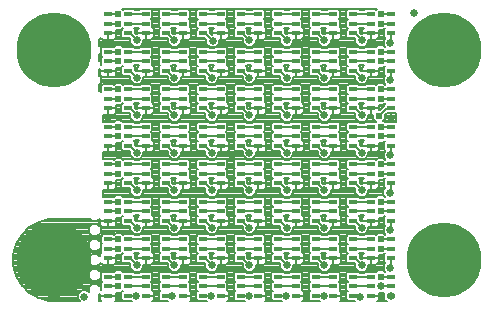
<source format=gtl>
G75*
%MOIN*%
%OFA0B0*%
%FSLAX25Y25*%
%IPPOS*%
%LPD*%
%AMOC8*
5,1,8,0,0,1.08239X$1,22.5*
%
%ADD10R,0.02756X0.01575*%
%ADD11C,0.25000*%
%ADD12C,0.02500*%
%ADD13C,0.00800*%
%ADD14C,0.02378*%
%ADD15C,0.00600*%
%ADD16C,0.00700*%
D10*
X0052484Y0249500D03*
X0052484Y0252650D03*
X0052484Y0255800D03*
X0052484Y0262000D03*
X0052484Y0265150D03*
X0052484Y0268300D03*
X0052484Y0274500D03*
X0052484Y0277650D03*
X0052484Y0280800D03*
X0052484Y0287000D03*
X0052484Y0290150D03*
X0052484Y0293300D03*
X0052484Y0299500D03*
X0052484Y0302650D03*
X0052484Y0305800D03*
X0052484Y0312000D03*
X0052484Y0315150D03*
X0052484Y0318300D03*
X0052484Y0324500D03*
X0052484Y0327650D03*
X0052484Y0330800D03*
X0052484Y0337000D03*
X0052484Y0340150D03*
X0052484Y0343300D03*
X0059176Y0343300D03*
X0059176Y0340150D03*
X0059176Y0337000D03*
X0064984Y0337000D03*
X0064984Y0340150D03*
X0064984Y0343300D03*
X0071676Y0343300D03*
X0071676Y0340150D03*
X0071676Y0337000D03*
X0077484Y0337000D03*
X0077484Y0340150D03*
X0077484Y0343300D03*
X0084176Y0343300D03*
X0084176Y0340150D03*
X0084176Y0337000D03*
X0089984Y0337000D03*
X0089984Y0340150D03*
X0089984Y0343300D03*
X0096676Y0343300D03*
X0096676Y0340150D03*
X0096676Y0337000D03*
X0102484Y0337000D03*
X0102484Y0340150D03*
X0102484Y0343300D03*
X0109176Y0343300D03*
X0109176Y0340150D03*
X0109176Y0337000D03*
X0114984Y0337000D03*
X0114984Y0340150D03*
X0114984Y0343300D03*
X0121676Y0343300D03*
X0121676Y0340150D03*
X0121676Y0337000D03*
X0127484Y0337000D03*
X0127484Y0340150D03*
X0127484Y0343300D03*
X0134176Y0343300D03*
X0134176Y0340150D03*
X0134176Y0337000D03*
X0139984Y0337000D03*
X0139984Y0340150D03*
X0139984Y0343300D03*
X0146676Y0343300D03*
X0146676Y0340150D03*
X0146676Y0337000D03*
X0146676Y0330800D03*
X0146676Y0327650D03*
X0146676Y0324500D03*
X0139984Y0324500D03*
X0139984Y0327650D03*
X0139984Y0330800D03*
X0134176Y0330800D03*
X0134176Y0327650D03*
X0134176Y0324500D03*
X0134176Y0318300D03*
X0134176Y0315150D03*
X0134176Y0312000D03*
X0139984Y0312000D03*
X0139984Y0315150D03*
X0139984Y0318300D03*
X0146676Y0318300D03*
X0146676Y0315150D03*
X0146676Y0312000D03*
X0146676Y0305800D03*
X0146676Y0302650D03*
X0146676Y0299500D03*
X0146676Y0293300D03*
X0146676Y0290150D03*
X0146676Y0287000D03*
X0139984Y0287000D03*
X0139984Y0290150D03*
X0139984Y0293300D03*
X0134176Y0293300D03*
X0134176Y0290150D03*
X0134176Y0287000D03*
X0134176Y0280800D03*
X0134176Y0277650D03*
X0134176Y0274500D03*
X0139984Y0274500D03*
X0139984Y0277650D03*
X0139984Y0280800D03*
X0146676Y0280800D03*
X0146676Y0277650D03*
X0146676Y0274500D03*
X0146676Y0268300D03*
X0146676Y0265150D03*
X0146676Y0262000D03*
X0146676Y0255800D03*
X0146676Y0252650D03*
X0146676Y0249500D03*
X0139984Y0249500D03*
X0139984Y0252650D03*
X0139984Y0255800D03*
X0134176Y0255800D03*
X0134176Y0252650D03*
X0134176Y0249500D03*
X0127484Y0249500D03*
X0127484Y0252650D03*
X0127484Y0255800D03*
X0121676Y0255800D03*
X0121676Y0252650D03*
X0121676Y0249500D03*
X0114984Y0249500D03*
X0114984Y0252650D03*
X0114984Y0255800D03*
X0109176Y0255800D03*
X0109176Y0252650D03*
X0109176Y0249500D03*
X0102484Y0249500D03*
X0102484Y0252650D03*
X0102484Y0255800D03*
X0096676Y0255800D03*
X0096676Y0252650D03*
X0096676Y0249500D03*
X0089984Y0249500D03*
X0089984Y0252650D03*
X0089984Y0255800D03*
X0089984Y0262000D03*
X0089984Y0265150D03*
X0089984Y0268300D03*
X0096676Y0268300D03*
X0096676Y0265150D03*
X0096676Y0262000D03*
X0102484Y0262000D03*
X0102484Y0265150D03*
X0102484Y0268300D03*
X0102484Y0274500D03*
X0102484Y0277650D03*
X0102484Y0280800D03*
X0096676Y0280800D03*
X0096676Y0277650D03*
X0096676Y0274500D03*
X0089984Y0274500D03*
X0089984Y0277650D03*
X0089984Y0280800D03*
X0084176Y0280800D03*
X0084176Y0277650D03*
X0084176Y0274500D03*
X0077484Y0274500D03*
X0077484Y0277650D03*
X0077484Y0280800D03*
X0071676Y0280800D03*
X0071676Y0277650D03*
X0071676Y0274500D03*
X0071676Y0268300D03*
X0071676Y0265150D03*
X0071676Y0262000D03*
X0077484Y0262000D03*
X0077484Y0265150D03*
X0077484Y0268300D03*
X0084176Y0268300D03*
X0084176Y0265150D03*
X0084176Y0262000D03*
X0084176Y0255800D03*
X0084176Y0252650D03*
X0084176Y0249500D03*
X0077484Y0249500D03*
X0077484Y0252650D03*
X0077484Y0255800D03*
X0071676Y0255800D03*
X0071676Y0252650D03*
X0071676Y0249500D03*
X0064984Y0249500D03*
X0064984Y0252650D03*
X0064984Y0255800D03*
X0059176Y0255800D03*
X0059176Y0252650D03*
X0059176Y0249500D03*
X0059176Y0262000D03*
X0059176Y0265150D03*
X0059176Y0268300D03*
X0064984Y0268300D03*
X0064984Y0265150D03*
X0064984Y0262000D03*
X0064984Y0274500D03*
X0064984Y0277650D03*
X0064984Y0280800D03*
X0059176Y0280800D03*
X0059176Y0277650D03*
X0059176Y0274500D03*
X0059176Y0287000D03*
X0059176Y0290150D03*
X0059176Y0293300D03*
X0064984Y0293300D03*
X0064984Y0290150D03*
X0064984Y0287000D03*
X0071676Y0287000D03*
X0071676Y0290150D03*
X0071676Y0293300D03*
X0077484Y0293300D03*
X0077484Y0290150D03*
X0077484Y0287000D03*
X0084176Y0287000D03*
X0084176Y0290150D03*
X0084176Y0293300D03*
X0084176Y0299500D03*
X0084176Y0302650D03*
X0084176Y0305800D03*
X0084176Y0312000D03*
X0084176Y0315150D03*
X0084176Y0318300D03*
X0077484Y0318300D03*
X0077484Y0315150D03*
X0077484Y0312000D03*
X0071676Y0312000D03*
X0071676Y0315150D03*
X0071676Y0318300D03*
X0071676Y0324500D03*
X0071676Y0327650D03*
X0071676Y0330800D03*
X0077484Y0330800D03*
X0077484Y0327650D03*
X0077484Y0324500D03*
X0084176Y0324500D03*
X0084176Y0327650D03*
X0084176Y0330800D03*
X0089984Y0330800D03*
X0089984Y0327650D03*
X0089984Y0324500D03*
X0096676Y0324500D03*
X0096676Y0327650D03*
X0096676Y0330800D03*
X0102484Y0330800D03*
X0102484Y0327650D03*
X0102484Y0324500D03*
X0102484Y0318300D03*
X0102484Y0315150D03*
X0102484Y0312000D03*
X0096676Y0312000D03*
X0096676Y0315150D03*
X0096676Y0318300D03*
X0089984Y0318300D03*
X0089984Y0315150D03*
X0089984Y0312000D03*
X0089984Y0305800D03*
X0089984Y0302650D03*
X0089984Y0299500D03*
X0089984Y0293300D03*
X0089984Y0290150D03*
X0089984Y0287000D03*
X0096676Y0287000D03*
X0096676Y0290150D03*
X0096676Y0293300D03*
X0102484Y0293300D03*
X0102484Y0290150D03*
X0102484Y0287000D03*
X0109176Y0287000D03*
X0109176Y0290150D03*
X0109176Y0293300D03*
X0114984Y0293300D03*
X0114984Y0290150D03*
X0114984Y0287000D03*
X0114984Y0280800D03*
X0114984Y0277650D03*
X0114984Y0274500D03*
X0109176Y0274500D03*
X0109176Y0277650D03*
X0109176Y0280800D03*
X0109176Y0268300D03*
X0109176Y0265150D03*
X0109176Y0262000D03*
X0114984Y0262000D03*
X0114984Y0265150D03*
X0114984Y0268300D03*
X0121676Y0268300D03*
X0121676Y0265150D03*
X0121676Y0262000D03*
X0127484Y0262000D03*
X0127484Y0265150D03*
X0127484Y0268300D03*
X0127484Y0274500D03*
X0127484Y0277650D03*
X0127484Y0280800D03*
X0121676Y0280800D03*
X0121676Y0277650D03*
X0121676Y0274500D03*
X0121676Y0287000D03*
X0121676Y0290150D03*
X0121676Y0293300D03*
X0127484Y0293300D03*
X0127484Y0290150D03*
X0127484Y0287000D03*
X0127484Y0299500D03*
X0127484Y0302650D03*
X0127484Y0305800D03*
X0121676Y0305800D03*
X0121676Y0302650D03*
X0121676Y0299500D03*
X0114984Y0299500D03*
X0114984Y0302650D03*
X0114984Y0305800D03*
X0109176Y0305800D03*
X0109176Y0302650D03*
X0109176Y0299500D03*
X0102484Y0299500D03*
X0102484Y0302650D03*
X0102484Y0305800D03*
X0096676Y0305800D03*
X0096676Y0302650D03*
X0096676Y0299500D03*
X0109176Y0312000D03*
X0109176Y0315150D03*
X0109176Y0318300D03*
X0114984Y0318300D03*
X0114984Y0315150D03*
X0114984Y0312000D03*
X0121676Y0312000D03*
X0121676Y0315150D03*
X0121676Y0318300D03*
X0127484Y0318300D03*
X0127484Y0315150D03*
X0127484Y0312000D03*
X0134176Y0305800D03*
X0134176Y0302650D03*
X0134176Y0299500D03*
X0139984Y0299500D03*
X0139984Y0302650D03*
X0139984Y0305800D03*
X0127484Y0324500D03*
X0127484Y0327650D03*
X0127484Y0330800D03*
X0121676Y0330800D03*
X0121676Y0327650D03*
X0121676Y0324500D03*
X0114984Y0324500D03*
X0114984Y0327650D03*
X0114984Y0330800D03*
X0109176Y0330800D03*
X0109176Y0327650D03*
X0109176Y0324500D03*
X0077484Y0305800D03*
X0077484Y0302650D03*
X0077484Y0299500D03*
X0071676Y0299500D03*
X0071676Y0302650D03*
X0071676Y0305800D03*
X0064984Y0305800D03*
X0064984Y0302650D03*
X0064984Y0299500D03*
X0059176Y0299500D03*
X0059176Y0302650D03*
X0059176Y0305800D03*
X0059176Y0312000D03*
X0059176Y0315150D03*
X0059176Y0318300D03*
X0064984Y0318300D03*
X0064984Y0315150D03*
X0064984Y0312000D03*
X0064984Y0324500D03*
X0064984Y0327650D03*
X0064984Y0330800D03*
X0059176Y0330800D03*
X0059176Y0327650D03*
X0059176Y0324500D03*
X0134176Y0268300D03*
X0134176Y0265150D03*
X0134176Y0262000D03*
X0139984Y0262000D03*
X0139984Y0265150D03*
X0139984Y0268300D03*
D11*
X0164580Y0261400D03*
X0164580Y0331400D03*
X0034580Y0331400D03*
X0034580Y0261400D03*
D12*
X0044580Y0249150D03*
X0061830Y0249400D03*
X0062080Y0259650D03*
X0062080Y0272150D03*
X0062080Y0284650D03*
X0074580Y0284650D03*
X0074580Y0272150D03*
X0074580Y0259650D03*
X0073830Y0249400D03*
X0086830Y0249400D03*
X0087080Y0259650D03*
X0087080Y0272150D03*
X0087080Y0284650D03*
X0099580Y0284650D03*
X0099580Y0272150D03*
X0099580Y0259650D03*
X0099330Y0249400D03*
X0111830Y0249400D03*
X0124330Y0249400D03*
X0124580Y0259650D03*
X0112080Y0259650D03*
X0112080Y0272150D03*
X0124580Y0272150D03*
X0124580Y0284650D03*
X0112080Y0284650D03*
X0112080Y0297150D03*
X0124580Y0297150D03*
X0124580Y0309650D03*
X0112080Y0309650D03*
X0099580Y0309650D03*
X0087080Y0309650D03*
X0074580Y0309650D03*
X0062080Y0309650D03*
X0052330Y0308900D03*
X0062080Y0297150D03*
X0074580Y0297150D03*
X0087080Y0297150D03*
X0099580Y0297150D03*
X0099580Y0322150D03*
X0087080Y0322150D03*
X0087330Y0334400D03*
X0099580Y0334650D03*
X0112080Y0334650D03*
X0118330Y0334900D03*
X0124580Y0334650D03*
X0124580Y0322150D03*
X0112080Y0322150D03*
X0137080Y0322150D03*
X0146580Y0321400D03*
X0146580Y0333900D03*
X0137080Y0334650D03*
X0154580Y0343650D03*
X0146830Y0308900D03*
X0137080Y0309650D03*
X0137080Y0297150D03*
X0146580Y0296400D03*
X0146330Y0283900D03*
X0137080Y0284650D03*
X0137080Y0272150D03*
X0146580Y0271400D03*
X0137080Y0259650D03*
X0143512Y0252650D03*
X0146676Y0249500D03*
X0146580Y0258900D03*
X0136330Y0249150D03*
X0074580Y0322150D03*
X0062080Y0322150D03*
X0062080Y0334650D03*
X0074580Y0334650D03*
D13*
X0032779Y0247718D02*
X0029299Y0248650D01*
X0026179Y0250452D01*
X0023632Y0252999D01*
X0021830Y0256119D01*
X0020898Y0259599D01*
X0020780Y0261400D01*
X0020898Y0263201D01*
X0021830Y0266681D01*
X0023632Y0269801D01*
X0026179Y0272348D01*
X0029299Y0274150D01*
X0032779Y0275082D01*
X0034580Y0275200D01*
X0046381Y0275200D01*
X0047231Y0274350D01*
X0048929Y0274350D01*
X0049580Y0275001D01*
X0049580Y0272799D01*
X0048929Y0273450D01*
X0047231Y0273450D01*
X0046030Y0272249D01*
X0046030Y0270551D01*
X0047231Y0269350D01*
X0048929Y0269350D01*
X0049580Y0270001D01*
X0049580Y0267799D01*
X0048929Y0268450D01*
X0047231Y0268450D01*
X0046030Y0267249D01*
X0046030Y0265551D01*
X0047231Y0264350D01*
X0048929Y0264350D01*
X0049580Y0265001D01*
X0049580Y0262799D01*
X0048929Y0263450D01*
X0047231Y0263450D01*
X0046030Y0262249D01*
X0046030Y0260551D01*
X0047231Y0259350D01*
X0048929Y0259350D01*
X0049580Y0260001D01*
X0049580Y0257799D01*
X0048929Y0258450D01*
X0047231Y0258450D01*
X0046030Y0257249D01*
X0046030Y0255551D01*
X0047231Y0254350D01*
X0048929Y0254350D01*
X0049580Y0255001D01*
X0049580Y0252799D01*
X0048929Y0253450D01*
X0047231Y0253450D01*
X0046030Y0252249D01*
X0046030Y0250741D01*
X0045471Y0251300D01*
X0043689Y0251300D01*
X0042430Y0250041D01*
X0042430Y0248259D01*
X0043089Y0247600D01*
X0034580Y0247600D01*
X0032779Y0247718D01*
X0031738Y0247997D02*
X0042692Y0247997D01*
X0042430Y0248796D02*
X0029048Y0248796D01*
X0027665Y0249594D02*
X0042430Y0249594D01*
X0042782Y0250393D02*
X0026282Y0250393D01*
X0025440Y0251191D02*
X0043581Y0251191D01*
X0045579Y0251191D02*
X0046030Y0251191D01*
X0046030Y0251990D02*
X0024641Y0251990D01*
X0023843Y0252788D02*
X0046569Y0252788D01*
X0047196Y0254385D02*
X0022832Y0254385D01*
X0023293Y0253587D02*
X0049580Y0253587D01*
X0050206Y0253587D01*
X0050206Y0253810D02*
X0050206Y0251490D01*
X0050272Y0251423D01*
X0050246Y0251408D01*
X0050130Y0251292D01*
X0050130Y0252249D01*
X0049580Y0252799D01*
X0049580Y0255001D01*
X0050130Y0255551D01*
X0050130Y0257249D01*
X0049580Y0257799D01*
X0049580Y0260001D01*
X0049966Y0260387D01*
X0049985Y0260353D01*
X0050246Y0260093D01*
X0050565Y0259908D01*
X0050921Y0259813D01*
X0052483Y0259813D01*
X0052483Y0262000D01*
X0052484Y0262000D01*
X0052484Y0262000D01*
X0055261Y0262000D01*
X0055261Y0261029D01*
X0055166Y0260673D01*
X0054982Y0260353D01*
X0054721Y0260093D01*
X0054402Y0259908D01*
X0054046Y0259813D01*
X0052484Y0259813D01*
X0052484Y0262000D01*
X0055261Y0262000D01*
X0055261Y0262972D01*
X0055238Y0263061D01*
X0056695Y0263061D01*
X0057261Y0263627D01*
X0057313Y0263575D01*
X0056899Y0263161D01*
X0056899Y0260840D01*
X0057426Y0260313D01*
X0059579Y0260313D01*
X0059930Y0259962D01*
X0059930Y0258759D01*
X0061189Y0257500D01*
X0062971Y0257500D01*
X0064230Y0258759D01*
X0064230Y0259813D01*
X0064983Y0259813D01*
X0064983Y0262000D01*
X0062206Y0262000D01*
X0062206Y0261800D01*
X0061768Y0261800D01*
X0061454Y0262114D01*
X0061454Y0263161D01*
X0061040Y0263575D01*
X0061315Y0263850D01*
X0062688Y0263850D01*
X0062485Y0263647D01*
X0062301Y0263328D01*
X0062206Y0262972D01*
X0062206Y0262000D01*
X0064983Y0262000D01*
X0064983Y0262000D01*
X0064984Y0262000D01*
X0064984Y0262000D01*
X0067761Y0262000D01*
X0067761Y0261029D01*
X0067666Y0260673D01*
X0067482Y0260353D01*
X0067221Y0260093D01*
X0066902Y0259908D01*
X0066546Y0259813D01*
X0064984Y0259813D01*
X0064984Y0262000D01*
X0067761Y0262000D01*
X0067761Y0262972D01*
X0067666Y0263328D01*
X0067482Y0263647D01*
X0067221Y0263908D01*
X0067195Y0263923D01*
X0067261Y0263990D01*
X0067261Y0266310D01*
X0066847Y0266725D01*
X0067261Y0267139D01*
X0067261Y0269460D01*
X0066734Y0269987D01*
X0063233Y0269987D01*
X0062845Y0269600D01*
X0061315Y0269600D01*
X0060927Y0269987D01*
X0057426Y0269987D01*
X0057311Y0269873D01*
X0056695Y0270489D01*
X0054965Y0270489D01*
X0054349Y0269873D01*
X0054234Y0269987D01*
X0050733Y0269987D01*
X0050206Y0269460D01*
X0050206Y0267139D01*
X0050620Y0266725D01*
X0050206Y0266310D01*
X0050206Y0263990D01*
X0050272Y0263923D01*
X0050246Y0263908D01*
X0049985Y0263647D01*
X0049801Y0263328D01*
X0049706Y0262972D01*
X0049706Y0262674D01*
X0049580Y0262799D01*
X0049580Y0265001D01*
X0050130Y0265551D01*
X0050130Y0267249D01*
X0049580Y0267799D01*
X0049580Y0270001D01*
X0050130Y0270551D01*
X0050130Y0272249D01*
X0049580Y0272799D01*
X0049580Y0275001D01*
X0049706Y0275126D01*
X0049706Y0274500D01*
X0049706Y0273529D01*
X0049801Y0273173D01*
X0049985Y0272853D01*
X0050246Y0272593D01*
X0050565Y0272408D01*
X0050921Y0272313D01*
X0052483Y0272313D01*
X0052483Y0274500D01*
X0049706Y0274500D01*
X0052483Y0274500D01*
X0052483Y0274500D01*
X0052484Y0274500D01*
X0052484Y0274500D01*
X0055261Y0274500D01*
X0055261Y0273529D01*
X0055166Y0273173D01*
X0054982Y0272853D01*
X0054721Y0272593D01*
X0054402Y0272408D01*
X0054046Y0272313D01*
X0052484Y0272313D01*
X0052484Y0274500D01*
X0055261Y0274500D01*
X0055261Y0275472D01*
X0055238Y0275561D01*
X0056695Y0275561D01*
X0057261Y0276127D01*
X0057313Y0276075D01*
X0056899Y0275661D01*
X0056899Y0273340D01*
X0057426Y0272813D01*
X0059579Y0272813D01*
X0059930Y0272462D01*
X0059930Y0271259D01*
X0061189Y0270000D01*
X0062971Y0270000D01*
X0064230Y0271259D01*
X0064230Y0272313D01*
X0064983Y0272313D01*
X0064983Y0274500D01*
X0062206Y0274500D01*
X0062206Y0274300D01*
X0061768Y0274300D01*
X0061454Y0274614D01*
X0061454Y0275661D01*
X0061040Y0276075D01*
X0061315Y0276350D01*
X0062688Y0276350D01*
X0062485Y0276147D01*
X0062301Y0275828D01*
X0062206Y0275472D01*
X0062206Y0274500D01*
X0064983Y0274500D01*
X0064983Y0274500D01*
X0064984Y0274500D01*
X0064984Y0274500D01*
X0067761Y0274500D01*
X0067761Y0273529D01*
X0067666Y0273173D01*
X0067482Y0272853D01*
X0067221Y0272593D01*
X0066902Y0272408D01*
X0066546Y0272313D01*
X0064984Y0272313D01*
X0064984Y0274500D01*
X0067761Y0274500D01*
X0067761Y0275472D01*
X0067666Y0275828D01*
X0067482Y0276147D01*
X0067221Y0276408D01*
X0067195Y0276423D01*
X0067261Y0276490D01*
X0067261Y0278810D01*
X0066847Y0279225D01*
X0067261Y0279639D01*
X0067261Y0281960D01*
X0066734Y0282487D01*
X0063233Y0282487D01*
X0062845Y0282100D01*
X0061315Y0282100D01*
X0060927Y0282487D01*
X0057426Y0282487D01*
X0057311Y0282373D01*
X0056695Y0282989D01*
X0054965Y0282989D01*
X0054349Y0282373D01*
X0054234Y0282487D01*
X0050780Y0282487D01*
X0050780Y0284851D01*
X0050921Y0284813D01*
X0052483Y0284813D01*
X0052483Y0287000D01*
X0052484Y0287000D01*
X0052484Y0287000D01*
X0055261Y0287000D01*
X0055261Y0286029D01*
X0055166Y0285673D01*
X0054982Y0285353D01*
X0054721Y0285093D01*
X0054402Y0284908D01*
X0054046Y0284813D01*
X0052484Y0284813D01*
X0052484Y0287000D01*
X0055261Y0287000D01*
X0055261Y0287972D01*
X0055238Y0288061D01*
X0056695Y0288061D01*
X0057261Y0288627D01*
X0057313Y0288575D01*
X0056899Y0288161D01*
X0056899Y0285840D01*
X0057426Y0285313D01*
X0059579Y0285313D01*
X0059930Y0284962D01*
X0059930Y0283759D01*
X0061189Y0282500D01*
X0062971Y0282500D01*
X0064230Y0283759D01*
X0064230Y0284813D01*
X0064983Y0284813D01*
X0064983Y0287000D01*
X0062206Y0287000D01*
X0062206Y0286800D01*
X0061768Y0286800D01*
X0061454Y0287114D01*
X0061454Y0288161D01*
X0061040Y0288575D01*
X0061315Y0288850D01*
X0062688Y0288850D01*
X0062485Y0288647D01*
X0062301Y0288328D01*
X0062206Y0287972D01*
X0062206Y0287000D01*
X0064983Y0287000D01*
X0064983Y0287000D01*
X0064984Y0287000D01*
X0064984Y0287000D01*
X0067761Y0287000D01*
X0067761Y0286029D01*
X0067666Y0285673D01*
X0067482Y0285353D01*
X0067221Y0285093D01*
X0066902Y0284908D01*
X0066546Y0284813D01*
X0064984Y0284813D01*
X0064984Y0287000D01*
X0067761Y0287000D01*
X0067761Y0287972D01*
X0067666Y0288328D01*
X0067482Y0288647D01*
X0067221Y0288908D01*
X0067195Y0288923D01*
X0067261Y0288990D01*
X0067261Y0291310D01*
X0066847Y0291725D01*
X0067261Y0292139D01*
X0067261Y0294460D01*
X0066734Y0294987D01*
X0063233Y0294987D01*
X0062845Y0294600D01*
X0061315Y0294600D01*
X0060927Y0294987D01*
X0057426Y0294987D01*
X0057311Y0294873D01*
X0056695Y0295489D01*
X0054965Y0295489D01*
X0054349Y0294873D01*
X0054234Y0294987D01*
X0050780Y0294987D01*
X0050780Y0297351D01*
X0050921Y0297313D01*
X0052483Y0297313D01*
X0052483Y0299500D01*
X0052484Y0299500D01*
X0052484Y0299500D01*
X0055261Y0299500D01*
X0055261Y0298529D01*
X0055166Y0298173D01*
X0054982Y0297853D01*
X0054721Y0297593D01*
X0054402Y0297408D01*
X0054046Y0297313D01*
X0052484Y0297313D01*
X0052484Y0299500D01*
X0055261Y0299500D01*
X0055261Y0300472D01*
X0055238Y0300561D01*
X0056695Y0300561D01*
X0057261Y0301127D01*
X0057313Y0301075D01*
X0056899Y0300661D01*
X0056899Y0298340D01*
X0057426Y0297813D01*
X0059579Y0297813D01*
X0059930Y0297462D01*
X0059930Y0296259D01*
X0061189Y0295000D01*
X0062971Y0295000D01*
X0064230Y0296259D01*
X0064230Y0297313D01*
X0064983Y0297313D01*
X0064983Y0299500D01*
X0062206Y0299500D01*
X0062206Y0299300D01*
X0061768Y0299300D01*
X0061454Y0299614D01*
X0061454Y0300661D01*
X0061040Y0301075D01*
X0061315Y0301350D01*
X0062688Y0301350D01*
X0062485Y0301147D01*
X0062301Y0300828D01*
X0062206Y0300472D01*
X0062206Y0299500D01*
X0064983Y0299500D01*
X0064983Y0299500D01*
X0064984Y0299500D01*
X0064984Y0299500D01*
X0067761Y0299500D01*
X0067761Y0298529D01*
X0067666Y0298173D01*
X0067482Y0297853D01*
X0067221Y0297593D01*
X0066902Y0297408D01*
X0066546Y0297313D01*
X0064984Y0297313D01*
X0064984Y0299500D01*
X0067761Y0299500D01*
X0067761Y0300472D01*
X0067666Y0300828D01*
X0067482Y0301147D01*
X0067221Y0301408D01*
X0067195Y0301423D01*
X0067261Y0301490D01*
X0067261Y0303810D01*
X0066847Y0304225D01*
X0067261Y0304639D01*
X0067261Y0306960D01*
X0066734Y0307487D01*
X0063233Y0307487D01*
X0062845Y0307100D01*
X0061315Y0307100D01*
X0060927Y0307487D01*
X0057426Y0307487D01*
X0057311Y0307373D01*
X0056695Y0307989D01*
X0054965Y0307989D01*
X0054349Y0307373D01*
X0054234Y0307487D01*
X0050780Y0307487D01*
X0050780Y0309851D01*
X0050921Y0309813D01*
X0052483Y0309813D01*
X0052483Y0312000D01*
X0052484Y0312000D01*
X0052484Y0312000D01*
X0055261Y0312000D01*
X0055261Y0311029D01*
X0055166Y0310673D01*
X0054982Y0310353D01*
X0054721Y0310093D01*
X0054402Y0309908D01*
X0054046Y0309813D01*
X0052484Y0309813D01*
X0052484Y0312000D01*
X0055261Y0312000D01*
X0055261Y0312972D01*
X0055238Y0313061D01*
X0056695Y0313061D01*
X0057261Y0313627D01*
X0057313Y0313575D01*
X0056899Y0313161D01*
X0056899Y0310840D01*
X0057426Y0310313D01*
X0059579Y0310313D01*
X0059930Y0309962D01*
X0059930Y0308759D01*
X0061189Y0307500D01*
X0062971Y0307500D01*
X0064230Y0308759D01*
X0064230Y0309813D01*
X0064983Y0309813D01*
X0064983Y0312000D01*
X0062206Y0312000D01*
X0062206Y0311800D01*
X0061768Y0311800D01*
X0061454Y0312114D01*
X0061454Y0313161D01*
X0061040Y0313575D01*
X0061315Y0313850D01*
X0062688Y0313850D01*
X0062485Y0313647D01*
X0062301Y0313328D01*
X0062206Y0312972D01*
X0062206Y0312000D01*
X0064983Y0312000D01*
X0064983Y0312000D01*
X0064984Y0312000D01*
X0064984Y0312000D01*
X0067761Y0312000D01*
X0067761Y0311029D01*
X0067666Y0310673D01*
X0067482Y0310353D01*
X0067221Y0310093D01*
X0066902Y0309908D01*
X0066546Y0309813D01*
X0064984Y0309813D01*
X0064984Y0312000D01*
X0067761Y0312000D01*
X0067761Y0312972D01*
X0067666Y0313328D01*
X0067482Y0313647D01*
X0067221Y0313908D01*
X0067195Y0313923D01*
X0067261Y0313990D01*
X0067261Y0316310D01*
X0066847Y0316725D01*
X0067261Y0317139D01*
X0067261Y0319460D01*
X0066734Y0319987D01*
X0063233Y0319987D01*
X0062845Y0319600D01*
X0061315Y0319600D01*
X0060927Y0319987D01*
X0057426Y0319987D01*
X0057311Y0319873D01*
X0056695Y0320489D01*
X0054965Y0320489D01*
X0054349Y0319873D01*
X0054234Y0319987D01*
X0050733Y0319987D01*
X0050206Y0319460D01*
X0050206Y0317471D01*
X0050077Y0317600D01*
X0049779Y0317600D01*
X0049580Y0317799D01*
X0049580Y0320001D01*
X0050130Y0320551D01*
X0050130Y0322249D01*
X0049580Y0322799D01*
X0049580Y0325001D01*
X0049706Y0325126D01*
X0049706Y0324500D01*
X0049706Y0323529D01*
X0049801Y0323173D01*
X0049985Y0322853D01*
X0050246Y0322593D01*
X0050565Y0322408D01*
X0050921Y0322313D01*
X0052483Y0322313D01*
X0052483Y0324500D01*
X0049706Y0324500D01*
X0052483Y0324500D01*
X0052483Y0324500D01*
X0052484Y0324500D01*
X0052484Y0324500D01*
X0055261Y0324500D01*
X0055261Y0323529D01*
X0055166Y0323173D01*
X0054982Y0322853D01*
X0054721Y0322593D01*
X0054402Y0322408D01*
X0054046Y0322313D01*
X0052484Y0322313D01*
X0052484Y0324500D01*
X0055261Y0324500D01*
X0055261Y0325472D01*
X0055238Y0325561D01*
X0056695Y0325561D01*
X0057261Y0326127D01*
X0057313Y0326075D01*
X0056899Y0325661D01*
X0056899Y0323340D01*
X0057426Y0322813D01*
X0059579Y0322813D01*
X0059930Y0322462D01*
X0059930Y0321259D01*
X0061189Y0320000D01*
X0062971Y0320000D01*
X0064230Y0321259D01*
X0064230Y0322313D01*
X0064983Y0322313D01*
X0064983Y0324500D01*
X0062206Y0324500D01*
X0062206Y0324300D01*
X0061768Y0324300D01*
X0061454Y0324614D01*
X0061454Y0325661D01*
X0061040Y0326075D01*
X0061315Y0326350D01*
X0062688Y0326350D01*
X0062485Y0326147D01*
X0062301Y0325828D01*
X0062206Y0325472D01*
X0062206Y0324500D01*
X0064983Y0324500D01*
X0064983Y0324500D01*
X0064984Y0324500D01*
X0064984Y0324500D01*
X0067761Y0324500D01*
X0067761Y0323529D01*
X0067666Y0323173D01*
X0067482Y0322853D01*
X0067221Y0322593D01*
X0066902Y0322408D01*
X0066546Y0322313D01*
X0064984Y0322313D01*
X0064984Y0324500D01*
X0067761Y0324500D01*
X0067761Y0325472D01*
X0067666Y0325828D01*
X0067482Y0326147D01*
X0067221Y0326408D01*
X0067195Y0326423D01*
X0067261Y0326490D01*
X0067261Y0328810D01*
X0066847Y0329225D01*
X0067261Y0329639D01*
X0067261Y0331960D01*
X0066734Y0332487D01*
X0063233Y0332487D01*
X0062845Y0332100D01*
X0061315Y0332100D01*
X0060927Y0332487D01*
X0057426Y0332487D01*
X0057311Y0332373D01*
X0056695Y0332989D01*
X0054965Y0332989D01*
X0054349Y0332373D01*
X0054234Y0332487D01*
X0050733Y0332487D01*
X0050206Y0331960D01*
X0050206Y0329639D01*
X0050620Y0329225D01*
X0050206Y0328810D01*
X0050206Y0326490D01*
X0050272Y0326423D01*
X0050246Y0326408D01*
X0050130Y0326292D01*
X0050130Y0327249D01*
X0049580Y0327799D01*
X0049580Y0330001D01*
X0050130Y0330551D01*
X0050130Y0332249D01*
X0049580Y0332799D01*
X0049580Y0335001D01*
X0049966Y0335387D01*
X0049985Y0335353D01*
X0050246Y0335093D01*
X0050565Y0334908D01*
X0050921Y0334813D01*
X0052483Y0334813D01*
X0052483Y0337000D01*
X0052484Y0337000D01*
X0052484Y0337000D01*
X0055261Y0337000D01*
X0055261Y0336029D01*
X0055166Y0335673D01*
X0054982Y0335353D01*
X0054721Y0335093D01*
X0054402Y0334908D01*
X0054046Y0334813D01*
X0052484Y0334813D01*
X0052484Y0337000D01*
X0055261Y0337000D01*
X0055261Y0337972D01*
X0055238Y0338061D01*
X0056695Y0338061D01*
X0057261Y0338627D01*
X0057313Y0338575D01*
X0056899Y0338161D01*
X0056899Y0335840D01*
X0057426Y0335313D01*
X0059579Y0335313D01*
X0059930Y0334962D01*
X0059930Y0333759D01*
X0061189Y0332500D01*
X0062971Y0332500D01*
X0064230Y0333759D01*
X0064230Y0334813D01*
X0064983Y0334813D01*
X0064983Y0337000D01*
X0062206Y0337000D01*
X0062206Y0336800D01*
X0061768Y0336800D01*
X0061454Y0337114D01*
X0061454Y0338161D01*
X0061040Y0338575D01*
X0061315Y0338850D01*
X0062688Y0338850D01*
X0062485Y0338647D01*
X0062301Y0338328D01*
X0062206Y0337972D01*
X0062206Y0337000D01*
X0064983Y0337000D01*
X0064983Y0337000D01*
X0064984Y0337000D01*
X0064984Y0337000D01*
X0067761Y0337000D01*
X0067761Y0336029D01*
X0067666Y0335673D01*
X0067482Y0335353D01*
X0067221Y0335093D01*
X0066902Y0334908D01*
X0066546Y0334813D01*
X0064984Y0334813D01*
X0064984Y0337000D01*
X0067761Y0337000D01*
X0067761Y0337972D01*
X0067666Y0338328D01*
X0067482Y0338647D01*
X0067221Y0338908D01*
X0067195Y0338923D01*
X0067261Y0338990D01*
X0067261Y0341310D01*
X0066847Y0341725D01*
X0067261Y0342139D01*
X0067261Y0344460D01*
X0066734Y0344987D01*
X0063233Y0344987D01*
X0062845Y0344600D01*
X0061315Y0344600D01*
X0060927Y0344987D01*
X0057426Y0344987D01*
X0057311Y0344873D01*
X0056984Y0345200D01*
X0142176Y0345200D01*
X0141849Y0344873D01*
X0141734Y0344987D01*
X0138233Y0344987D01*
X0137845Y0344600D01*
X0136315Y0344600D01*
X0135927Y0344987D01*
X0132426Y0344987D01*
X0131899Y0344460D01*
X0131899Y0342139D01*
X0132313Y0341725D01*
X0131899Y0341310D01*
X0131899Y0338990D01*
X0132313Y0338575D01*
X0131899Y0338161D01*
X0131899Y0335840D01*
X0132426Y0335313D01*
X0134579Y0335313D01*
X0134930Y0334962D01*
X0134930Y0333759D01*
X0136189Y0332500D01*
X0137971Y0332500D01*
X0139230Y0333759D01*
X0139230Y0334813D01*
X0139983Y0334813D01*
X0139983Y0337000D01*
X0137206Y0337000D01*
X0137206Y0336800D01*
X0136768Y0336800D01*
X0136454Y0337114D01*
X0136454Y0338161D01*
X0136040Y0338575D01*
X0136315Y0338850D01*
X0137688Y0338850D01*
X0137485Y0338647D01*
X0137301Y0338328D01*
X0137206Y0337972D01*
X0137206Y0337000D01*
X0139983Y0337000D01*
X0139983Y0337000D01*
X0139984Y0337000D01*
X0139984Y0337000D01*
X0142761Y0337000D01*
X0142761Y0336029D01*
X0142666Y0335673D01*
X0142482Y0335353D01*
X0142221Y0335093D01*
X0141902Y0334908D01*
X0141546Y0334813D01*
X0139984Y0334813D01*
X0139984Y0337000D01*
X0142761Y0337000D01*
X0142761Y0337972D01*
X0142738Y0338061D01*
X0144195Y0338061D01*
X0144761Y0338627D01*
X0144813Y0338575D01*
X0144399Y0338161D01*
X0144399Y0335840D01*
X0144926Y0335313D01*
X0144952Y0335313D01*
X0144430Y0334791D01*
X0144430Y0333009D01*
X0144952Y0332487D01*
X0144926Y0332487D01*
X0144811Y0332373D01*
X0144195Y0332989D01*
X0142465Y0332989D01*
X0141849Y0332373D01*
X0141734Y0332487D01*
X0138233Y0332487D01*
X0137845Y0332100D01*
X0136315Y0332100D01*
X0135927Y0332487D01*
X0132426Y0332487D01*
X0131899Y0331960D01*
X0131899Y0329639D01*
X0132313Y0329225D01*
X0131899Y0328810D01*
X0131899Y0326490D01*
X0132313Y0326075D01*
X0131899Y0325661D01*
X0131899Y0323340D01*
X0132426Y0322813D01*
X0134579Y0322813D01*
X0134930Y0322462D01*
X0134930Y0321259D01*
X0136189Y0320000D01*
X0137971Y0320000D01*
X0139230Y0321259D01*
X0139230Y0322313D01*
X0139983Y0322313D01*
X0139983Y0324500D01*
X0137206Y0324500D01*
X0137206Y0324300D01*
X0136768Y0324300D01*
X0136454Y0324614D01*
X0136454Y0325661D01*
X0136040Y0326075D01*
X0136315Y0326350D01*
X0137688Y0326350D01*
X0137485Y0326147D01*
X0137301Y0325828D01*
X0137206Y0325472D01*
X0137206Y0324500D01*
X0139983Y0324500D01*
X0139983Y0324500D01*
X0139984Y0324500D01*
X0139984Y0324500D01*
X0142761Y0324500D01*
X0142761Y0323529D01*
X0142666Y0323173D01*
X0142482Y0322853D01*
X0142221Y0322593D01*
X0141902Y0322408D01*
X0141546Y0322313D01*
X0139984Y0322313D01*
X0139984Y0324500D01*
X0142761Y0324500D01*
X0142761Y0325472D01*
X0142738Y0325561D01*
X0144195Y0325561D01*
X0144761Y0326127D01*
X0144813Y0326075D01*
X0144399Y0325661D01*
X0144399Y0323340D01*
X0144926Y0322813D01*
X0144952Y0322813D01*
X0144430Y0322291D01*
X0144430Y0320509D01*
X0144952Y0319987D01*
X0144926Y0319987D01*
X0144811Y0319873D01*
X0144195Y0320489D01*
X0142465Y0320489D01*
X0141849Y0319873D01*
X0141734Y0319987D01*
X0138233Y0319987D01*
X0137845Y0319600D01*
X0136315Y0319600D01*
X0135927Y0319987D01*
X0132426Y0319987D01*
X0131899Y0319460D01*
X0131899Y0317139D01*
X0132313Y0316725D01*
X0131899Y0316310D01*
X0131899Y0313990D01*
X0132313Y0313575D01*
X0131899Y0313161D01*
X0131899Y0310840D01*
X0132426Y0310313D01*
X0134579Y0310313D01*
X0134930Y0309962D01*
X0134930Y0308759D01*
X0136189Y0307500D01*
X0137971Y0307500D01*
X0139230Y0308759D01*
X0139230Y0309813D01*
X0139983Y0309813D01*
X0139983Y0312000D01*
X0137206Y0312000D01*
X0137206Y0311800D01*
X0136768Y0311800D01*
X0136454Y0312114D01*
X0136454Y0313161D01*
X0136040Y0313575D01*
X0136315Y0313850D01*
X0137688Y0313850D01*
X0137485Y0313647D01*
X0137301Y0313328D01*
X0137206Y0312972D01*
X0137206Y0312000D01*
X0139983Y0312000D01*
X0139983Y0312000D01*
X0139984Y0312000D01*
X0139984Y0312000D01*
X0142761Y0312000D01*
X0142761Y0311489D01*
X0143222Y0311489D01*
X0144399Y0312666D01*
X0144399Y0313161D01*
X0144813Y0313575D01*
X0144761Y0313627D01*
X0144195Y0313061D01*
X0142738Y0313061D01*
X0142761Y0312972D01*
X0142761Y0312000D01*
X0139984Y0312000D01*
X0139984Y0309813D01*
X0140741Y0309813D01*
X0140741Y0308535D01*
X0141876Y0307400D01*
X0141849Y0307373D01*
X0141734Y0307487D01*
X0138233Y0307487D01*
X0137845Y0307100D01*
X0136315Y0307100D01*
X0135927Y0307487D01*
X0132426Y0307487D01*
X0131899Y0306960D01*
X0131899Y0304639D01*
X0132313Y0304225D01*
X0131899Y0303810D01*
X0131899Y0301490D01*
X0132313Y0301075D01*
X0131899Y0300661D01*
X0131899Y0298340D01*
X0132426Y0297813D01*
X0134579Y0297813D01*
X0134930Y0297462D01*
X0134930Y0296259D01*
X0136189Y0295000D01*
X0137971Y0295000D01*
X0139230Y0296259D01*
X0139230Y0297313D01*
X0139983Y0297313D01*
X0139983Y0299500D01*
X0137206Y0299500D01*
X0137206Y0299300D01*
X0136768Y0299300D01*
X0136454Y0299614D01*
X0136454Y0300661D01*
X0136040Y0301075D01*
X0136315Y0301350D01*
X0137688Y0301350D01*
X0137485Y0301147D01*
X0137301Y0300828D01*
X0137206Y0300472D01*
X0137206Y0299500D01*
X0139983Y0299500D01*
X0139983Y0299500D01*
X0139984Y0299500D01*
X0139984Y0299500D01*
X0142761Y0299500D01*
X0142761Y0298529D01*
X0142666Y0298173D01*
X0142482Y0297853D01*
X0142221Y0297593D01*
X0141902Y0297408D01*
X0141546Y0297313D01*
X0139984Y0297313D01*
X0139984Y0299500D01*
X0142761Y0299500D01*
X0142761Y0300472D01*
X0142738Y0300561D01*
X0144195Y0300561D01*
X0144761Y0301127D01*
X0144813Y0301075D01*
X0144399Y0300661D01*
X0144399Y0298340D01*
X0144926Y0297813D01*
X0144952Y0297813D01*
X0144430Y0297291D01*
X0144430Y0295509D01*
X0144952Y0294987D01*
X0144926Y0294987D01*
X0144811Y0294873D01*
X0144195Y0295489D01*
X0142465Y0295489D01*
X0141849Y0294873D01*
X0141734Y0294987D01*
X0138233Y0294987D01*
X0137845Y0294600D01*
X0136315Y0294600D01*
X0135927Y0294987D01*
X0132426Y0294987D01*
X0131899Y0294460D01*
X0131899Y0292139D01*
X0132313Y0291725D01*
X0131899Y0291310D01*
X0131899Y0288990D01*
X0132313Y0288575D01*
X0131899Y0288161D01*
X0131899Y0285840D01*
X0132426Y0285313D01*
X0134579Y0285313D01*
X0134930Y0284962D01*
X0134930Y0283759D01*
X0136189Y0282500D01*
X0137971Y0282500D01*
X0139230Y0283759D01*
X0139230Y0284813D01*
X0139983Y0284813D01*
X0139983Y0287000D01*
X0137206Y0287000D01*
X0137206Y0286800D01*
X0136768Y0286800D01*
X0136454Y0287114D01*
X0136454Y0288161D01*
X0136040Y0288575D01*
X0136315Y0288850D01*
X0137688Y0288850D01*
X0137485Y0288647D01*
X0137301Y0288328D01*
X0137206Y0287972D01*
X0137206Y0287000D01*
X0139983Y0287000D01*
X0139983Y0287000D01*
X0139984Y0287000D01*
X0139984Y0287000D01*
X0142761Y0287000D01*
X0142761Y0286029D01*
X0142666Y0285673D01*
X0142482Y0285353D01*
X0142221Y0285093D01*
X0141902Y0284908D01*
X0141546Y0284813D01*
X0139984Y0284813D01*
X0139984Y0287000D01*
X0142761Y0287000D01*
X0142761Y0287972D01*
X0142738Y0288061D01*
X0144195Y0288061D01*
X0144761Y0288627D01*
X0144813Y0288575D01*
X0144399Y0288161D01*
X0144399Y0285840D01*
X0144814Y0285425D01*
X0144180Y0284791D01*
X0144180Y0283009D01*
X0144814Y0282375D01*
X0144811Y0282373D01*
X0144195Y0282989D01*
X0142465Y0282989D01*
X0141849Y0282373D01*
X0141734Y0282487D01*
X0138233Y0282487D01*
X0137845Y0282100D01*
X0136315Y0282100D01*
X0135927Y0282487D01*
X0132426Y0282487D01*
X0131899Y0281960D01*
X0131899Y0279639D01*
X0132313Y0279225D01*
X0131899Y0278810D01*
X0131899Y0276490D01*
X0132313Y0276075D01*
X0131899Y0275661D01*
X0131899Y0273340D01*
X0132426Y0272813D01*
X0134579Y0272813D01*
X0134930Y0272462D01*
X0134930Y0271259D01*
X0136189Y0270000D01*
X0137971Y0270000D01*
X0139230Y0271259D01*
X0139230Y0272313D01*
X0139983Y0272313D01*
X0139983Y0274500D01*
X0137206Y0274500D01*
X0137206Y0274300D01*
X0136768Y0274300D01*
X0136454Y0274614D01*
X0136454Y0275661D01*
X0136040Y0276075D01*
X0136315Y0276350D01*
X0137688Y0276350D01*
X0137485Y0276147D01*
X0137301Y0275828D01*
X0137206Y0275472D01*
X0137206Y0274500D01*
X0139983Y0274500D01*
X0139983Y0274500D01*
X0139984Y0274500D01*
X0139984Y0274500D01*
X0142761Y0274500D01*
X0142761Y0273529D01*
X0142666Y0273173D01*
X0142482Y0272853D01*
X0142221Y0272593D01*
X0141902Y0272408D01*
X0141546Y0272313D01*
X0139984Y0272313D01*
X0139984Y0274500D01*
X0142761Y0274500D01*
X0142761Y0275472D01*
X0142738Y0275561D01*
X0144195Y0275561D01*
X0144761Y0276127D01*
X0144813Y0276075D01*
X0144399Y0275661D01*
X0144399Y0273340D01*
X0144926Y0272813D01*
X0144952Y0272813D01*
X0144430Y0272291D01*
X0144430Y0270509D01*
X0144952Y0269987D01*
X0144926Y0269987D01*
X0144811Y0269873D01*
X0144195Y0270489D01*
X0142465Y0270489D01*
X0141849Y0269873D01*
X0141734Y0269987D01*
X0138233Y0269987D01*
X0137845Y0269600D01*
X0136315Y0269600D01*
X0135927Y0269987D01*
X0132426Y0269987D01*
X0131899Y0269460D01*
X0131899Y0267139D01*
X0132313Y0266725D01*
X0131899Y0266310D01*
X0131899Y0263990D01*
X0132313Y0263575D01*
X0131899Y0263161D01*
X0131899Y0260840D01*
X0132426Y0260313D01*
X0134579Y0260313D01*
X0134930Y0259962D01*
X0134930Y0258759D01*
X0136189Y0257500D01*
X0137971Y0257500D01*
X0139230Y0258759D01*
X0139230Y0259813D01*
X0139983Y0259813D01*
X0139983Y0262000D01*
X0137206Y0262000D01*
X0137206Y0261800D01*
X0136768Y0261800D01*
X0136454Y0262114D01*
X0136454Y0263161D01*
X0136040Y0263575D01*
X0136315Y0263850D01*
X0137688Y0263850D01*
X0137485Y0263647D01*
X0137301Y0263328D01*
X0137206Y0262972D01*
X0137206Y0262000D01*
X0139983Y0262000D01*
X0139983Y0262000D01*
X0139984Y0262000D01*
X0139984Y0262000D01*
X0142761Y0262000D01*
X0142761Y0261029D01*
X0142666Y0260673D01*
X0142482Y0260353D01*
X0142221Y0260093D01*
X0141902Y0259908D01*
X0141546Y0259813D01*
X0139984Y0259813D01*
X0139984Y0262000D01*
X0142761Y0262000D01*
X0142761Y0262972D01*
X0142738Y0263061D01*
X0144195Y0263061D01*
X0144761Y0263627D01*
X0144813Y0263575D01*
X0144399Y0263161D01*
X0144399Y0260840D01*
X0144926Y0260313D01*
X0144952Y0260313D01*
X0144430Y0259791D01*
X0144430Y0258009D01*
X0144952Y0257487D01*
X0144926Y0257487D01*
X0144811Y0257373D01*
X0144195Y0257989D01*
X0142465Y0257989D01*
X0141849Y0257373D01*
X0141734Y0257487D01*
X0138233Y0257487D01*
X0137845Y0257100D01*
X0136315Y0257100D01*
X0135927Y0257487D01*
X0132426Y0257487D01*
X0131899Y0256960D01*
X0131899Y0254639D01*
X0132313Y0254225D01*
X0131899Y0253810D01*
X0131899Y0251490D01*
X0132313Y0251075D01*
X0131899Y0250661D01*
X0131899Y0248340D01*
X0132426Y0247813D01*
X0134626Y0247813D01*
X0134839Y0247600D01*
X0129728Y0247600D01*
X0129982Y0247853D01*
X0130166Y0248173D01*
X0130261Y0248529D01*
X0130261Y0249500D01*
X0127484Y0249500D01*
X0127484Y0249500D01*
X0130261Y0249500D01*
X0130261Y0250472D01*
X0130166Y0250828D01*
X0129982Y0251147D01*
X0129721Y0251408D01*
X0129695Y0251423D01*
X0129761Y0251490D01*
X0129761Y0253810D01*
X0129347Y0254225D01*
X0129761Y0254639D01*
X0129761Y0256960D01*
X0129234Y0257487D01*
X0125733Y0257487D01*
X0125345Y0257100D01*
X0123815Y0257100D01*
X0123427Y0257487D01*
X0119926Y0257487D01*
X0119399Y0256960D01*
X0119399Y0254639D01*
X0119813Y0254225D01*
X0119399Y0253810D01*
X0119399Y0251490D01*
X0119813Y0251075D01*
X0119399Y0250661D01*
X0119399Y0248340D01*
X0119926Y0247813D01*
X0122876Y0247813D01*
X0123089Y0247600D01*
X0117228Y0247600D01*
X0117482Y0247853D01*
X0117666Y0248173D01*
X0117761Y0248529D01*
X0117761Y0249500D01*
X0114984Y0249500D01*
X0114984Y0249500D01*
X0117761Y0249500D01*
X0117761Y0250472D01*
X0117666Y0250828D01*
X0117482Y0251147D01*
X0117221Y0251408D01*
X0117195Y0251423D01*
X0117261Y0251490D01*
X0117261Y0253810D01*
X0116847Y0254225D01*
X0117261Y0254639D01*
X0117261Y0256960D01*
X0116734Y0257487D01*
X0113233Y0257487D01*
X0112845Y0257100D01*
X0111315Y0257100D01*
X0110927Y0257487D01*
X0107426Y0257487D01*
X0106899Y0256960D01*
X0106899Y0254639D01*
X0107313Y0254225D01*
X0106899Y0253810D01*
X0106899Y0251490D01*
X0107313Y0251075D01*
X0106899Y0250661D01*
X0106899Y0248340D01*
X0107426Y0247813D01*
X0110376Y0247813D01*
X0110589Y0247600D01*
X0104728Y0247600D01*
X0104982Y0247853D01*
X0105166Y0248173D01*
X0105261Y0248529D01*
X0105261Y0249500D01*
X0102484Y0249500D01*
X0102484Y0249500D01*
X0105261Y0249500D01*
X0105261Y0250472D01*
X0105166Y0250828D01*
X0104982Y0251147D01*
X0104721Y0251408D01*
X0104695Y0251423D01*
X0104761Y0251490D01*
X0104761Y0253810D01*
X0104347Y0254225D01*
X0104761Y0254639D01*
X0104761Y0256960D01*
X0104234Y0257487D01*
X0100733Y0257487D01*
X0100345Y0257100D01*
X0098815Y0257100D01*
X0098427Y0257487D01*
X0094926Y0257487D01*
X0094399Y0256960D01*
X0094399Y0254639D01*
X0094813Y0254225D01*
X0094399Y0253810D01*
X0094399Y0251490D01*
X0094813Y0251075D01*
X0094399Y0250661D01*
X0094399Y0248340D01*
X0094926Y0247813D01*
X0097876Y0247813D01*
X0098089Y0247600D01*
X0092228Y0247600D01*
X0092482Y0247853D01*
X0092666Y0248173D01*
X0092761Y0248529D01*
X0092761Y0249500D01*
X0089984Y0249500D01*
X0089984Y0249500D01*
X0092761Y0249500D01*
X0092761Y0250472D01*
X0092666Y0250828D01*
X0092482Y0251147D01*
X0092221Y0251408D01*
X0092195Y0251423D01*
X0092261Y0251490D01*
X0092261Y0253810D01*
X0091847Y0254225D01*
X0092261Y0254639D01*
X0092261Y0256960D01*
X0091734Y0257487D01*
X0088233Y0257487D01*
X0087845Y0257100D01*
X0086315Y0257100D01*
X0085927Y0257487D01*
X0082426Y0257487D01*
X0081899Y0256960D01*
X0081899Y0254639D01*
X0082313Y0254225D01*
X0081899Y0253810D01*
X0081899Y0251490D01*
X0082313Y0251075D01*
X0081899Y0250661D01*
X0081899Y0248340D01*
X0082426Y0247813D01*
X0085376Y0247813D01*
X0085589Y0247600D01*
X0079728Y0247600D01*
X0079982Y0247853D01*
X0080166Y0248173D01*
X0080261Y0248529D01*
X0080261Y0249500D01*
X0077484Y0249500D01*
X0077484Y0249500D01*
X0080261Y0249500D01*
X0080261Y0250472D01*
X0080166Y0250828D01*
X0079982Y0251147D01*
X0079721Y0251408D01*
X0079695Y0251423D01*
X0079761Y0251490D01*
X0079761Y0253810D01*
X0079347Y0254225D01*
X0079761Y0254639D01*
X0079761Y0256960D01*
X0079234Y0257487D01*
X0075733Y0257487D01*
X0075345Y0257100D01*
X0073815Y0257100D01*
X0073427Y0257487D01*
X0069926Y0257487D01*
X0069399Y0256960D01*
X0069399Y0254639D01*
X0069813Y0254225D01*
X0069399Y0253810D01*
X0069399Y0251490D01*
X0069813Y0251075D01*
X0069399Y0250661D01*
X0069399Y0248340D01*
X0069926Y0247813D01*
X0072376Y0247813D01*
X0072589Y0247600D01*
X0067228Y0247600D01*
X0067482Y0247853D01*
X0067666Y0248173D01*
X0067761Y0248529D01*
X0067761Y0249500D01*
X0064984Y0249500D01*
X0064984Y0249500D01*
X0067761Y0249500D01*
X0067761Y0250472D01*
X0067666Y0250828D01*
X0067482Y0251147D01*
X0067221Y0251408D01*
X0067195Y0251423D01*
X0067261Y0251490D01*
X0067261Y0253810D01*
X0066847Y0254225D01*
X0067261Y0254639D01*
X0067261Y0256960D01*
X0066734Y0257487D01*
X0063233Y0257487D01*
X0062845Y0257100D01*
X0061315Y0257100D01*
X0060927Y0257487D01*
X0057426Y0257487D01*
X0057311Y0257373D01*
X0056695Y0257989D01*
X0054965Y0257989D01*
X0054349Y0257373D01*
X0054234Y0257487D01*
X0050733Y0257487D01*
X0050206Y0256960D01*
X0050206Y0254639D01*
X0050620Y0254225D01*
X0050206Y0253810D01*
X0050460Y0254385D02*
X0049580Y0254385D01*
X0048964Y0254385D01*
X0049763Y0255184D02*
X0050206Y0255184D01*
X0050206Y0255982D02*
X0050130Y0255982D01*
X0050130Y0256781D02*
X0050206Y0256781D01*
X0049800Y0257579D02*
X0054555Y0257579D01*
X0054517Y0259975D02*
X0059917Y0259975D01*
X0059930Y0259176D02*
X0049580Y0259176D01*
X0021011Y0259176D01*
X0020873Y0259975D02*
X0046606Y0259975D01*
X0046030Y0260773D02*
X0020821Y0260773D01*
X0020780Y0261400D02*
X0020780Y0261400D01*
X0020791Y0261572D02*
X0046030Y0261572D01*
X0046151Y0262370D02*
X0020844Y0262370D01*
X0020896Y0263169D02*
X0046950Y0263169D01*
X0046815Y0264766D02*
X0021317Y0264766D01*
X0021531Y0265564D02*
X0046030Y0265564D01*
X0046030Y0266363D02*
X0021745Y0266363D01*
X0022108Y0267161D02*
X0046030Y0267161D01*
X0046741Y0267960D02*
X0022569Y0267960D01*
X0023030Y0268758D02*
X0049580Y0268758D01*
X0050206Y0268758D01*
X0050206Y0267960D02*
X0049580Y0267960D01*
X0049419Y0267960D01*
X0050130Y0267161D02*
X0050206Y0267161D01*
X0050258Y0266363D02*
X0050130Y0266363D01*
X0050130Y0265564D02*
X0050206Y0265564D01*
X0050206Y0264766D02*
X0049580Y0264766D01*
X0049345Y0264766D01*
X0049580Y0263967D02*
X0021103Y0263967D01*
X0023491Y0269557D02*
X0047024Y0269557D01*
X0046226Y0270355D02*
X0024186Y0270355D01*
X0024985Y0271154D02*
X0046030Y0271154D01*
X0046030Y0271952D02*
X0025783Y0271952D01*
X0026876Y0272751D02*
X0046532Y0272751D01*
X0046434Y0275146D02*
X0033762Y0275146D01*
X0030039Y0274348D02*
X0049580Y0274348D01*
X0049706Y0274348D01*
X0049706Y0273549D02*
X0049580Y0273549D01*
X0028259Y0273549D01*
X0021225Y0258378D02*
X0047159Y0258378D01*
X0046360Y0257579D02*
X0021439Y0257579D01*
X0021653Y0256781D02*
X0046030Y0256781D01*
X0046030Y0255982D02*
X0021909Y0255982D01*
X0022370Y0255184D02*
X0046397Y0255184D01*
X0049591Y0252788D02*
X0050206Y0252788D01*
X0050206Y0251990D02*
X0050130Y0251990D01*
X0049706Y0250126D02*
X0049706Y0249500D01*
X0049706Y0248529D01*
X0049801Y0248173D01*
X0049985Y0247853D01*
X0050239Y0247600D01*
X0049779Y0247600D01*
X0049580Y0247799D01*
X0049580Y0250001D01*
X0049706Y0250126D01*
X0049706Y0249594D02*
X0049580Y0249594D01*
X0049706Y0249500D02*
X0052483Y0249500D01*
X0049706Y0249500D01*
X0049706Y0248796D02*
X0049580Y0248796D01*
X0049580Y0247997D02*
X0049902Y0247997D01*
X0052483Y0249500D02*
X0052483Y0249500D01*
X0052484Y0249500D02*
X0052484Y0249500D01*
X0055261Y0249500D01*
X0055261Y0248529D01*
X0055166Y0248173D01*
X0054982Y0247853D01*
X0054728Y0247600D01*
X0060589Y0247600D01*
X0060376Y0247813D01*
X0057426Y0247813D01*
X0056899Y0248340D01*
X0056899Y0250661D01*
X0057313Y0251075D01*
X0057261Y0251127D01*
X0056695Y0250561D01*
X0055238Y0250561D01*
X0055261Y0250472D01*
X0055261Y0249500D01*
X0052484Y0249500D01*
X0055261Y0249594D02*
X0056899Y0249594D01*
X0056899Y0248796D02*
X0055261Y0248796D01*
X0055065Y0247997D02*
X0057242Y0247997D01*
X0056899Y0250393D02*
X0055261Y0250393D01*
X0059176Y0249500D02*
X0059277Y0249400D01*
X0061830Y0249400D01*
X0059176Y0252650D02*
X0064984Y0252650D01*
X0067261Y0252788D02*
X0069399Y0252788D01*
X0069399Y0251990D02*
X0067261Y0251990D01*
X0067438Y0251191D02*
X0069697Y0251191D01*
X0069399Y0250393D02*
X0067761Y0250393D01*
X0067761Y0249594D02*
X0069399Y0249594D01*
X0069399Y0248796D02*
X0067761Y0248796D01*
X0067565Y0247997D02*
X0069742Y0247997D01*
X0071676Y0249500D02*
X0073730Y0249500D01*
X0073830Y0249400D01*
X0071676Y0252650D02*
X0077484Y0252650D01*
X0079761Y0252788D02*
X0081899Y0252788D01*
X0081899Y0251990D02*
X0079761Y0251990D01*
X0079938Y0251191D02*
X0082197Y0251191D01*
X0081899Y0250393D02*
X0080261Y0250393D01*
X0080261Y0249594D02*
X0081899Y0249594D01*
X0081899Y0248796D02*
X0080261Y0248796D01*
X0080065Y0247997D02*
X0082242Y0247997D01*
X0084176Y0249500D02*
X0084277Y0249400D01*
X0086830Y0249400D01*
X0084176Y0252650D02*
X0089984Y0252650D01*
X0092261Y0252788D02*
X0094399Y0252788D01*
X0094399Y0251990D02*
X0092261Y0251990D01*
X0092438Y0251191D02*
X0094697Y0251191D01*
X0094399Y0250393D02*
X0092761Y0250393D01*
X0092761Y0249594D02*
X0094399Y0249594D01*
X0094399Y0248796D02*
X0092761Y0248796D01*
X0092565Y0247997D02*
X0094742Y0247997D01*
X0096676Y0249500D02*
X0099230Y0249500D01*
X0099330Y0249400D01*
X0096676Y0252650D02*
X0102484Y0252650D01*
X0104761Y0252788D02*
X0106899Y0252788D01*
X0106899Y0251990D02*
X0104761Y0251990D01*
X0104938Y0251191D02*
X0107197Y0251191D01*
X0106899Y0250393D02*
X0105261Y0250393D01*
X0105261Y0249594D02*
X0106899Y0249594D01*
X0106899Y0248796D02*
X0105261Y0248796D01*
X0105065Y0247997D02*
X0107242Y0247997D01*
X0109176Y0249500D02*
X0111730Y0249500D01*
X0111830Y0249400D01*
X0109176Y0252650D02*
X0114984Y0252650D01*
X0117261Y0252788D02*
X0119399Y0252788D01*
X0119399Y0251990D02*
X0117261Y0251990D01*
X0117438Y0251191D02*
X0119697Y0251191D01*
X0119399Y0250393D02*
X0117761Y0250393D01*
X0117761Y0249594D02*
X0119399Y0249594D01*
X0119399Y0248796D02*
X0117761Y0248796D01*
X0117565Y0247997D02*
X0119742Y0247997D01*
X0121676Y0249500D02*
X0121777Y0249400D01*
X0124330Y0249400D01*
X0121676Y0252650D02*
X0127484Y0252650D01*
X0129761Y0252788D02*
X0131899Y0252788D01*
X0131899Y0251990D02*
X0129761Y0251990D01*
X0129938Y0251191D02*
X0132197Y0251191D01*
X0131899Y0250393D02*
X0130261Y0250393D01*
X0130261Y0249594D02*
X0131899Y0249594D01*
X0131899Y0248796D02*
X0130261Y0248796D01*
X0130065Y0247997D02*
X0132242Y0247997D01*
X0134176Y0249500D02*
X0134527Y0249150D01*
X0136330Y0249150D01*
X0139984Y0249500D02*
X0139984Y0249500D01*
X0142761Y0249500D01*
X0142761Y0248529D01*
X0142666Y0248173D01*
X0142482Y0247853D01*
X0142228Y0247600D01*
X0145536Y0247600D01*
X0145323Y0247813D01*
X0144926Y0247813D01*
X0144399Y0248340D01*
X0144399Y0250500D01*
X0142754Y0250500D01*
X0142761Y0250472D01*
X0142761Y0249500D01*
X0139984Y0249500D01*
X0142761Y0249594D02*
X0144399Y0249594D01*
X0144399Y0248796D02*
X0142761Y0248796D01*
X0142565Y0247997D02*
X0144742Y0247997D01*
X0144399Y0250393D02*
X0142761Y0250393D01*
X0139984Y0252650D02*
X0134176Y0252650D01*
X0131899Y0253587D02*
X0129761Y0253587D01*
X0129507Y0254385D02*
X0132153Y0254385D01*
X0131899Y0255184D02*
X0129761Y0255184D01*
X0129761Y0255982D02*
X0131899Y0255982D01*
X0131899Y0256781D02*
X0129761Y0256781D01*
X0127484Y0255800D02*
X0121676Y0255800D01*
X0119399Y0255982D02*
X0117261Y0255982D01*
X0117261Y0255184D02*
X0119399Y0255184D01*
X0119653Y0254385D02*
X0117007Y0254385D01*
X0117261Y0253587D02*
X0119399Y0253587D01*
X0119399Y0256781D02*
X0117261Y0256781D01*
X0114984Y0255800D02*
X0109176Y0255800D01*
X0106899Y0255982D02*
X0104761Y0255982D01*
X0104761Y0255184D02*
X0106899Y0255184D01*
X0107153Y0254385D02*
X0104507Y0254385D01*
X0104761Y0253587D02*
X0106899Y0253587D01*
X0106899Y0256781D02*
X0104761Y0256781D01*
X0102484Y0255800D02*
X0096676Y0255800D01*
X0094399Y0255982D02*
X0092261Y0255982D01*
X0092261Y0255184D02*
X0094399Y0255184D01*
X0094653Y0254385D02*
X0092007Y0254385D01*
X0092261Y0253587D02*
X0094399Y0253587D01*
X0094399Y0256781D02*
X0092261Y0256781D01*
X0089984Y0255800D02*
X0084176Y0255800D01*
X0081899Y0255982D02*
X0079761Y0255982D01*
X0079761Y0255184D02*
X0081899Y0255184D01*
X0082153Y0254385D02*
X0079507Y0254385D01*
X0079761Y0253587D02*
X0081899Y0253587D01*
X0081899Y0256781D02*
X0079761Y0256781D01*
X0077484Y0255800D02*
X0071676Y0255800D01*
X0069399Y0255982D02*
X0067261Y0255982D01*
X0067261Y0255184D02*
X0069399Y0255184D01*
X0069653Y0254385D02*
X0067007Y0254385D01*
X0067261Y0253587D02*
X0069399Y0253587D01*
X0069399Y0256781D02*
X0067261Y0256781D01*
X0064984Y0255800D02*
X0059176Y0255800D01*
X0061110Y0257579D02*
X0057105Y0257579D01*
X0056966Y0260773D02*
X0055193Y0260773D01*
X0055261Y0261572D02*
X0056899Y0261572D01*
X0056899Y0262370D02*
X0055261Y0262370D01*
X0056803Y0263169D02*
X0056907Y0263169D01*
X0059176Y0262000D02*
X0059730Y0262000D01*
X0062080Y0259650D01*
X0060312Y0258378D02*
X0049580Y0258378D01*
X0049001Y0258378D01*
X0049554Y0259975D02*
X0049580Y0259975D01*
X0050450Y0259975D01*
X0052483Y0259975D02*
X0052484Y0259975D01*
X0052483Y0260773D02*
X0052484Y0260773D01*
X0052483Y0261572D02*
X0052484Y0261572D01*
X0049758Y0263169D02*
X0049580Y0263169D01*
X0049210Y0263169D01*
X0049580Y0263967D02*
X0050228Y0263967D01*
X0050303Y0269557D02*
X0049580Y0269557D01*
X0049136Y0269557D01*
X0049934Y0270355D02*
X0054831Y0270355D01*
X0056829Y0270355D02*
X0060834Y0270355D01*
X0060036Y0271154D02*
X0050130Y0271154D01*
X0050130Y0271952D02*
X0059930Y0271952D01*
X0059641Y0272751D02*
X0054879Y0272751D01*
X0055261Y0273549D02*
X0056899Y0273549D01*
X0056899Y0274348D02*
X0055261Y0274348D01*
X0055261Y0275146D02*
X0056899Y0275146D01*
X0057079Y0275945D02*
X0057183Y0275945D01*
X0059176Y0274500D02*
X0059730Y0274500D01*
X0062080Y0272150D01*
X0064230Y0271952D02*
X0072430Y0271952D01*
X0072430Y0272462D02*
X0072430Y0271259D01*
X0073689Y0270000D01*
X0075471Y0270000D01*
X0076730Y0271259D01*
X0076730Y0272313D01*
X0077483Y0272313D01*
X0077483Y0274500D01*
X0074706Y0274500D01*
X0074706Y0274300D01*
X0074268Y0274300D01*
X0073954Y0274614D01*
X0073954Y0275661D01*
X0073540Y0276075D01*
X0073815Y0276350D01*
X0075188Y0276350D01*
X0074985Y0276147D01*
X0074801Y0275828D01*
X0074706Y0275472D01*
X0074706Y0274500D01*
X0077483Y0274500D01*
X0077483Y0274500D01*
X0077484Y0274500D01*
X0077484Y0274500D01*
X0080261Y0274500D01*
X0080261Y0273529D01*
X0080166Y0273173D01*
X0079982Y0272853D01*
X0079721Y0272593D01*
X0079402Y0272408D01*
X0079046Y0272313D01*
X0077484Y0272313D01*
X0077484Y0274500D01*
X0080261Y0274500D01*
X0080261Y0275472D01*
X0080166Y0275828D01*
X0079982Y0276147D01*
X0079721Y0276408D01*
X0079695Y0276423D01*
X0079761Y0276490D01*
X0079761Y0278810D01*
X0079347Y0279225D01*
X0079761Y0279639D01*
X0079761Y0281960D01*
X0079234Y0282487D01*
X0075733Y0282487D01*
X0075345Y0282100D01*
X0073815Y0282100D01*
X0073427Y0282487D01*
X0069926Y0282487D01*
X0069399Y0281960D01*
X0069399Y0279639D01*
X0069813Y0279225D01*
X0069399Y0278810D01*
X0069399Y0276490D01*
X0069813Y0276075D01*
X0069399Y0275661D01*
X0069399Y0273340D01*
X0069926Y0272813D01*
X0072079Y0272813D01*
X0072430Y0272462D01*
X0072141Y0272751D02*
X0067379Y0272751D01*
X0067761Y0273549D02*
X0069399Y0273549D01*
X0069399Y0274348D02*
X0067761Y0274348D01*
X0067761Y0275146D02*
X0069399Y0275146D01*
X0069683Y0275945D02*
X0067599Y0275945D01*
X0067261Y0276743D02*
X0069399Y0276743D01*
X0069399Y0277542D02*
X0067261Y0277542D01*
X0067261Y0278340D02*
X0069399Y0278340D01*
X0069727Y0279139D02*
X0066933Y0279139D01*
X0067261Y0279937D02*
X0069399Y0279937D01*
X0069399Y0280736D02*
X0067261Y0280736D01*
X0067261Y0281534D02*
X0069399Y0281534D01*
X0069772Y0282333D02*
X0066888Y0282333D01*
X0064984Y0280800D02*
X0059176Y0280800D01*
X0061081Y0282333D02*
X0063079Y0282333D01*
X0063602Y0283132D02*
X0073058Y0283132D01*
X0072430Y0283759D02*
X0073689Y0282500D01*
X0075471Y0282500D01*
X0076730Y0283759D01*
X0076730Y0284813D01*
X0077483Y0284813D01*
X0077483Y0287000D01*
X0074706Y0287000D01*
X0074706Y0286800D01*
X0074268Y0286800D01*
X0073954Y0287114D01*
X0073954Y0288161D01*
X0073540Y0288575D01*
X0073815Y0288850D01*
X0075188Y0288850D01*
X0074985Y0288647D01*
X0074801Y0288328D01*
X0074706Y0287972D01*
X0074706Y0287000D01*
X0077483Y0287000D01*
X0077483Y0287000D01*
X0077484Y0287000D01*
X0077484Y0287000D01*
X0080261Y0287000D01*
X0080261Y0286029D01*
X0080166Y0285673D01*
X0079982Y0285353D01*
X0079721Y0285093D01*
X0079402Y0284908D01*
X0079046Y0284813D01*
X0077484Y0284813D01*
X0077484Y0287000D01*
X0080261Y0287000D01*
X0080261Y0287972D01*
X0080166Y0288328D01*
X0079982Y0288647D01*
X0079721Y0288908D01*
X0079695Y0288923D01*
X0079761Y0288990D01*
X0079761Y0291310D01*
X0079347Y0291725D01*
X0079761Y0292139D01*
X0079761Y0294460D01*
X0079234Y0294987D01*
X0075733Y0294987D01*
X0075345Y0294600D01*
X0073815Y0294600D01*
X0073427Y0294987D01*
X0069926Y0294987D01*
X0069399Y0294460D01*
X0069399Y0292139D01*
X0069813Y0291725D01*
X0069399Y0291310D01*
X0069399Y0288990D01*
X0069813Y0288575D01*
X0069399Y0288161D01*
X0069399Y0285840D01*
X0069926Y0285313D01*
X0072079Y0285313D01*
X0072430Y0284962D01*
X0072430Y0283759D01*
X0072430Y0283930D02*
X0064230Y0283930D01*
X0064230Y0284729D02*
X0072430Y0284729D01*
X0074580Y0284650D02*
X0072230Y0287000D01*
X0071676Y0287000D01*
X0069399Y0287124D02*
X0067761Y0287124D01*
X0067761Y0286326D02*
X0069399Y0286326D01*
X0069712Y0285527D02*
X0067582Y0285527D01*
X0067761Y0287923D02*
X0069399Y0287923D01*
X0069667Y0288721D02*
X0067408Y0288721D01*
X0067261Y0289520D02*
X0069399Y0289520D01*
X0069399Y0290318D02*
X0067261Y0290318D01*
X0067261Y0291117D02*
X0069399Y0291117D01*
X0069623Y0291915D02*
X0067037Y0291915D01*
X0067261Y0292714D02*
X0069399Y0292714D01*
X0069399Y0293512D02*
X0067261Y0293512D01*
X0067261Y0294311D02*
X0069399Y0294311D01*
X0071676Y0293300D02*
X0077484Y0293300D01*
X0079761Y0293512D02*
X0081899Y0293512D01*
X0081899Y0292714D02*
X0079761Y0292714D01*
X0079537Y0291915D02*
X0082123Y0291915D01*
X0082313Y0291725D02*
X0081899Y0291310D01*
X0081899Y0288990D01*
X0082313Y0288575D01*
X0081899Y0288161D01*
X0081899Y0285840D01*
X0082426Y0285313D01*
X0084579Y0285313D01*
X0084930Y0284962D01*
X0084930Y0283759D01*
X0086189Y0282500D01*
X0087971Y0282500D01*
X0089230Y0283759D01*
X0089230Y0284813D01*
X0089983Y0284813D01*
X0089983Y0287000D01*
X0087206Y0287000D01*
X0087206Y0286800D01*
X0086768Y0286800D01*
X0086454Y0287114D01*
X0086454Y0288161D01*
X0086040Y0288575D01*
X0086315Y0288850D01*
X0087688Y0288850D01*
X0087485Y0288647D01*
X0087301Y0288328D01*
X0087206Y0287972D01*
X0087206Y0287000D01*
X0089983Y0287000D01*
X0089983Y0287000D01*
X0089984Y0287000D01*
X0089984Y0287000D01*
X0092761Y0287000D01*
X0092761Y0286029D01*
X0092666Y0285673D01*
X0092482Y0285353D01*
X0092221Y0285093D01*
X0091902Y0284908D01*
X0091546Y0284813D01*
X0089984Y0284813D01*
X0089984Y0287000D01*
X0092761Y0287000D01*
X0092761Y0287972D01*
X0092666Y0288328D01*
X0092482Y0288647D01*
X0092221Y0288908D01*
X0092195Y0288923D01*
X0092261Y0288990D01*
X0092261Y0291310D01*
X0091847Y0291725D01*
X0092261Y0292139D01*
X0092261Y0294460D01*
X0091734Y0294987D01*
X0088233Y0294987D01*
X0087845Y0294600D01*
X0086315Y0294600D01*
X0085927Y0294987D01*
X0082426Y0294987D01*
X0081899Y0294460D01*
X0081899Y0292139D01*
X0082313Y0291725D01*
X0081899Y0291117D02*
X0079761Y0291117D01*
X0079761Y0290318D02*
X0081899Y0290318D01*
X0081899Y0289520D02*
X0079761Y0289520D01*
X0079908Y0288721D02*
X0082167Y0288721D01*
X0081899Y0287923D02*
X0080261Y0287923D01*
X0080261Y0287124D02*
X0081899Y0287124D01*
X0081899Y0286326D02*
X0080261Y0286326D01*
X0080082Y0285527D02*
X0082212Y0285527D01*
X0084176Y0287000D02*
X0084730Y0287000D01*
X0087080Y0284650D01*
X0085558Y0283132D02*
X0076102Y0283132D01*
X0075579Y0282333D02*
X0073581Y0282333D01*
X0071676Y0280800D02*
X0077484Y0280800D01*
X0079761Y0280736D02*
X0081899Y0280736D01*
X0081899Y0281534D02*
X0079761Y0281534D01*
X0079388Y0282333D02*
X0082272Y0282333D01*
X0082426Y0282487D02*
X0081899Y0281960D01*
X0081899Y0279639D01*
X0082313Y0279225D01*
X0081899Y0278810D01*
X0081899Y0276490D01*
X0082313Y0276075D01*
X0081899Y0275661D01*
X0081899Y0273340D01*
X0082426Y0272813D01*
X0084579Y0272813D01*
X0084930Y0272462D01*
X0084930Y0271259D01*
X0086189Y0270000D01*
X0087971Y0270000D01*
X0089230Y0271259D01*
X0089230Y0272313D01*
X0089983Y0272313D01*
X0089983Y0274500D01*
X0087206Y0274500D01*
X0087206Y0274300D01*
X0086768Y0274300D01*
X0086454Y0274614D01*
X0086454Y0275661D01*
X0086040Y0276075D01*
X0086315Y0276350D01*
X0087688Y0276350D01*
X0087485Y0276147D01*
X0087301Y0275828D01*
X0087206Y0275472D01*
X0087206Y0274500D01*
X0089983Y0274500D01*
X0089983Y0274500D01*
X0089984Y0274500D01*
X0089984Y0274500D01*
X0092761Y0274500D01*
X0092761Y0273529D01*
X0092666Y0273173D01*
X0092482Y0272853D01*
X0092221Y0272593D01*
X0091902Y0272408D01*
X0091546Y0272313D01*
X0089984Y0272313D01*
X0089984Y0274500D01*
X0092761Y0274500D01*
X0092761Y0275472D01*
X0092666Y0275828D01*
X0092482Y0276147D01*
X0092221Y0276408D01*
X0092195Y0276423D01*
X0092261Y0276490D01*
X0092261Y0278810D01*
X0091847Y0279225D01*
X0092261Y0279639D01*
X0092261Y0281960D01*
X0091734Y0282487D01*
X0088233Y0282487D01*
X0087845Y0282100D01*
X0086315Y0282100D01*
X0085927Y0282487D01*
X0082426Y0282487D01*
X0084176Y0280800D02*
X0089984Y0280800D01*
X0092261Y0280736D02*
X0094399Y0280736D01*
X0094399Y0281534D02*
X0092261Y0281534D01*
X0091888Y0282333D02*
X0094772Y0282333D01*
X0094926Y0282487D02*
X0094399Y0281960D01*
X0094399Y0279639D01*
X0094813Y0279225D01*
X0094399Y0278810D01*
X0094399Y0276490D01*
X0094813Y0276075D01*
X0094399Y0275661D01*
X0094399Y0273340D01*
X0094926Y0272813D01*
X0097079Y0272813D01*
X0097430Y0272462D01*
X0097430Y0271259D01*
X0098689Y0270000D01*
X0100471Y0270000D01*
X0101730Y0271259D01*
X0101730Y0272313D01*
X0102483Y0272313D01*
X0102483Y0274500D01*
X0099706Y0274500D01*
X0099706Y0274300D01*
X0099268Y0274300D01*
X0098954Y0274614D01*
X0098954Y0275661D01*
X0098540Y0276075D01*
X0098815Y0276350D01*
X0100188Y0276350D01*
X0099985Y0276147D01*
X0099801Y0275828D01*
X0099706Y0275472D01*
X0099706Y0274500D01*
X0102483Y0274500D01*
X0102483Y0274500D01*
X0102484Y0274500D01*
X0102484Y0274500D01*
X0105261Y0274500D01*
X0105261Y0273529D01*
X0105166Y0273173D01*
X0104982Y0272853D01*
X0104721Y0272593D01*
X0104402Y0272408D01*
X0104046Y0272313D01*
X0102484Y0272313D01*
X0102484Y0274500D01*
X0105261Y0274500D01*
X0105261Y0275472D01*
X0105166Y0275828D01*
X0104982Y0276147D01*
X0104721Y0276408D01*
X0104695Y0276423D01*
X0104761Y0276490D01*
X0104761Y0278810D01*
X0104347Y0279225D01*
X0104761Y0279639D01*
X0104761Y0281960D01*
X0104234Y0282487D01*
X0100733Y0282487D01*
X0100345Y0282100D01*
X0098815Y0282100D01*
X0098427Y0282487D01*
X0094926Y0282487D01*
X0096676Y0280800D02*
X0102484Y0280800D01*
X0104761Y0280736D02*
X0106899Y0280736D01*
X0106899Y0281534D02*
X0104761Y0281534D01*
X0104388Y0282333D02*
X0107272Y0282333D01*
X0107426Y0282487D02*
X0106899Y0281960D01*
X0106899Y0279639D01*
X0107313Y0279225D01*
X0106899Y0278810D01*
X0106899Y0276490D01*
X0107313Y0276075D01*
X0106899Y0275661D01*
X0106899Y0273340D01*
X0107426Y0272813D01*
X0109579Y0272813D01*
X0109930Y0272462D01*
X0109930Y0271259D01*
X0111189Y0270000D01*
X0112971Y0270000D01*
X0114230Y0271259D01*
X0114230Y0272313D01*
X0114983Y0272313D01*
X0114983Y0274500D01*
X0112206Y0274500D01*
X0112206Y0274300D01*
X0111768Y0274300D01*
X0111454Y0274614D01*
X0111454Y0275661D01*
X0111040Y0276075D01*
X0111315Y0276350D01*
X0112688Y0276350D01*
X0112485Y0276147D01*
X0112301Y0275828D01*
X0112206Y0275472D01*
X0112206Y0274500D01*
X0114983Y0274500D01*
X0114983Y0274500D01*
X0114984Y0274500D01*
X0114984Y0274500D01*
X0117761Y0274500D01*
X0117761Y0273529D01*
X0117666Y0273173D01*
X0117482Y0272853D01*
X0117221Y0272593D01*
X0116902Y0272408D01*
X0116546Y0272313D01*
X0114984Y0272313D01*
X0114984Y0274500D01*
X0117761Y0274500D01*
X0117761Y0275472D01*
X0117666Y0275828D01*
X0117482Y0276147D01*
X0117221Y0276408D01*
X0117195Y0276423D01*
X0117261Y0276490D01*
X0117261Y0278810D01*
X0116847Y0279225D01*
X0117261Y0279639D01*
X0117261Y0281960D01*
X0116734Y0282487D01*
X0113233Y0282487D01*
X0112845Y0282100D01*
X0111315Y0282100D01*
X0110927Y0282487D01*
X0107426Y0282487D01*
X0109176Y0280800D02*
X0114984Y0280800D01*
X0117261Y0280736D02*
X0119399Y0280736D01*
X0119399Y0281534D02*
X0117261Y0281534D01*
X0116888Y0282333D02*
X0119772Y0282333D01*
X0119926Y0282487D02*
X0119399Y0281960D01*
X0119399Y0279639D01*
X0119813Y0279225D01*
X0119399Y0278810D01*
X0119399Y0276490D01*
X0119813Y0276075D01*
X0119399Y0275661D01*
X0119399Y0273340D01*
X0119926Y0272813D01*
X0122079Y0272813D01*
X0122430Y0272462D01*
X0122430Y0271259D01*
X0123689Y0270000D01*
X0125471Y0270000D01*
X0126730Y0271259D01*
X0126730Y0272313D01*
X0127483Y0272313D01*
X0127483Y0274500D01*
X0124706Y0274500D01*
X0124706Y0274300D01*
X0124268Y0274300D01*
X0123954Y0274614D01*
X0123954Y0275661D01*
X0123540Y0276075D01*
X0123815Y0276350D01*
X0125188Y0276350D01*
X0124985Y0276147D01*
X0124801Y0275828D01*
X0124706Y0275472D01*
X0124706Y0274500D01*
X0127483Y0274500D01*
X0127483Y0274500D01*
X0127484Y0274500D01*
X0127484Y0274500D01*
X0130261Y0274500D01*
X0130261Y0273529D01*
X0130166Y0273173D01*
X0129982Y0272853D01*
X0129721Y0272593D01*
X0129402Y0272408D01*
X0129046Y0272313D01*
X0127484Y0272313D01*
X0127484Y0274500D01*
X0130261Y0274500D01*
X0130261Y0275472D01*
X0130166Y0275828D01*
X0129982Y0276147D01*
X0129721Y0276408D01*
X0129695Y0276423D01*
X0129761Y0276490D01*
X0129761Y0278810D01*
X0129347Y0279225D01*
X0129761Y0279639D01*
X0129761Y0281960D01*
X0129234Y0282487D01*
X0125733Y0282487D01*
X0125345Y0282100D01*
X0123815Y0282100D01*
X0123427Y0282487D01*
X0119926Y0282487D01*
X0121676Y0280800D02*
X0127484Y0280800D01*
X0129761Y0280736D02*
X0131899Y0280736D01*
X0131899Y0281534D02*
X0129761Y0281534D01*
X0129388Y0282333D02*
X0132272Y0282333D01*
X0131899Y0279937D02*
X0129761Y0279937D01*
X0129433Y0279139D02*
X0132227Y0279139D01*
X0131899Y0278340D02*
X0129761Y0278340D01*
X0129761Y0277542D02*
X0131899Y0277542D01*
X0131899Y0276743D02*
X0129761Y0276743D01*
X0130099Y0275945D02*
X0132183Y0275945D01*
X0131899Y0275146D02*
X0130261Y0275146D01*
X0130261Y0274348D02*
X0131899Y0274348D01*
X0131899Y0273549D02*
X0130261Y0273549D01*
X0129879Y0272751D02*
X0134641Y0272751D01*
X0134930Y0271952D02*
X0126730Y0271952D01*
X0126624Y0271154D02*
X0135036Y0271154D01*
X0135834Y0270355D02*
X0125826Y0270355D01*
X0125733Y0269987D02*
X0125345Y0269600D01*
X0123815Y0269600D01*
X0123427Y0269987D01*
X0119926Y0269987D01*
X0119399Y0269460D01*
X0119399Y0267139D01*
X0119813Y0266725D01*
X0119399Y0266310D01*
X0119399Y0263990D01*
X0119813Y0263575D01*
X0119399Y0263161D01*
X0119399Y0260840D01*
X0119926Y0260313D01*
X0122079Y0260313D01*
X0122430Y0259962D01*
X0122430Y0258759D01*
X0123689Y0257500D01*
X0125471Y0257500D01*
X0126730Y0258759D01*
X0126730Y0259813D01*
X0127483Y0259813D01*
X0127483Y0262000D01*
X0124706Y0262000D01*
X0124706Y0261800D01*
X0124268Y0261800D01*
X0123954Y0262114D01*
X0123954Y0263161D01*
X0123540Y0263575D01*
X0123815Y0263850D01*
X0125188Y0263850D01*
X0124985Y0263647D01*
X0124801Y0263328D01*
X0124706Y0262972D01*
X0124706Y0262000D01*
X0127483Y0262000D01*
X0127483Y0262000D01*
X0127484Y0262000D01*
X0127484Y0262000D01*
X0130261Y0262000D01*
X0130261Y0261029D01*
X0130166Y0260673D01*
X0129982Y0260353D01*
X0129721Y0260093D01*
X0129402Y0259908D01*
X0129046Y0259813D01*
X0127484Y0259813D01*
X0127484Y0262000D01*
X0130261Y0262000D01*
X0130261Y0262972D01*
X0130166Y0263328D01*
X0129982Y0263647D01*
X0129721Y0263908D01*
X0129695Y0263923D01*
X0129761Y0263990D01*
X0129761Y0266310D01*
X0129347Y0266725D01*
X0129761Y0267139D01*
X0129761Y0269460D01*
X0129234Y0269987D01*
X0125733Y0269987D01*
X0123334Y0270355D02*
X0113326Y0270355D01*
X0113233Y0269987D02*
X0112845Y0269600D01*
X0111315Y0269600D01*
X0110927Y0269987D01*
X0107426Y0269987D01*
X0106899Y0269460D01*
X0106899Y0267139D01*
X0107313Y0266725D01*
X0106899Y0266310D01*
X0106899Y0263990D01*
X0107313Y0263575D01*
X0106899Y0263161D01*
X0106899Y0260840D01*
X0107426Y0260313D01*
X0109579Y0260313D01*
X0109930Y0259962D01*
X0109930Y0258759D01*
X0111189Y0257500D01*
X0112971Y0257500D01*
X0114230Y0258759D01*
X0114230Y0259813D01*
X0114983Y0259813D01*
X0114983Y0262000D01*
X0112206Y0262000D01*
X0112206Y0261800D01*
X0111768Y0261800D01*
X0111454Y0262114D01*
X0111454Y0263161D01*
X0111040Y0263575D01*
X0111315Y0263850D01*
X0112688Y0263850D01*
X0112485Y0263647D01*
X0112301Y0263328D01*
X0112206Y0262972D01*
X0112206Y0262000D01*
X0114983Y0262000D01*
X0114983Y0262000D01*
X0114984Y0262000D01*
X0114984Y0262000D01*
X0117761Y0262000D01*
X0117761Y0261029D01*
X0117666Y0260673D01*
X0117482Y0260353D01*
X0117221Y0260093D01*
X0116902Y0259908D01*
X0116546Y0259813D01*
X0114984Y0259813D01*
X0114984Y0262000D01*
X0117761Y0262000D01*
X0117761Y0262972D01*
X0117666Y0263328D01*
X0117482Y0263647D01*
X0117221Y0263908D01*
X0117195Y0263923D01*
X0117261Y0263990D01*
X0117261Y0266310D01*
X0116847Y0266725D01*
X0117261Y0267139D01*
X0117261Y0269460D01*
X0116734Y0269987D01*
X0113233Y0269987D01*
X0114124Y0271154D02*
X0122536Y0271154D01*
X0122430Y0271952D02*
X0114230Y0271952D01*
X0114983Y0272751D02*
X0114984Y0272751D01*
X0114983Y0273549D02*
X0114984Y0273549D01*
X0114983Y0274348D02*
X0114984Y0274348D01*
X0117761Y0274348D02*
X0119399Y0274348D01*
X0119399Y0275146D02*
X0117761Y0275146D01*
X0117599Y0275945D02*
X0119683Y0275945D01*
X0119399Y0276743D02*
X0117261Y0276743D01*
X0117261Y0277542D02*
X0119399Y0277542D01*
X0119399Y0278340D02*
X0117261Y0278340D01*
X0116933Y0279139D02*
X0119727Y0279139D01*
X0119399Y0279937D02*
X0117261Y0279937D01*
X0114984Y0277650D02*
X0109176Y0277650D01*
X0106899Y0277542D02*
X0104761Y0277542D01*
X0104761Y0278340D02*
X0106899Y0278340D01*
X0107227Y0279139D02*
X0104433Y0279139D01*
X0104761Y0279937D02*
X0106899Y0279937D01*
X0106899Y0276743D02*
X0104761Y0276743D01*
X0105099Y0275945D02*
X0107183Y0275945D01*
X0106899Y0275146D02*
X0105261Y0275146D01*
X0105261Y0274348D02*
X0106899Y0274348D01*
X0106899Y0273549D02*
X0105261Y0273549D01*
X0104879Y0272751D02*
X0109641Y0272751D01*
X0109930Y0271952D02*
X0101730Y0271952D01*
X0101624Y0271154D02*
X0110036Y0271154D01*
X0110834Y0270355D02*
X0100826Y0270355D01*
X0100733Y0269987D02*
X0100345Y0269600D01*
X0098815Y0269600D01*
X0098427Y0269987D01*
X0094926Y0269987D01*
X0094399Y0269460D01*
X0094399Y0267139D01*
X0094813Y0266725D01*
X0094399Y0266310D01*
X0094399Y0263990D01*
X0094813Y0263575D01*
X0094399Y0263161D01*
X0094399Y0260840D01*
X0094926Y0260313D01*
X0097079Y0260313D01*
X0097430Y0259962D01*
X0097430Y0258759D01*
X0098689Y0257500D01*
X0100471Y0257500D01*
X0101730Y0258759D01*
X0101730Y0259813D01*
X0102483Y0259813D01*
X0102483Y0262000D01*
X0099706Y0262000D01*
X0099706Y0261800D01*
X0099268Y0261800D01*
X0098954Y0262114D01*
X0098954Y0263161D01*
X0098540Y0263575D01*
X0098815Y0263850D01*
X0100188Y0263850D01*
X0099985Y0263647D01*
X0099801Y0263328D01*
X0099706Y0262972D01*
X0099706Y0262000D01*
X0102483Y0262000D01*
X0102483Y0262000D01*
X0102484Y0262000D01*
X0102484Y0262000D01*
X0105261Y0262000D01*
X0105261Y0261029D01*
X0105166Y0260673D01*
X0104982Y0260353D01*
X0104721Y0260093D01*
X0104402Y0259908D01*
X0104046Y0259813D01*
X0102484Y0259813D01*
X0102484Y0262000D01*
X0105261Y0262000D01*
X0105261Y0262972D01*
X0105166Y0263328D01*
X0104982Y0263647D01*
X0104721Y0263908D01*
X0104695Y0263923D01*
X0104761Y0263990D01*
X0104761Y0266310D01*
X0104347Y0266725D01*
X0104761Y0267139D01*
X0104761Y0269460D01*
X0104234Y0269987D01*
X0100733Y0269987D01*
X0098334Y0270355D02*
X0088326Y0270355D01*
X0088233Y0269987D02*
X0087845Y0269600D01*
X0086315Y0269600D01*
X0085927Y0269987D01*
X0082426Y0269987D01*
X0081899Y0269460D01*
X0081899Y0267139D01*
X0082313Y0266725D01*
X0081899Y0266310D01*
X0081899Y0263990D01*
X0082313Y0263575D01*
X0081899Y0263161D01*
X0081899Y0260840D01*
X0082426Y0260313D01*
X0084579Y0260313D01*
X0084930Y0259962D01*
X0084930Y0258759D01*
X0086189Y0257500D01*
X0087971Y0257500D01*
X0089230Y0258759D01*
X0089230Y0259813D01*
X0089983Y0259813D01*
X0089983Y0262000D01*
X0087206Y0262000D01*
X0087206Y0261800D01*
X0086768Y0261800D01*
X0086454Y0262114D01*
X0086454Y0263161D01*
X0086040Y0263575D01*
X0086315Y0263850D01*
X0087688Y0263850D01*
X0087485Y0263647D01*
X0087301Y0263328D01*
X0087206Y0262972D01*
X0087206Y0262000D01*
X0089983Y0262000D01*
X0089983Y0262000D01*
X0089984Y0262000D01*
X0089984Y0262000D01*
X0092761Y0262000D01*
X0092761Y0261029D01*
X0092666Y0260673D01*
X0092482Y0260353D01*
X0092221Y0260093D01*
X0091902Y0259908D01*
X0091546Y0259813D01*
X0089984Y0259813D01*
X0089984Y0262000D01*
X0092761Y0262000D01*
X0092761Y0262972D01*
X0092666Y0263328D01*
X0092482Y0263647D01*
X0092221Y0263908D01*
X0092195Y0263923D01*
X0092261Y0263990D01*
X0092261Y0266310D01*
X0091847Y0266725D01*
X0092261Y0267139D01*
X0092261Y0269460D01*
X0091734Y0269987D01*
X0088233Y0269987D01*
X0089124Y0271154D02*
X0097536Y0271154D01*
X0097430Y0271952D02*
X0089230Y0271952D01*
X0089983Y0272751D02*
X0089984Y0272751D01*
X0089983Y0273549D02*
X0089984Y0273549D01*
X0089983Y0274348D02*
X0089984Y0274348D01*
X0092761Y0274348D02*
X0094399Y0274348D01*
X0094399Y0275146D02*
X0092761Y0275146D01*
X0092599Y0275945D02*
X0094683Y0275945D01*
X0094399Y0276743D02*
X0092261Y0276743D01*
X0092261Y0277542D02*
X0094399Y0277542D01*
X0094399Y0278340D02*
X0092261Y0278340D01*
X0091933Y0279139D02*
X0094727Y0279139D01*
X0094399Y0279937D02*
X0092261Y0279937D01*
X0089984Y0277650D02*
X0084176Y0277650D01*
X0081899Y0277542D02*
X0079761Y0277542D01*
X0079761Y0278340D02*
X0081899Y0278340D01*
X0082227Y0279139D02*
X0079433Y0279139D01*
X0079761Y0279937D02*
X0081899Y0279937D01*
X0081899Y0276743D02*
X0079761Y0276743D01*
X0080099Y0275945D02*
X0082183Y0275945D01*
X0081899Y0275146D02*
X0080261Y0275146D01*
X0080261Y0274348D02*
X0081899Y0274348D01*
X0081899Y0273549D02*
X0080261Y0273549D01*
X0079879Y0272751D02*
X0084641Y0272751D01*
X0084930Y0271952D02*
X0076730Y0271952D01*
X0076624Y0271154D02*
X0085036Y0271154D01*
X0085834Y0270355D02*
X0075826Y0270355D01*
X0075733Y0269987D02*
X0075345Y0269600D01*
X0073815Y0269600D01*
X0073427Y0269987D01*
X0069926Y0269987D01*
X0069399Y0269460D01*
X0069399Y0267139D01*
X0069813Y0266725D01*
X0069399Y0266310D01*
X0069399Y0263990D01*
X0069813Y0263575D01*
X0069399Y0263161D01*
X0069399Y0260840D01*
X0069926Y0260313D01*
X0072079Y0260313D01*
X0072430Y0259962D01*
X0072430Y0258759D01*
X0073689Y0257500D01*
X0075471Y0257500D01*
X0076730Y0258759D01*
X0076730Y0259813D01*
X0077483Y0259813D01*
X0077483Y0262000D01*
X0074706Y0262000D01*
X0074706Y0261800D01*
X0074268Y0261800D01*
X0073954Y0262114D01*
X0073954Y0263161D01*
X0073540Y0263575D01*
X0073815Y0263850D01*
X0075188Y0263850D01*
X0074985Y0263647D01*
X0074801Y0263328D01*
X0074706Y0262972D01*
X0074706Y0262000D01*
X0077483Y0262000D01*
X0077483Y0262000D01*
X0077484Y0262000D01*
X0077484Y0262000D01*
X0080261Y0262000D01*
X0080261Y0261029D01*
X0080166Y0260673D01*
X0079982Y0260353D01*
X0079721Y0260093D01*
X0079402Y0259908D01*
X0079046Y0259813D01*
X0077484Y0259813D01*
X0077484Y0262000D01*
X0080261Y0262000D01*
X0080261Y0262972D01*
X0080166Y0263328D01*
X0079982Y0263647D01*
X0079721Y0263908D01*
X0079695Y0263923D01*
X0079761Y0263990D01*
X0079761Y0266310D01*
X0079347Y0266725D01*
X0079761Y0267139D01*
X0079761Y0269460D01*
X0079234Y0269987D01*
X0075733Y0269987D01*
X0073334Y0270355D02*
X0063326Y0270355D01*
X0064124Y0271154D02*
X0072536Y0271154D01*
X0074580Y0272150D02*
X0072230Y0274500D01*
X0071676Y0274500D01*
X0073954Y0275146D02*
X0074706Y0275146D01*
X0074706Y0274348D02*
X0074221Y0274348D01*
X0073670Y0275945D02*
X0074868Y0275945D01*
X0077483Y0274348D02*
X0077484Y0274348D01*
X0077483Y0273549D02*
X0077484Y0273549D01*
X0077483Y0272751D02*
X0077484Y0272751D01*
X0079664Y0269557D02*
X0081996Y0269557D01*
X0081899Y0268758D02*
X0079761Y0268758D01*
X0079761Y0267960D02*
X0081899Y0267960D01*
X0081899Y0267161D02*
X0079761Y0267161D01*
X0079709Y0266363D02*
X0081951Y0266363D01*
X0081899Y0265564D02*
X0079761Y0265564D01*
X0079761Y0264766D02*
X0081899Y0264766D01*
X0081921Y0263967D02*
X0079739Y0263967D01*
X0080209Y0263169D02*
X0081907Y0263169D01*
X0081899Y0262370D02*
X0080261Y0262370D01*
X0080261Y0261572D02*
X0081899Y0261572D01*
X0081966Y0260773D02*
X0080193Y0260773D01*
X0079517Y0259975D02*
X0084917Y0259975D01*
X0084930Y0259176D02*
X0076730Y0259176D01*
X0076348Y0258378D02*
X0085312Y0258378D01*
X0086110Y0257579D02*
X0075550Y0257579D01*
X0073610Y0257579D02*
X0063050Y0257579D01*
X0063848Y0258378D02*
X0072812Y0258378D01*
X0072430Y0259176D02*
X0064230Y0259176D01*
X0064983Y0259975D02*
X0064984Y0259975D01*
X0064983Y0260773D02*
X0064984Y0260773D01*
X0064983Y0261572D02*
X0064984Y0261572D01*
X0067017Y0259975D02*
X0072417Y0259975D01*
X0072230Y0262000D02*
X0074580Y0259650D01*
X0074706Y0262370D02*
X0073954Y0262370D01*
X0073946Y0263169D02*
X0074758Y0263169D01*
X0072230Y0262000D02*
X0071676Y0262000D01*
X0069399Y0262370D02*
X0067761Y0262370D01*
X0067761Y0261572D02*
X0069399Y0261572D01*
X0069466Y0260773D02*
X0067693Y0260773D01*
X0067709Y0263169D02*
X0069407Y0263169D01*
X0069421Y0263967D02*
X0067239Y0263967D01*
X0067261Y0264766D02*
X0069399Y0264766D01*
X0069399Y0265564D02*
X0067261Y0265564D01*
X0067209Y0266363D02*
X0069451Y0266363D01*
X0069399Y0267161D02*
X0067261Y0267161D01*
X0067261Y0267960D02*
X0069399Y0267960D01*
X0069399Y0268758D02*
X0067261Y0268758D01*
X0067164Y0269557D02*
X0069496Y0269557D01*
X0071676Y0268300D02*
X0077484Y0268300D01*
X0077484Y0265150D02*
X0071676Y0265150D01*
X0077483Y0261572D02*
X0077484Y0261572D01*
X0077483Y0260773D02*
X0077484Y0260773D01*
X0077483Y0259975D02*
X0077484Y0259975D01*
X0084176Y0262000D02*
X0084730Y0262000D01*
X0087080Y0259650D01*
X0088848Y0258378D02*
X0097812Y0258378D01*
X0097430Y0259176D02*
X0089230Y0259176D01*
X0089983Y0259975D02*
X0089984Y0259975D01*
X0089983Y0260773D02*
X0089984Y0260773D01*
X0089983Y0261572D02*
X0089984Y0261572D01*
X0092017Y0259975D02*
X0097417Y0259975D01*
X0097230Y0262000D02*
X0099580Y0259650D01*
X0101348Y0258378D02*
X0110312Y0258378D01*
X0109930Y0259176D02*
X0101730Y0259176D01*
X0102483Y0259975D02*
X0102484Y0259975D01*
X0102483Y0260773D02*
X0102484Y0260773D01*
X0102483Y0261572D02*
X0102484Y0261572D01*
X0104517Y0259975D02*
X0109917Y0259975D01*
X0109730Y0262000D02*
X0112080Y0259650D01*
X0113848Y0258378D02*
X0122812Y0258378D01*
X0122430Y0259176D02*
X0114230Y0259176D01*
X0114983Y0259975D02*
X0114984Y0259975D01*
X0114983Y0260773D02*
X0114984Y0260773D01*
X0114983Y0261572D02*
X0114984Y0261572D01*
X0117017Y0259975D02*
X0122417Y0259975D01*
X0122230Y0262000D02*
X0124580Y0259650D01*
X0126348Y0258378D02*
X0135312Y0258378D01*
X0134930Y0259176D02*
X0126730Y0259176D01*
X0127483Y0259975D02*
X0127484Y0259975D01*
X0127483Y0260773D02*
X0127484Y0260773D01*
X0127483Y0261572D02*
X0127484Y0261572D01*
X0129517Y0259975D02*
X0134917Y0259975D01*
X0134730Y0262000D02*
X0137080Y0259650D01*
X0138848Y0258378D02*
X0144430Y0258378D01*
X0144430Y0259176D02*
X0139230Y0259176D01*
X0139983Y0259975D02*
X0139984Y0259975D01*
X0139983Y0260773D02*
X0139984Y0260773D01*
X0139983Y0261572D02*
X0139984Y0261572D01*
X0142017Y0259975D02*
X0144614Y0259975D01*
X0144466Y0260773D02*
X0142693Y0260773D01*
X0142761Y0261572D02*
X0144399Y0261572D01*
X0144399Y0262370D02*
X0142761Y0262370D01*
X0144303Y0263169D02*
X0144407Y0263169D01*
X0146676Y0262000D02*
X0146676Y0258996D01*
X0146580Y0258900D01*
X0144860Y0257579D02*
X0144605Y0257579D01*
X0142055Y0257579D02*
X0138050Y0257579D01*
X0136110Y0257579D02*
X0125550Y0257579D01*
X0123610Y0257579D02*
X0113050Y0257579D01*
X0111110Y0257579D02*
X0100550Y0257579D01*
X0098610Y0257579D02*
X0088050Y0257579D01*
X0087206Y0262370D02*
X0086454Y0262370D01*
X0086446Y0263169D02*
X0087258Y0263169D01*
X0089984Y0265150D02*
X0084176Y0265150D01*
X0084176Y0268300D02*
X0089984Y0268300D01*
X0092261Y0267960D02*
X0094399Y0267960D01*
X0094399Y0268758D02*
X0092261Y0268758D01*
X0092164Y0269557D02*
X0094496Y0269557D01*
X0094399Y0267161D02*
X0092261Y0267161D01*
X0092209Y0266363D02*
X0094451Y0266363D01*
X0094399Y0265564D02*
X0092261Y0265564D01*
X0092261Y0264766D02*
X0094399Y0264766D01*
X0094421Y0263967D02*
X0092239Y0263967D01*
X0092709Y0263169D02*
X0094407Y0263169D01*
X0094399Y0262370D02*
X0092761Y0262370D01*
X0092761Y0261572D02*
X0094399Y0261572D01*
X0094466Y0260773D02*
X0092693Y0260773D01*
X0096676Y0262000D02*
X0097230Y0262000D01*
X0098954Y0262370D02*
X0099706Y0262370D01*
X0099758Y0263169D02*
X0098946Y0263169D01*
X0096676Y0265150D02*
X0102484Y0265150D01*
X0104761Y0264766D02*
X0106899Y0264766D01*
X0106899Y0265564D02*
X0104761Y0265564D01*
X0104709Y0266363D02*
X0106951Y0266363D01*
X0106899Y0267161D02*
X0104761Y0267161D01*
X0104761Y0267960D02*
X0106899Y0267960D01*
X0106899Y0268758D02*
X0104761Y0268758D01*
X0104664Y0269557D02*
X0106996Y0269557D01*
X0109176Y0268300D02*
X0114984Y0268300D01*
X0117261Y0267960D02*
X0119399Y0267960D01*
X0119399Y0268758D02*
X0117261Y0268758D01*
X0117164Y0269557D02*
X0119496Y0269557D01*
X0119399Y0267161D02*
X0117261Y0267161D01*
X0117209Y0266363D02*
X0119451Y0266363D01*
X0119399Y0265564D02*
X0117261Y0265564D01*
X0117261Y0264766D02*
X0119399Y0264766D01*
X0119421Y0263967D02*
X0117239Y0263967D01*
X0117709Y0263169D02*
X0119407Y0263169D01*
X0119399Y0262370D02*
X0117761Y0262370D01*
X0117761Y0261572D02*
X0119399Y0261572D01*
X0119466Y0260773D02*
X0117693Y0260773D01*
X0121676Y0262000D02*
X0122230Y0262000D01*
X0123954Y0262370D02*
X0124706Y0262370D01*
X0124758Y0263169D02*
X0123946Y0263169D01*
X0121676Y0265150D02*
X0127484Y0265150D01*
X0129761Y0264766D02*
X0131899Y0264766D01*
X0131899Y0265564D02*
X0129761Y0265564D01*
X0129709Y0266363D02*
X0131951Y0266363D01*
X0131899Y0267161D02*
X0129761Y0267161D01*
X0129761Y0267960D02*
X0131899Y0267960D01*
X0131899Y0268758D02*
X0129761Y0268758D01*
X0129664Y0269557D02*
X0131996Y0269557D01*
X0134176Y0268300D02*
X0139984Y0268300D01*
X0138326Y0270355D02*
X0142331Y0270355D01*
X0144329Y0270355D02*
X0144584Y0270355D01*
X0144430Y0271154D02*
X0139124Y0271154D01*
X0139230Y0271952D02*
X0144430Y0271952D01*
X0144890Y0272751D02*
X0142379Y0272751D01*
X0142761Y0273549D02*
X0144399Y0273549D01*
X0144399Y0274348D02*
X0142761Y0274348D01*
X0142761Y0275146D02*
X0144399Y0275146D01*
X0144579Y0275945D02*
X0144683Y0275945D01*
X0146676Y0274500D02*
X0146676Y0271496D01*
X0146580Y0271400D01*
X0139984Y0272751D02*
X0139983Y0272751D01*
X0139983Y0273549D02*
X0139984Y0273549D01*
X0139983Y0274348D02*
X0139984Y0274348D01*
X0137206Y0274348D02*
X0136721Y0274348D01*
X0136454Y0275146D02*
X0137206Y0275146D01*
X0137368Y0275945D02*
X0136170Y0275945D01*
X0134730Y0274500D02*
X0137080Y0272150D01*
X0134730Y0274500D02*
X0134176Y0274500D01*
X0134176Y0277650D02*
X0139984Y0277650D01*
X0139984Y0280800D02*
X0134176Y0280800D01*
X0136081Y0282333D02*
X0138079Y0282333D01*
X0138602Y0283132D02*
X0144180Y0283132D01*
X0144180Y0283930D02*
X0139230Y0283930D01*
X0139230Y0284729D02*
X0144180Y0284729D01*
X0144712Y0285527D02*
X0142582Y0285527D01*
X0142761Y0286326D02*
X0144399Y0286326D01*
X0144399Y0287124D02*
X0142761Y0287124D01*
X0142761Y0287923D02*
X0144399Y0287923D01*
X0146676Y0287000D02*
X0146676Y0284246D01*
X0146330Y0283900D01*
X0139984Y0285527D02*
X0139983Y0285527D01*
X0139983Y0286326D02*
X0139984Y0286326D01*
X0137206Y0287124D02*
X0136454Y0287124D01*
X0136454Y0287923D02*
X0137206Y0287923D01*
X0137559Y0288721D02*
X0136186Y0288721D01*
X0134730Y0287000D02*
X0137080Y0284650D01*
X0135558Y0283132D02*
X0126102Y0283132D01*
X0126730Y0283759D02*
X0126730Y0284813D01*
X0127483Y0284813D01*
X0127483Y0287000D01*
X0124706Y0287000D01*
X0124706Y0286800D01*
X0124268Y0286800D01*
X0123954Y0287114D01*
X0123954Y0288161D01*
X0123540Y0288575D01*
X0123815Y0288850D01*
X0125188Y0288850D01*
X0124985Y0288647D01*
X0124801Y0288328D01*
X0124706Y0287972D01*
X0124706Y0287000D01*
X0127483Y0287000D01*
X0127483Y0287000D01*
X0127484Y0287000D01*
X0127484Y0287000D01*
X0130261Y0287000D01*
X0130261Y0286029D01*
X0130166Y0285673D01*
X0129982Y0285353D01*
X0129721Y0285093D01*
X0129402Y0284908D01*
X0129046Y0284813D01*
X0127484Y0284813D01*
X0127484Y0287000D01*
X0130261Y0287000D01*
X0130261Y0287972D01*
X0130166Y0288328D01*
X0129982Y0288647D01*
X0129721Y0288908D01*
X0129695Y0288923D01*
X0129761Y0288990D01*
X0129761Y0291310D01*
X0129347Y0291725D01*
X0129761Y0292139D01*
X0129761Y0294460D01*
X0129234Y0294987D01*
X0125733Y0294987D01*
X0125345Y0294600D01*
X0123815Y0294600D01*
X0123427Y0294987D01*
X0119926Y0294987D01*
X0119399Y0294460D01*
X0119399Y0292139D01*
X0119813Y0291725D01*
X0119399Y0291310D01*
X0119399Y0288990D01*
X0119813Y0288575D01*
X0119399Y0288161D01*
X0119399Y0285840D01*
X0119926Y0285313D01*
X0122079Y0285313D01*
X0122430Y0284962D01*
X0122430Y0283759D01*
X0123689Y0282500D01*
X0125471Y0282500D01*
X0126730Y0283759D01*
X0126730Y0283930D02*
X0134930Y0283930D01*
X0134930Y0284729D02*
X0126730Y0284729D01*
X0127483Y0285527D02*
X0127484Y0285527D01*
X0127483Y0286326D02*
X0127484Y0286326D01*
X0130082Y0285527D02*
X0132212Y0285527D01*
X0131899Y0286326D02*
X0130261Y0286326D01*
X0130261Y0287124D02*
X0131899Y0287124D01*
X0131899Y0287923D02*
X0130261Y0287923D01*
X0129908Y0288721D02*
X0132167Y0288721D01*
X0131899Y0289520D02*
X0129761Y0289520D01*
X0129761Y0290318D02*
X0131899Y0290318D01*
X0131899Y0291117D02*
X0129761Y0291117D01*
X0129537Y0291915D02*
X0132123Y0291915D01*
X0131899Y0292714D02*
X0129761Y0292714D01*
X0129761Y0293512D02*
X0131899Y0293512D01*
X0131899Y0294311D02*
X0129761Y0294311D01*
X0127484Y0293300D02*
X0121676Y0293300D01*
X0119399Y0293512D02*
X0117261Y0293512D01*
X0117261Y0292714D02*
X0119399Y0292714D01*
X0119623Y0291915D02*
X0117037Y0291915D01*
X0116847Y0291725D02*
X0117261Y0292139D01*
X0117261Y0294460D01*
X0116734Y0294987D01*
X0113233Y0294987D01*
X0112845Y0294600D01*
X0111315Y0294600D01*
X0110927Y0294987D01*
X0107426Y0294987D01*
X0106899Y0294460D01*
X0106899Y0292139D01*
X0107313Y0291725D01*
X0106899Y0291310D01*
X0106899Y0288990D01*
X0107313Y0288575D01*
X0106899Y0288161D01*
X0106899Y0285840D01*
X0107426Y0285313D01*
X0109579Y0285313D01*
X0109930Y0284962D01*
X0109930Y0283759D01*
X0111189Y0282500D01*
X0112971Y0282500D01*
X0114230Y0283759D01*
X0114230Y0284813D01*
X0114983Y0284813D01*
X0114983Y0287000D01*
X0112206Y0287000D01*
X0112206Y0286800D01*
X0111768Y0286800D01*
X0111454Y0287114D01*
X0111454Y0288161D01*
X0111040Y0288575D01*
X0111315Y0288850D01*
X0112688Y0288850D01*
X0112485Y0288647D01*
X0112301Y0288328D01*
X0112206Y0287972D01*
X0112206Y0287000D01*
X0114983Y0287000D01*
X0114983Y0287000D01*
X0114984Y0287000D01*
X0114984Y0287000D01*
X0117761Y0287000D01*
X0117761Y0286029D01*
X0117666Y0285673D01*
X0117482Y0285353D01*
X0117221Y0285093D01*
X0116902Y0284908D01*
X0116546Y0284813D01*
X0114984Y0284813D01*
X0114984Y0287000D01*
X0117761Y0287000D01*
X0117761Y0287972D01*
X0117666Y0288328D01*
X0117482Y0288647D01*
X0117221Y0288908D01*
X0117195Y0288923D01*
X0117261Y0288990D01*
X0117261Y0291310D01*
X0116847Y0291725D01*
X0117261Y0291117D02*
X0119399Y0291117D01*
X0119399Y0290318D02*
X0117261Y0290318D01*
X0117261Y0289520D02*
X0119399Y0289520D01*
X0119667Y0288721D02*
X0117408Y0288721D01*
X0117761Y0287923D02*
X0119399Y0287923D01*
X0119399Y0287124D02*
X0117761Y0287124D01*
X0117761Y0286326D02*
X0119399Y0286326D01*
X0119712Y0285527D02*
X0117582Y0285527D01*
X0114984Y0285527D02*
X0114983Y0285527D01*
X0114983Y0286326D02*
X0114984Y0286326D01*
X0114230Y0284729D02*
X0122430Y0284729D01*
X0122430Y0283930D02*
X0114230Y0283930D01*
X0113602Y0283132D02*
X0123058Y0283132D01*
X0123581Y0282333D02*
X0125579Y0282333D01*
X0124580Y0284650D02*
X0122230Y0287000D01*
X0121676Y0287000D01*
X0123954Y0287124D02*
X0124706Y0287124D01*
X0124706Y0287923D02*
X0123954Y0287923D01*
X0123686Y0288721D02*
X0125059Y0288721D01*
X0127484Y0290150D02*
X0121676Y0290150D01*
X0119399Y0294311D02*
X0117261Y0294311D01*
X0114984Y0293300D02*
X0109176Y0293300D01*
X0106899Y0293512D02*
X0104761Y0293512D01*
X0104761Y0292714D02*
X0106899Y0292714D01*
X0107123Y0291915D02*
X0104537Y0291915D01*
X0104347Y0291725D02*
X0104761Y0292139D01*
X0104761Y0294460D01*
X0104234Y0294987D01*
X0100733Y0294987D01*
X0100345Y0294600D01*
X0098815Y0294600D01*
X0098427Y0294987D01*
X0094926Y0294987D01*
X0094399Y0294460D01*
X0094399Y0292139D01*
X0094813Y0291725D01*
X0094399Y0291310D01*
X0094399Y0288990D01*
X0094813Y0288575D01*
X0094399Y0288161D01*
X0094399Y0285840D01*
X0094926Y0285313D01*
X0097079Y0285313D01*
X0097430Y0284962D01*
X0097430Y0283759D01*
X0098689Y0282500D01*
X0100471Y0282500D01*
X0101730Y0283759D01*
X0101730Y0284813D01*
X0102483Y0284813D01*
X0102483Y0287000D01*
X0099706Y0287000D01*
X0099706Y0286800D01*
X0099268Y0286800D01*
X0098954Y0287114D01*
X0098954Y0288161D01*
X0098540Y0288575D01*
X0098815Y0288850D01*
X0100188Y0288850D01*
X0099985Y0288647D01*
X0099801Y0288328D01*
X0099706Y0287972D01*
X0099706Y0287000D01*
X0102483Y0287000D01*
X0102483Y0287000D01*
X0102484Y0287000D01*
X0102484Y0287000D01*
X0105261Y0287000D01*
X0105261Y0286029D01*
X0105166Y0285673D01*
X0104982Y0285353D01*
X0104721Y0285093D01*
X0104402Y0284908D01*
X0104046Y0284813D01*
X0102484Y0284813D01*
X0102484Y0287000D01*
X0105261Y0287000D01*
X0105261Y0287972D01*
X0105166Y0288328D01*
X0104982Y0288647D01*
X0104721Y0288908D01*
X0104695Y0288923D01*
X0104761Y0288990D01*
X0104761Y0291310D01*
X0104347Y0291725D01*
X0104761Y0291117D02*
X0106899Y0291117D01*
X0106899Y0290318D02*
X0104761Y0290318D01*
X0104761Y0289520D02*
X0106899Y0289520D01*
X0107167Y0288721D02*
X0104908Y0288721D01*
X0105261Y0287923D02*
X0106899Y0287923D01*
X0106899Y0287124D02*
X0105261Y0287124D01*
X0105261Y0286326D02*
X0106899Y0286326D01*
X0107212Y0285527D02*
X0105082Y0285527D01*
X0102484Y0285527D02*
X0102483Y0285527D01*
X0102483Y0286326D02*
X0102484Y0286326D01*
X0101730Y0284729D02*
X0109930Y0284729D01*
X0109930Y0283930D02*
X0101730Y0283930D01*
X0101102Y0283132D02*
X0110558Y0283132D01*
X0111081Y0282333D02*
X0113079Y0282333D01*
X0112080Y0284650D02*
X0109730Y0287000D01*
X0109176Y0287000D01*
X0111454Y0287124D02*
X0112206Y0287124D01*
X0112206Y0287923D02*
X0111454Y0287923D01*
X0111186Y0288721D02*
X0112559Y0288721D01*
X0114984Y0290150D02*
X0109176Y0290150D01*
X0106899Y0294311D02*
X0104761Y0294311D01*
X0102484Y0293300D02*
X0096676Y0293300D01*
X0094399Y0293512D02*
X0092261Y0293512D01*
X0092261Y0292714D02*
X0094399Y0292714D01*
X0094623Y0291915D02*
X0092037Y0291915D01*
X0092261Y0291117D02*
X0094399Y0291117D01*
X0094399Y0290318D02*
X0092261Y0290318D01*
X0092261Y0289520D02*
X0094399Y0289520D01*
X0094667Y0288721D02*
X0092408Y0288721D01*
X0092761Y0287923D02*
X0094399Y0287923D01*
X0094399Y0287124D02*
X0092761Y0287124D01*
X0092761Y0286326D02*
X0094399Y0286326D01*
X0094712Y0285527D02*
X0092582Y0285527D01*
X0089984Y0285527D02*
X0089983Y0285527D01*
X0089983Y0286326D02*
X0089984Y0286326D01*
X0089230Y0284729D02*
X0097430Y0284729D01*
X0097430Y0283930D02*
X0089230Y0283930D01*
X0088602Y0283132D02*
X0098058Y0283132D01*
X0098581Y0282333D02*
X0100579Y0282333D01*
X0099580Y0284650D02*
X0097230Y0287000D01*
X0096676Y0287000D01*
X0098954Y0287124D02*
X0099706Y0287124D01*
X0099706Y0287923D02*
X0098954Y0287923D01*
X0098686Y0288721D02*
X0100059Y0288721D01*
X0102484Y0290150D02*
X0096676Y0290150D01*
X0094399Y0294311D02*
X0092261Y0294311D01*
X0089984Y0293300D02*
X0084176Y0293300D01*
X0081899Y0294311D02*
X0079761Y0294311D01*
X0079046Y0297313D02*
X0079402Y0297408D01*
X0079721Y0297593D01*
X0079982Y0297853D01*
X0080166Y0298173D01*
X0080261Y0298529D01*
X0080261Y0299500D01*
X0077484Y0299500D01*
X0077484Y0299500D01*
X0077484Y0297313D01*
X0079046Y0297313D01*
X0079569Y0297505D02*
X0084887Y0297505D01*
X0084930Y0297462D02*
X0084930Y0296259D01*
X0086189Y0295000D01*
X0087971Y0295000D01*
X0089230Y0296259D01*
X0089230Y0297313D01*
X0089983Y0297313D01*
X0089983Y0299500D01*
X0087206Y0299500D01*
X0087206Y0299300D01*
X0086768Y0299300D01*
X0086454Y0299614D01*
X0086454Y0300661D01*
X0086040Y0301075D01*
X0086315Y0301350D01*
X0087688Y0301350D01*
X0087485Y0301147D01*
X0087301Y0300828D01*
X0087206Y0300472D01*
X0087206Y0299500D01*
X0089983Y0299500D01*
X0089983Y0299500D01*
X0089984Y0299500D01*
X0089984Y0299500D01*
X0092761Y0299500D01*
X0092761Y0298529D01*
X0092666Y0298173D01*
X0092482Y0297853D01*
X0092221Y0297593D01*
X0091902Y0297408D01*
X0091546Y0297313D01*
X0089984Y0297313D01*
X0089984Y0299500D01*
X0092761Y0299500D01*
X0092761Y0300472D01*
X0092666Y0300828D01*
X0092482Y0301147D01*
X0092221Y0301408D01*
X0092195Y0301423D01*
X0092261Y0301490D01*
X0092261Y0303810D01*
X0091847Y0304225D01*
X0092261Y0304639D01*
X0092261Y0306960D01*
X0091734Y0307487D01*
X0088233Y0307487D01*
X0087845Y0307100D01*
X0086315Y0307100D01*
X0085927Y0307487D01*
X0082426Y0307487D01*
X0081899Y0306960D01*
X0081899Y0304639D01*
X0082313Y0304225D01*
X0081899Y0303810D01*
X0081899Y0301490D01*
X0082313Y0301075D01*
X0081899Y0300661D01*
X0081899Y0298340D01*
X0082426Y0297813D01*
X0084579Y0297813D01*
X0084930Y0297462D01*
X0084930Y0296706D02*
X0076730Y0296706D01*
X0076730Y0296259D02*
X0076730Y0297313D01*
X0077483Y0297313D01*
X0077483Y0299500D01*
X0074706Y0299500D01*
X0074706Y0299300D01*
X0074268Y0299300D01*
X0073954Y0299614D01*
X0073954Y0300661D01*
X0073540Y0301075D01*
X0073815Y0301350D01*
X0075188Y0301350D01*
X0074985Y0301147D01*
X0074801Y0300828D01*
X0074706Y0300472D01*
X0074706Y0299500D01*
X0077483Y0299500D01*
X0077483Y0299500D01*
X0077484Y0299500D01*
X0080261Y0299500D01*
X0080261Y0300472D01*
X0080166Y0300828D01*
X0079982Y0301147D01*
X0079721Y0301408D01*
X0079695Y0301423D01*
X0079761Y0301490D01*
X0079761Y0303810D01*
X0079347Y0304225D01*
X0079761Y0304639D01*
X0079761Y0306960D01*
X0079234Y0307487D01*
X0075733Y0307487D01*
X0075345Y0307100D01*
X0073815Y0307100D01*
X0073427Y0307487D01*
X0069926Y0307487D01*
X0069399Y0306960D01*
X0069399Y0304639D01*
X0069813Y0304225D01*
X0069399Y0303810D01*
X0069399Y0301490D01*
X0069813Y0301075D01*
X0069399Y0300661D01*
X0069399Y0298340D01*
X0069926Y0297813D01*
X0072079Y0297813D01*
X0072430Y0297462D01*
X0072430Y0296259D01*
X0073689Y0295000D01*
X0075471Y0295000D01*
X0076730Y0296259D01*
X0076378Y0295908D02*
X0085282Y0295908D01*
X0086080Y0295109D02*
X0075580Y0295109D01*
X0073580Y0295109D02*
X0063080Y0295109D01*
X0063878Y0295908D02*
X0072782Y0295908D01*
X0072430Y0296706D02*
X0064230Y0296706D01*
X0064983Y0297505D02*
X0064984Y0297505D01*
X0064983Y0298303D02*
X0064984Y0298303D01*
X0064983Y0299102D02*
X0064984Y0299102D01*
X0067069Y0297505D02*
X0072387Y0297505D01*
X0072230Y0299500D02*
X0074580Y0297150D01*
X0074706Y0299900D02*
X0073954Y0299900D01*
X0073916Y0300699D02*
X0074766Y0300699D01*
X0072230Y0299500D02*
X0071676Y0299500D01*
X0069399Y0299102D02*
X0067761Y0299102D01*
X0067761Y0299900D02*
X0069399Y0299900D01*
X0069437Y0300699D02*
X0067701Y0300699D01*
X0067261Y0301497D02*
X0069399Y0301497D01*
X0069399Y0302296D02*
X0067261Y0302296D01*
X0067261Y0303094D02*
X0069399Y0303094D01*
X0069481Y0303893D02*
X0067179Y0303893D01*
X0067261Y0304691D02*
X0069399Y0304691D01*
X0069399Y0305490D02*
X0067261Y0305490D01*
X0067261Y0306288D02*
X0069399Y0306288D01*
X0069526Y0307087D02*
X0067134Y0307087D01*
X0064984Y0305800D02*
X0059176Y0305800D01*
X0060804Y0307885D02*
X0056799Y0307885D01*
X0054861Y0307885D02*
X0050780Y0307885D01*
X0050780Y0308684D02*
X0060006Y0308684D01*
X0059930Y0309482D02*
X0050780Y0309482D01*
X0052483Y0310281D02*
X0052484Y0310281D01*
X0052483Y0311079D02*
X0052484Y0311079D01*
X0052483Y0311878D02*
X0052484Y0311878D01*
X0055261Y0311878D02*
X0056899Y0311878D01*
X0056899Y0312676D02*
X0055261Y0312676D01*
X0055261Y0311079D02*
X0056899Y0311079D01*
X0054909Y0310281D02*
X0059611Y0310281D01*
X0059730Y0312000D02*
X0062080Y0309650D01*
X0064230Y0309482D02*
X0072430Y0309482D01*
X0072430Y0309962D02*
X0072430Y0308759D01*
X0073689Y0307500D01*
X0075471Y0307500D01*
X0076730Y0308759D01*
X0076730Y0309813D01*
X0077483Y0309813D01*
X0077483Y0312000D01*
X0074706Y0312000D01*
X0074706Y0311800D01*
X0074268Y0311800D01*
X0073954Y0312114D01*
X0073954Y0313161D01*
X0073540Y0313575D01*
X0073815Y0313850D01*
X0075188Y0313850D01*
X0074985Y0313647D01*
X0074801Y0313328D01*
X0074706Y0312972D01*
X0074706Y0312000D01*
X0077483Y0312000D01*
X0077483Y0312000D01*
X0077484Y0312000D01*
X0077484Y0312000D01*
X0080261Y0312000D01*
X0080261Y0311029D01*
X0080166Y0310673D01*
X0079982Y0310353D01*
X0079721Y0310093D01*
X0079402Y0309908D01*
X0079046Y0309813D01*
X0077484Y0309813D01*
X0077484Y0312000D01*
X0080261Y0312000D01*
X0080261Y0312972D01*
X0080166Y0313328D01*
X0079982Y0313647D01*
X0079721Y0313908D01*
X0079695Y0313923D01*
X0079761Y0313990D01*
X0079761Y0316310D01*
X0079347Y0316725D01*
X0079761Y0317139D01*
X0079761Y0319460D01*
X0079234Y0319987D01*
X0075733Y0319987D01*
X0075345Y0319600D01*
X0073815Y0319600D01*
X0073427Y0319987D01*
X0069926Y0319987D01*
X0069399Y0319460D01*
X0069399Y0317139D01*
X0069813Y0316725D01*
X0069399Y0316310D01*
X0069399Y0313990D01*
X0069813Y0313575D01*
X0069399Y0313161D01*
X0069399Y0310840D01*
X0069926Y0310313D01*
X0072079Y0310313D01*
X0072430Y0309962D01*
X0072111Y0310281D02*
X0067409Y0310281D01*
X0067761Y0311079D02*
X0069399Y0311079D01*
X0069399Y0311878D02*
X0067761Y0311878D01*
X0067761Y0312676D02*
X0069399Y0312676D01*
X0069713Y0313475D02*
X0067581Y0313475D01*
X0067261Y0314273D02*
X0069399Y0314273D01*
X0069399Y0315072D02*
X0067261Y0315072D01*
X0067261Y0315870D02*
X0069399Y0315870D01*
X0069757Y0316669D02*
X0066903Y0316669D01*
X0067261Y0317468D02*
X0069399Y0317468D01*
X0069399Y0318266D02*
X0067261Y0318266D01*
X0067261Y0319065D02*
X0069399Y0319065D01*
X0069802Y0319863D02*
X0066858Y0319863D01*
X0064984Y0318300D02*
X0059176Y0318300D01*
X0061051Y0319863D02*
X0063109Y0319863D01*
X0063632Y0320662D02*
X0073028Y0320662D01*
X0072430Y0321259D02*
X0073689Y0320000D01*
X0075471Y0320000D01*
X0076730Y0321259D01*
X0076730Y0322313D01*
X0077483Y0322313D01*
X0077483Y0324500D01*
X0074706Y0324500D01*
X0074706Y0324300D01*
X0074268Y0324300D01*
X0073954Y0324614D01*
X0073954Y0325661D01*
X0073540Y0326075D01*
X0073815Y0326350D01*
X0075188Y0326350D01*
X0074985Y0326147D01*
X0074801Y0325828D01*
X0074706Y0325472D01*
X0074706Y0324500D01*
X0077483Y0324500D01*
X0077483Y0324500D01*
X0077484Y0324500D01*
X0077484Y0324500D01*
X0080261Y0324500D01*
X0080261Y0323529D01*
X0080166Y0323173D01*
X0079982Y0322853D01*
X0079721Y0322593D01*
X0079402Y0322408D01*
X0079046Y0322313D01*
X0077484Y0322313D01*
X0077484Y0324500D01*
X0080261Y0324500D01*
X0080261Y0325472D01*
X0080166Y0325828D01*
X0079982Y0326147D01*
X0079721Y0326408D01*
X0079695Y0326423D01*
X0079761Y0326490D01*
X0079761Y0328810D01*
X0079347Y0329225D01*
X0079761Y0329639D01*
X0079761Y0331960D01*
X0079234Y0332487D01*
X0075733Y0332487D01*
X0075345Y0332100D01*
X0073815Y0332100D01*
X0073427Y0332487D01*
X0069926Y0332487D01*
X0069399Y0331960D01*
X0069399Y0329639D01*
X0069813Y0329225D01*
X0069399Y0328810D01*
X0069399Y0326490D01*
X0069813Y0326075D01*
X0069399Y0325661D01*
X0069399Y0323340D01*
X0069926Y0322813D01*
X0072079Y0322813D01*
X0072430Y0322462D01*
X0072430Y0321259D01*
X0072430Y0321460D02*
X0064230Y0321460D01*
X0064230Y0322259D02*
X0072430Y0322259D01*
X0074580Y0322150D02*
X0072230Y0324500D01*
X0071676Y0324500D01*
X0069399Y0324654D02*
X0067761Y0324654D01*
X0067761Y0323856D02*
X0069399Y0323856D01*
X0069682Y0323057D02*
X0067599Y0323057D01*
X0067761Y0325453D02*
X0069399Y0325453D01*
X0069637Y0326251D02*
X0067378Y0326251D01*
X0067261Y0327050D02*
X0069399Y0327050D01*
X0069399Y0327848D02*
X0067261Y0327848D01*
X0067261Y0328647D02*
X0069399Y0328647D01*
X0069593Y0329445D02*
X0067067Y0329445D01*
X0067261Y0330244D02*
X0069399Y0330244D01*
X0069399Y0331042D02*
X0067261Y0331042D01*
X0067261Y0331841D02*
X0069399Y0331841D01*
X0071676Y0330800D02*
X0077484Y0330800D01*
X0079761Y0331042D02*
X0081899Y0331042D01*
X0081899Y0330244D02*
X0079761Y0330244D01*
X0079567Y0329445D02*
X0082093Y0329445D01*
X0081899Y0329639D02*
X0082313Y0329225D01*
X0081899Y0328810D01*
X0081899Y0326490D01*
X0082313Y0326075D01*
X0081899Y0325661D01*
X0081899Y0323340D01*
X0082426Y0322813D01*
X0084579Y0322813D01*
X0084930Y0322462D01*
X0084930Y0321259D01*
X0086189Y0320000D01*
X0087971Y0320000D01*
X0089230Y0321259D01*
X0089230Y0322313D01*
X0089983Y0322313D01*
X0089983Y0324500D01*
X0087206Y0324500D01*
X0087206Y0324300D01*
X0086768Y0324300D01*
X0086454Y0324614D01*
X0086454Y0325661D01*
X0086040Y0326075D01*
X0086315Y0326350D01*
X0087688Y0326350D01*
X0087485Y0326147D01*
X0087301Y0325828D01*
X0087206Y0325472D01*
X0087206Y0324500D01*
X0089983Y0324500D01*
X0089983Y0324500D01*
X0089984Y0324500D01*
X0089984Y0324500D01*
X0092761Y0324500D01*
X0092761Y0323529D01*
X0092666Y0323173D01*
X0092482Y0322853D01*
X0092221Y0322593D01*
X0091902Y0322408D01*
X0091546Y0322313D01*
X0089984Y0322313D01*
X0089984Y0324500D01*
X0092761Y0324500D01*
X0092761Y0325472D01*
X0092666Y0325828D01*
X0092482Y0326147D01*
X0092221Y0326408D01*
X0092195Y0326423D01*
X0092261Y0326490D01*
X0092261Y0328810D01*
X0091847Y0329225D01*
X0092261Y0329639D01*
X0092261Y0331960D01*
X0091734Y0332487D01*
X0088458Y0332487D01*
X0089480Y0333509D01*
X0089480Y0334813D01*
X0089983Y0334813D01*
X0089983Y0337000D01*
X0087206Y0337000D01*
X0087206Y0336550D01*
X0087018Y0336550D01*
X0086454Y0337114D01*
X0086454Y0338161D01*
X0086040Y0338575D01*
X0086315Y0338850D01*
X0087688Y0338850D01*
X0087485Y0338647D01*
X0087301Y0338328D01*
X0087206Y0337972D01*
X0087206Y0337000D01*
X0089983Y0337000D01*
X0089983Y0337000D01*
X0089984Y0337000D01*
X0089984Y0337000D01*
X0092761Y0337000D01*
X0092761Y0336029D01*
X0092666Y0335673D01*
X0092482Y0335353D01*
X0092221Y0335093D01*
X0091902Y0334908D01*
X0091546Y0334813D01*
X0089984Y0334813D01*
X0089984Y0337000D01*
X0092761Y0337000D01*
X0092761Y0337972D01*
X0092666Y0338328D01*
X0092482Y0338647D01*
X0092221Y0338908D01*
X0092195Y0338923D01*
X0092261Y0338990D01*
X0092261Y0341310D01*
X0091847Y0341725D01*
X0092261Y0342139D01*
X0092261Y0344460D01*
X0091734Y0344987D01*
X0088233Y0344987D01*
X0087845Y0344600D01*
X0086315Y0344600D01*
X0085927Y0344987D01*
X0082426Y0344987D01*
X0081899Y0344460D01*
X0081899Y0342139D01*
X0082313Y0341725D01*
X0081899Y0341310D01*
X0081899Y0338990D01*
X0082313Y0338575D01*
X0081899Y0338161D01*
X0081899Y0335840D01*
X0082426Y0335313D01*
X0084579Y0335313D01*
X0085180Y0334712D01*
X0085180Y0333509D01*
X0086439Y0332250D01*
X0087996Y0332250D01*
X0087845Y0332100D01*
X0086315Y0332100D01*
X0085927Y0332487D01*
X0082426Y0332487D01*
X0081899Y0331960D01*
X0081899Y0329639D01*
X0081899Y0328647D02*
X0079761Y0328647D01*
X0079761Y0327848D02*
X0081899Y0327848D01*
X0081899Y0327050D02*
X0079761Y0327050D01*
X0079878Y0326251D02*
X0082137Y0326251D01*
X0081899Y0325453D02*
X0080261Y0325453D01*
X0080261Y0324654D02*
X0081899Y0324654D01*
X0081899Y0323856D02*
X0080261Y0323856D01*
X0080099Y0323057D02*
X0082182Y0323057D01*
X0084176Y0324500D02*
X0084730Y0324500D01*
X0087080Y0322150D01*
X0085528Y0320662D02*
X0076132Y0320662D01*
X0075609Y0319863D02*
X0073551Y0319863D01*
X0071676Y0318300D02*
X0077484Y0318300D01*
X0079761Y0318266D02*
X0081899Y0318266D01*
X0081899Y0317468D02*
X0079761Y0317468D01*
X0079403Y0316669D02*
X0082257Y0316669D01*
X0082313Y0316725D02*
X0081899Y0316310D01*
X0081899Y0313990D01*
X0082313Y0313575D01*
X0081899Y0313161D01*
X0081899Y0310840D01*
X0082426Y0310313D01*
X0084579Y0310313D01*
X0084930Y0309962D01*
X0084930Y0308759D01*
X0086189Y0307500D01*
X0087971Y0307500D01*
X0089230Y0308759D01*
X0089230Y0309813D01*
X0089983Y0309813D01*
X0089983Y0312000D01*
X0087206Y0312000D01*
X0087206Y0311800D01*
X0086768Y0311800D01*
X0086454Y0312114D01*
X0086454Y0313161D01*
X0086040Y0313575D01*
X0086315Y0313850D01*
X0087688Y0313850D01*
X0087485Y0313647D01*
X0087301Y0313328D01*
X0087206Y0312972D01*
X0087206Y0312000D01*
X0089983Y0312000D01*
X0089983Y0312000D01*
X0089984Y0312000D01*
X0089984Y0312000D01*
X0092761Y0312000D01*
X0092761Y0311029D01*
X0092666Y0310673D01*
X0092482Y0310353D01*
X0092221Y0310093D01*
X0091902Y0309908D01*
X0091546Y0309813D01*
X0089984Y0309813D01*
X0089984Y0312000D01*
X0092761Y0312000D01*
X0092761Y0312972D01*
X0092666Y0313328D01*
X0092482Y0313647D01*
X0092221Y0313908D01*
X0092195Y0313923D01*
X0092261Y0313990D01*
X0092261Y0316310D01*
X0091847Y0316725D01*
X0092261Y0317139D01*
X0092261Y0319460D01*
X0091734Y0319987D01*
X0088233Y0319987D01*
X0087845Y0319600D01*
X0086315Y0319600D01*
X0085927Y0319987D01*
X0082426Y0319987D01*
X0081899Y0319460D01*
X0081899Y0317139D01*
X0082313Y0316725D01*
X0081899Y0315870D02*
X0079761Y0315870D01*
X0079761Y0315072D02*
X0081899Y0315072D01*
X0081899Y0314273D02*
X0079761Y0314273D01*
X0080081Y0313475D02*
X0082213Y0313475D01*
X0081899Y0312676D02*
X0080261Y0312676D01*
X0080261Y0311878D02*
X0081899Y0311878D01*
X0081899Y0311079D02*
X0080261Y0311079D01*
X0079909Y0310281D02*
X0084611Y0310281D01*
X0084930Y0309482D02*
X0076730Y0309482D01*
X0076654Y0308684D02*
X0085006Y0308684D01*
X0085804Y0307885D02*
X0075856Y0307885D01*
X0074580Y0309650D02*
X0072230Y0312000D01*
X0071676Y0312000D01*
X0073954Y0312676D02*
X0074706Y0312676D01*
X0074706Y0311878D02*
X0074191Y0311878D01*
X0073640Y0313475D02*
X0074886Y0313475D01*
X0077483Y0311878D02*
X0077484Y0311878D01*
X0077483Y0311079D02*
X0077484Y0311079D01*
X0077483Y0310281D02*
X0077484Y0310281D01*
X0079634Y0307087D02*
X0082026Y0307087D01*
X0081899Y0306288D02*
X0079761Y0306288D01*
X0079761Y0305490D02*
X0081899Y0305490D01*
X0081899Y0304691D02*
X0079761Y0304691D01*
X0079679Y0303893D02*
X0081981Y0303893D01*
X0081899Y0303094D02*
X0079761Y0303094D01*
X0079761Y0302296D02*
X0081899Y0302296D01*
X0081899Y0301497D02*
X0079761Y0301497D01*
X0080201Y0300699D02*
X0081937Y0300699D01*
X0081899Y0299900D02*
X0080261Y0299900D01*
X0080261Y0299102D02*
X0081899Y0299102D01*
X0081935Y0298303D02*
X0080201Y0298303D01*
X0077484Y0298303D02*
X0077483Y0298303D01*
X0077483Y0297505D02*
X0077484Y0297505D01*
X0077483Y0299102D02*
X0077484Y0299102D01*
X0077484Y0302650D02*
X0071676Y0302650D01*
X0071676Y0305800D02*
X0077484Y0305800D01*
X0073304Y0307885D02*
X0063356Y0307885D01*
X0064154Y0308684D02*
X0072506Y0308684D01*
X0071676Y0315150D02*
X0077484Y0315150D01*
X0079761Y0319065D02*
X0081899Y0319065D01*
X0082302Y0319863D02*
X0079358Y0319863D01*
X0076730Y0321460D02*
X0084930Y0321460D01*
X0084930Y0322259D02*
X0076730Y0322259D01*
X0077483Y0323057D02*
X0077484Y0323057D01*
X0077483Y0323856D02*
X0077484Y0323856D01*
X0074706Y0324654D02*
X0073954Y0324654D01*
X0073954Y0325453D02*
X0074706Y0325453D01*
X0075089Y0326251D02*
X0073716Y0326251D01*
X0071676Y0327650D02*
X0077484Y0327650D01*
X0079761Y0331841D02*
X0081899Y0331841D01*
X0084176Y0330800D02*
X0089984Y0330800D01*
X0092261Y0331042D02*
X0094399Y0331042D01*
X0094399Y0330244D02*
X0092261Y0330244D01*
X0092067Y0329445D02*
X0094593Y0329445D01*
X0094399Y0329639D02*
X0094813Y0329225D01*
X0094399Y0328810D01*
X0094399Y0326490D01*
X0094813Y0326075D01*
X0094399Y0325661D01*
X0094399Y0323340D01*
X0094926Y0322813D01*
X0097079Y0322813D01*
X0097430Y0322462D01*
X0097430Y0321259D01*
X0098689Y0320000D01*
X0100471Y0320000D01*
X0101730Y0321259D01*
X0101730Y0322313D01*
X0102483Y0322313D01*
X0102483Y0324500D01*
X0099706Y0324500D01*
X0099706Y0324300D01*
X0099268Y0324300D01*
X0098954Y0324614D01*
X0098954Y0325661D01*
X0098540Y0326075D01*
X0098815Y0326350D01*
X0100188Y0326350D01*
X0099985Y0326147D01*
X0099801Y0325828D01*
X0099706Y0325472D01*
X0099706Y0324500D01*
X0102483Y0324500D01*
X0102483Y0324500D01*
X0102484Y0324500D01*
X0102484Y0324500D01*
X0105261Y0324500D01*
X0105261Y0323529D01*
X0105166Y0323173D01*
X0104982Y0322853D01*
X0104721Y0322593D01*
X0104402Y0322408D01*
X0104046Y0322313D01*
X0102484Y0322313D01*
X0102484Y0324500D01*
X0105261Y0324500D01*
X0105261Y0325472D01*
X0105166Y0325828D01*
X0104982Y0326147D01*
X0104721Y0326408D01*
X0104695Y0326423D01*
X0104761Y0326490D01*
X0104761Y0328810D01*
X0104347Y0329225D01*
X0104761Y0329639D01*
X0104761Y0331960D01*
X0104234Y0332487D01*
X0100733Y0332487D01*
X0100345Y0332100D01*
X0098815Y0332100D01*
X0098427Y0332487D01*
X0094926Y0332487D01*
X0094399Y0331960D01*
X0094399Y0329639D01*
X0094399Y0328647D02*
X0092261Y0328647D01*
X0092261Y0327848D02*
X0094399Y0327848D01*
X0094399Y0327050D02*
X0092261Y0327050D01*
X0092378Y0326251D02*
X0094637Y0326251D01*
X0094399Y0325453D02*
X0092761Y0325453D01*
X0092761Y0324654D02*
X0094399Y0324654D01*
X0094399Y0323856D02*
X0092761Y0323856D01*
X0092599Y0323057D02*
X0094682Y0323057D01*
X0096676Y0324500D02*
X0097230Y0324500D01*
X0099580Y0322150D01*
X0098028Y0320662D02*
X0088632Y0320662D01*
X0088109Y0319863D02*
X0086051Y0319863D01*
X0084176Y0318300D02*
X0089984Y0318300D01*
X0092261Y0318266D02*
X0094399Y0318266D01*
X0094399Y0317468D02*
X0092261Y0317468D01*
X0091903Y0316669D02*
X0094757Y0316669D01*
X0094813Y0316725D02*
X0094399Y0316310D01*
X0094399Y0313990D01*
X0094813Y0313575D01*
X0094399Y0313161D01*
X0094399Y0310840D01*
X0094926Y0310313D01*
X0097079Y0310313D01*
X0097430Y0309962D01*
X0097430Y0308759D01*
X0098689Y0307500D01*
X0100471Y0307500D01*
X0101730Y0308759D01*
X0101730Y0309813D01*
X0102483Y0309813D01*
X0102483Y0312000D01*
X0099706Y0312000D01*
X0099706Y0311800D01*
X0099268Y0311800D01*
X0098954Y0312114D01*
X0098954Y0313161D01*
X0098540Y0313575D01*
X0098815Y0313850D01*
X0100188Y0313850D01*
X0099985Y0313647D01*
X0099801Y0313328D01*
X0099706Y0312972D01*
X0099706Y0312000D01*
X0102483Y0312000D01*
X0102483Y0312000D01*
X0102484Y0312000D01*
X0102484Y0312000D01*
X0105261Y0312000D01*
X0105261Y0311029D01*
X0105166Y0310673D01*
X0104982Y0310353D01*
X0104721Y0310093D01*
X0104402Y0309908D01*
X0104046Y0309813D01*
X0102484Y0309813D01*
X0102484Y0312000D01*
X0105261Y0312000D01*
X0105261Y0312972D01*
X0105166Y0313328D01*
X0104982Y0313647D01*
X0104721Y0313908D01*
X0104695Y0313923D01*
X0104761Y0313990D01*
X0104761Y0316310D01*
X0104347Y0316725D01*
X0104761Y0317139D01*
X0104761Y0319460D01*
X0104234Y0319987D01*
X0100733Y0319987D01*
X0100345Y0319600D01*
X0098815Y0319600D01*
X0098427Y0319987D01*
X0094926Y0319987D01*
X0094399Y0319460D01*
X0094399Y0317139D01*
X0094813Y0316725D01*
X0094399Y0315870D02*
X0092261Y0315870D01*
X0092261Y0315072D02*
X0094399Y0315072D01*
X0094399Y0314273D02*
X0092261Y0314273D01*
X0092581Y0313475D02*
X0094713Y0313475D01*
X0094399Y0312676D02*
X0092761Y0312676D01*
X0092761Y0311878D02*
X0094399Y0311878D01*
X0094399Y0311079D02*
X0092761Y0311079D01*
X0092409Y0310281D02*
X0097111Y0310281D01*
X0097430Y0309482D02*
X0089230Y0309482D01*
X0089154Y0308684D02*
X0097506Y0308684D01*
X0098304Y0307885D02*
X0088356Y0307885D01*
X0087080Y0309650D02*
X0084730Y0312000D01*
X0084176Y0312000D01*
X0086454Y0312676D02*
X0087206Y0312676D01*
X0087206Y0311878D02*
X0086691Y0311878D01*
X0086140Y0313475D02*
X0087386Y0313475D01*
X0089983Y0311878D02*
X0089984Y0311878D01*
X0089983Y0311079D02*
X0089984Y0311079D01*
X0089983Y0310281D02*
X0089984Y0310281D01*
X0092134Y0307087D02*
X0094526Y0307087D01*
X0094399Y0306960D02*
X0094399Y0304639D01*
X0094813Y0304225D01*
X0094399Y0303810D01*
X0094399Y0301490D01*
X0094813Y0301075D01*
X0094399Y0300661D01*
X0094399Y0298340D01*
X0094926Y0297813D01*
X0097079Y0297813D01*
X0097430Y0297462D01*
X0097430Y0296259D01*
X0098689Y0295000D01*
X0100471Y0295000D01*
X0101730Y0296259D01*
X0101730Y0297313D01*
X0102483Y0297313D01*
X0102483Y0299500D01*
X0099706Y0299500D01*
X0099706Y0299300D01*
X0099268Y0299300D01*
X0098954Y0299614D01*
X0098954Y0300661D01*
X0098540Y0301075D01*
X0098815Y0301350D01*
X0100188Y0301350D01*
X0099985Y0301147D01*
X0099801Y0300828D01*
X0099706Y0300472D01*
X0099706Y0299500D01*
X0102483Y0299500D01*
X0102483Y0299500D01*
X0102484Y0299500D01*
X0102484Y0299500D01*
X0105261Y0299500D01*
X0105261Y0298529D01*
X0105166Y0298173D01*
X0104982Y0297853D01*
X0104721Y0297593D01*
X0104402Y0297408D01*
X0104046Y0297313D01*
X0102484Y0297313D01*
X0102484Y0299500D01*
X0105261Y0299500D01*
X0105261Y0300472D01*
X0105166Y0300828D01*
X0104982Y0301147D01*
X0104721Y0301408D01*
X0104695Y0301423D01*
X0104761Y0301490D01*
X0104761Y0303810D01*
X0104347Y0304225D01*
X0104761Y0304639D01*
X0104761Y0306960D01*
X0104234Y0307487D01*
X0100733Y0307487D01*
X0100345Y0307100D01*
X0098815Y0307100D01*
X0098427Y0307487D01*
X0094926Y0307487D01*
X0094399Y0306960D01*
X0094399Y0306288D02*
X0092261Y0306288D01*
X0092261Y0305490D02*
X0094399Y0305490D01*
X0094399Y0304691D02*
X0092261Y0304691D01*
X0092179Y0303893D02*
X0094481Y0303893D01*
X0094399Y0303094D02*
X0092261Y0303094D01*
X0092261Y0302296D02*
X0094399Y0302296D01*
X0094399Y0301497D02*
X0092261Y0301497D01*
X0092701Y0300699D02*
X0094437Y0300699D01*
X0094399Y0299900D02*
X0092761Y0299900D01*
X0092761Y0299102D02*
X0094399Y0299102D01*
X0094435Y0298303D02*
X0092701Y0298303D01*
X0092069Y0297505D02*
X0097387Y0297505D01*
X0097430Y0296706D02*
X0089230Y0296706D01*
X0088878Y0295908D02*
X0097782Y0295908D01*
X0098580Y0295109D02*
X0088080Y0295109D01*
X0087080Y0297150D02*
X0084730Y0299500D01*
X0084176Y0299500D01*
X0086454Y0299900D02*
X0087206Y0299900D01*
X0087266Y0300699D02*
X0086416Y0300699D01*
X0084176Y0302650D02*
X0089984Y0302650D01*
X0089984Y0305800D02*
X0084176Y0305800D01*
X0089983Y0299102D02*
X0089984Y0299102D01*
X0089983Y0298303D02*
X0089984Y0298303D01*
X0089983Y0297505D02*
X0089984Y0297505D01*
X0096676Y0299500D02*
X0097230Y0299500D01*
X0099580Y0297150D01*
X0101378Y0295908D02*
X0110282Y0295908D01*
X0109930Y0296259D02*
X0111189Y0295000D01*
X0112971Y0295000D01*
X0114230Y0296259D01*
X0114230Y0297313D01*
X0114983Y0297313D01*
X0114983Y0299500D01*
X0112206Y0299500D01*
X0112206Y0299300D01*
X0111768Y0299300D01*
X0111454Y0299614D01*
X0111454Y0300661D01*
X0111040Y0301075D01*
X0111315Y0301350D01*
X0112688Y0301350D01*
X0112485Y0301147D01*
X0112301Y0300828D01*
X0112206Y0300472D01*
X0112206Y0299500D01*
X0114983Y0299500D01*
X0114983Y0299500D01*
X0114984Y0299500D01*
X0114984Y0299500D01*
X0117761Y0299500D01*
X0117761Y0298529D01*
X0117666Y0298173D01*
X0117482Y0297853D01*
X0117221Y0297593D01*
X0116902Y0297408D01*
X0116546Y0297313D01*
X0114984Y0297313D01*
X0114984Y0299500D01*
X0117761Y0299500D01*
X0117761Y0300472D01*
X0117666Y0300828D01*
X0117482Y0301147D01*
X0117221Y0301408D01*
X0117195Y0301423D01*
X0117261Y0301490D01*
X0117261Y0303810D01*
X0116847Y0304225D01*
X0117261Y0304639D01*
X0117261Y0306960D01*
X0116734Y0307487D01*
X0113233Y0307487D01*
X0112845Y0307100D01*
X0111315Y0307100D01*
X0110927Y0307487D01*
X0107426Y0307487D01*
X0106899Y0306960D01*
X0106899Y0304639D01*
X0107313Y0304225D01*
X0106899Y0303810D01*
X0106899Y0301490D01*
X0107313Y0301075D01*
X0106899Y0300661D01*
X0106899Y0298340D01*
X0107426Y0297813D01*
X0109579Y0297813D01*
X0109930Y0297462D01*
X0109930Y0296259D01*
X0109930Y0296706D02*
X0101730Y0296706D01*
X0102483Y0297505D02*
X0102484Y0297505D01*
X0102483Y0298303D02*
X0102484Y0298303D01*
X0102483Y0299102D02*
X0102484Y0299102D01*
X0104569Y0297505D02*
X0109887Y0297505D01*
X0109730Y0299500D02*
X0112080Y0297150D01*
X0113878Y0295908D02*
X0122782Y0295908D01*
X0122430Y0296259D02*
X0123689Y0295000D01*
X0125471Y0295000D01*
X0126730Y0296259D01*
X0126730Y0297313D01*
X0127483Y0297313D01*
X0127483Y0299500D01*
X0124706Y0299500D01*
X0124706Y0299300D01*
X0124268Y0299300D01*
X0123954Y0299614D01*
X0123954Y0300661D01*
X0123540Y0301075D01*
X0123815Y0301350D01*
X0125188Y0301350D01*
X0124985Y0301147D01*
X0124801Y0300828D01*
X0124706Y0300472D01*
X0124706Y0299500D01*
X0127483Y0299500D01*
X0127483Y0299500D01*
X0127484Y0299500D01*
X0127484Y0299500D01*
X0130261Y0299500D01*
X0130261Y0298529D01*
X0130166Y0298173D01*
X0129982Y0297853D01*
X0129721Y0297593D01*
X0129402Y0297408D01*
X0129046Y0297313D01*
X0127484Y0297313D01*
X0127484Y0299500D01*
X0130261Y0299500D01*
X0130261Y0300472D01*
X0130166Y0300828D01*
X0129982Y0301147D01*
X0129721Y0301408D01*
X0129695Y0301423D01*
X0129761Y0301490D01*
X0129761Y0303810D01*
X0129347Y0304225D01*
X0129761Y0304639D01*
X0129761Y0306960D01*
X0129234Y0307487D01*
X0125733Y0307487D01*
X0125345Y0307100D01*
X0123815Y0307100D01*
X0123427Y0307487D01*
X0119926Y0307487D01*
X0119399Y0306960D01*
X0119399Y0304639D01*
X0119813Y0304225D01*
X0119399Y0303810D01*
X0119399Y0301490D01*
X0119813Y0301075D01*
X0119399Y0300661D01*
X0119399Y0298340D01*
X0119926Y0297813D01*
X0122079Y0297813D01*
X0122430Y0297462D01*
X0122430Y0296259D01*
X0122430Y0296706D02*
X0114230Y0296706D01*
X0114983Y0297505D02*
X0114984Y0297505D01*
X0114983Y0298303D02*
X0114984Y0298303D01*
X0114983Y0299102D02*
X0114984Y0299102D01*
X0117069Y0297505D02*
X0122387Y0297505D01*
X0122230Y0299500D02*
X0124580Y0297150D01*
X0126378Y0295908D02*
X0135282Y0295908D01*
X0134930Y0296706D02*
X0126730Y0296706D01*
X0127483Y0297505D02*
X0127484Y0297505D01*
X0127483Y0298303D02*
X0127484Y0298303D01*
X0127483Y0299102D02*
X0127484Y0299102D01*
X0129569Y0297505D02*
X0134887Y0297505D01*
X0134730Y0299500D02*
X0137080Y0297150D01*
X0138878Y0295908D02*
X0144430Y0295908D01*
X0144430Y0296706D02*
X0139230Y0296706D01*
X0139983Y0297505D02*
X0139984Y0297505D01*
X0139983Y0298303D02*
X0139984Y0298303D01*
X0139983Y0299102D02*
X0139984Y0299102D01*
X0142069Y0297505D02*
X0144644Y0297505D01*
X0144435Y0298303D02*
X0142701Y0298303D01*
X0142761Y0299102D02*
X0144399Y0299102D01*
X0144399Y0299900D02*
X0142761Y0299900D01*
X0144333Y0300699D02*
X0144437Y0300699D01*
X0146676Y0299500D02*
X0146676Y0296496D01*
X0146580Y0296400D01*
X0144830Y0295109D02*
X0144575Y0295109D01*
X0142085Y0295109D02*
X0138080Y0295109D01*
X0136080Y0295109D02*
X0125580Y0295109D01*
X0123580Y0295109D02*
X0113080Y0295109D01*
X0111080Y0295109D02*
X0100580Y0295109D01*
X0099706Y0299900D02*
X0098954Y0299900D01*
X0098916Y0300699D02*
X0099766Y0300699D01*
X0102484Y0302650D02*
X0096676Y0302650D01*
X0096676Y0305800D02*
X0102484Y0305800D01*
X0104761Y0305490D02*
X0106899Y0305490D01*
X0106899Y0306288D02*
X0104761Y0306288D01*
X0104634Y0307087D02*
X0107026Y0307087D01*
X0106899Y0304691D02*
X0104761Y0304691D01*
X0104679Y0303893D02*
X0106981Y0303893D01*
X0106899Y0303094D02*
X0104761Y0303094D01*
X0104761Y0302296D02*
X0106899Y0302296D01*
X0106899Y0301497D02*
X0104761Y0301497D01*
X0105201Y0300699D02*
X0106937Y0300699D01*
X0106899Y0299900D02*
X0105261Y0299900D01*
X0105261Y0299102D02*
X0106899Y0299102D01*
X0106935Y0298303D02*
X0105201Y0298303D01*
X0109176Y0299500D02*
X0109730Y0299500D01*
X0111454Y0299900D02*
X0112206Y0299900D01*
X0112266Y0300699D02*
X0111416Y0300699D01*
X0109176Y0302650D02*
X0114984Y0302650D01*
X0117261Y0302296D02*
X0119399Y0302296D01*
X0119399Y0303094D02*
X0117261Y0303094D01*
X0117179Y0303893D02*
X0119481Y0303893D01*
X0119399Y0304691D02*
X0117261Y0304691D01*
X0117261Y0305490D02*
X0119399Y0305490D01*
X0119399Y0306288D02*
X0117261Y0306288D01*
X0117134Y0307087D02*
X0119526Y0307087D01*
X0121676Y0305800D02*
X0127484Y0305800D01*
X0129761Y0305490D02*
X0131899Y0305490D01*
X0131899Y0306288D02*
X0129761Y0306288D01*
X0129634Y0307087D02*
X0132026Y0307087D01*
X0131899Y0304691D02*
X0129761Y0304691D01*
X0129679Y0303893D02*
X0131981Y0303893D01*
X0131899Y0303094D02*
X0129761Y0303094D01*
X0129761Y0302296D02*
X0131899Y0302296D01*
X0131899Y0301497D02*
X0129761Y0301497D01*
X0130201Y0300699D02*
X0131937Y0300699D01*
X0131899Y0299900D02*
X0130261Y0299900D01*
X0130261Y0299102D02*
X0131899Y0299102D01*
X0131935Y0298303D02*
X0130201Y0298303D01*
X0134176Y0299500D02*
X0134730Y0299500D01*
X0136454Y0299900D02*
X0137206Y0299900D01*
X0137266Y0300699D02*
X0136416Y0300699D01*
X0134176Y0302650D02*
X0139984Y0302650D01*
X0139984Y0305800D02*
X0134176Y0305800D01*
X0135804Y0307885D02*
X0125856Y0307885D01*
X0125471Y0307500D02*
X0126730Y0308759D01*
X0126730Y0309813D01*
X0127483Y0309813D01*
X0127483Y0312000D01*
X0124706Y0312000D01*
X0124706Y0311800D01*
X0124268Y0311800D01*
X0123954Y0312114D01*
X0123954Y0313161D01*
X0123540Y0313575D01*
X0123815Y0313850D01*
X0125188Y0313850D01*
X0124985Y0313647D01*
X0124801Y0313328D01*
X0124706Y0312972D01*
X0124706Y0312000D01*
X0127483Y0312000D01*
X0127483Y0312000D01*
X0127484Y0312000D01*
X0127484Y0312000D01*
X0130261Y0312000D01*
X0130261Y0311029D01*
X0130166Y0310673D01*
X0129982Y0310353D01*
X0129721Y0310093D01*
X0129402Y0309908D01*
X0129046Y0309813D01*
X0127484Y0309813D01*
X0127484Y0312000D01*
X0130261Y0312000D01*
X0130261Y0312972D01*
X0130166Y0313328D01*
X0129982Y0313647D01*
X0129721Y0313908D01*
X0129695Y0313923D01*
X0129761Y0313990D01*
X0129761Y0316310D01*
X0129347Y0316725D01*
X0129761Y0317139D01*
X0129761Y0319460D01*
X0129234Y0319987D01*
X0125733Y0319987D01*
X0125345Y0319600D01*
X0123815Y0319600D01*
X0123427Y0319987D01*
X0119926Y0319987D01*
X0119399Y0319460D01*
X0119399Y0317139D01*
X0119813Y0316725D01*
X0119399Y0316310D01*
X0119399Y0313990D01*
X0119813Y0313575D01*
X0119399Y0313161D01*
X0119399Y0310840D01*
X0119926Y0310313D01*
X0122079Y0310313D01*
X0122430Y0309962D01*
X0122430Y0308759D01*
X0123689Y0307500D01*
X0125471Y0307500D01*
X0126654Y0308684D02*
X0135006Y0308684D01*
X0134930Y0309482D02*
X0126730Y0309482D01*
X0127483Y0310281D02*
X0127484Y0310281D01*
X0127483Y0311079D02*
X0127484Y0311079D01*
X0127483Y0311878D02*
X0127484Y0311878D01*
X0130261Y0311878D02*
X0131899Y0311878D01*
X0131899Y0312676D02*
X0130261Y0312676D01*
X0130081Y0313475D02*
X0132213Y0313475D01*
X0131899Y0314273D02*
X0129761Y0314273D01*
X0129761Y0315072D02*
X0131899Y0315072D01*
X0131899Y0315870D02*
X0129761Y0315870D01*
X0129403Y0316669D02*
X0132257Y0316669D01*
X0131899Y0317468D02*
X0129761Y0317468D01*
X0129761Y0318266D02*
X0131899Y0318266D01*
X0131899Y0319065D02*
X0129761Y0319065D01*
X0129358Y0319863D02*
X0132302Y0319863D01*
X0134176Y0318300D02*
X0139984Y0318300D01*
X0138109Y0319863D02*
X0136051Y0319863D01*
X0135528Y0320662D02*
X0126132Y0320662D01*
X0126730Y0321259D02*
X0126730Y0322313D01*
X0127483Y0322313D01*
X0127483Y0324500D01*
X0124706Y0324500D01*
X0124706Y0324300D01*
X0124268Y0324300D01*
X0123954Y0324614D01*
X0123954Y0325661D01*
X0123540Y0326075D01*
X0123815Y0326350D01*
X0125188Y0326350D01*
X0124985Y0326147D01*
X0124801Y0325828D01*
X0124706Y0325472D01*
X0124706Y0324500D01*
X0127483Y0324500D01*
X0127483Y0324500D01*
X0127484Y0324500D01*
X0127484Y0324500D01*
X0130261Y0324500D01*
X0130261Y0323529D01*
X0130166Y0323173D01*
X0129982Y0322853D01*
X0129721Y0322593D01*
X0129402Y0322408D01*
X0129046Y0322313D01*
X0127484Y0322313D01*
X0127484Y0324500D01*
X0130261Y0324500D01*
X0130261Y0325472D01*
X0130166Y0325828D01*
X0129982Y0326147D01*
X0129721Y0326408D01*
X0129695Y0326423D01*
X0129761Y0326490D01*
X0129761Y0328810D01*
X0129347Y0329225D01*
X0129761Y0329639D01*
X0129761Y0331960D01*
X0129234Y0332487D01*
X0125733Y0332487D01*
X0125345Y0332100D01*
X0123815Y0332100D01*
X0123427Y0332487D01*
X0119926Y0332487D01*
X0119399Y0331960D01*
X0119399Y0329639D01*
X0119813Y0329225D01*
X0119399Y0328810D01*
X0119399Y0326490D01*
X0119813Y0326075D01*
X0119399Y0325661D01*
X0119399Y0323340D01*
X0119926Y0322813D01*
X0122079Y0322813D01*
X0122430Y0322462D01*
X0122430Y0321259D01*
X0123689Y0320000D01*
X0125471Y0320000D01*
X0126730Y0321259D01*
X0126730Y0321460D02*
X0134930Y0321460D01*
X0134930Y0322259D02*
X0126730Y0322259D01*
X0127483Y0323057D02*
X0127484Y0323057D01*
X0127483Y0323856D02*
X0127484Y0323856D01*
X0130099Y0323057D02*
X0132182Y0323057D01*
X0131899Y0323856D02*
X0130261Y0323856D01*
X0130261Y0324654D02*
X0131899Y0324654D01*
X0131899Y0325453D02*
X0130261Y0325453D01*
X0129878Y0326251D02*
X0132137Y0326251D01*
X0131899Y0327050D02*
X0129761Y0327050D01*
X0129761Y0327848D02*
X0131899Y0327848D01*
X0131899Y0328647D02*
X0129761Y0328647D01*
X0129567Y0329445D02*
X0132093Y0329445D01*
X0131899Y0330244D02*
X0129761Y0330244D01*
X0129761Y0331042D02*
X0131899Y0331042D01*
X0131899Y0331841D02*
X0129761Y0331841D01*
X0127484Y0330800D02*
X0121676Y0330800D01*
X0119399Y0331042D02*
X0117261Y0331042D01*
X0117261Y0330244D02*
X0119399Y0330244D01*
X0119593Y0329445D02*
X0117067Y0329445D01*
X0117261Y0329639D02*
X0117261Y0331960D01*
X0116734Y0332487D01*
X0113233Y0332487D01*
X0112845Y0332100D01*
X0111315Y0332100D01*
X0110927Y0332487D01*
X0107426Y0332487D01*
X0106899Y0331960D01*
X0106899Y0329639D01*
X0107313Y0329225D01*
X0106899Y0328810D01*
X0106899Y0326490D01*
X0107313Y0326075D01*
X0106899Y0325661D01*
X0106899Y0323340D01*
X0107426Y0322813D01*
X0109579Y0322813D01*
X0109930Y0322462D01*
X0109930Y0321259D01*
X0111189Y0320000D01*
X0112971Y0320000D01*
X0114230Y0321259D01*
X0114230Y0322313D01*
X0114983Y0322313D01*
X0114983Y0324500D01*
X0112206Y0324500D01*
X0112206Y0324300D01*
X0111768Y0324300D01*
X0111454Y0324614D01*
X0111454Y0325661D01*
X0111040Y0326075D01*
X0111315Y0326350D01*
X0112688Y0326350D01*
X0112485Y0326147D01*
X0112301Y0325828D01*
X0112206Y0325472D01*
X0112206Y0324500D01*
X0114983Y0324500D01*
X0114983Y0324500D01*
X0114984Y0324500D01*
X0114984Y0324500D01*
X0117761Y0324500D01*
X0117761Y0323529D01*
X0117666Y0323173D01*
X0117482Y0322853D01*
X0117221Y0322593D01*
X0116902Y0322408D01*
X0116546Y0322313D01*
X0114984Y0322313D01*
X0114984Y0324500D01*
X0117761Y0324500D01*
X0117761Y0325472D01*
X0117666Y0325828D01*
X0117482Y0326147D01*
X0117221Y0326408D01*
X0117195Y0326423D01*
X0117261Y0326490D01*
X0117261Y0328810D01*
X0116847Y0329225D01*
X0117261Y0329639D01*
X0117261Y0328647D02*
X0119399Y0328647D01*
X0119399Y0327848D02*
X0117261Y0327848D01*
X0117261Y0327050D02*
X0119399Y0327050D01*
X0119637Y0326251D02*
X0117378Y0326251D01*
X0117761Y0325453D02*
X0119399Y0325453D01*
X0119399Y0324654D02*
X0117761Y0324654D01*
X0117761Y0323856D02*
X0119399Y0323856D01*
X0119682Y0323057D02*
X0117599Y0323057D01*
X0114984Y0323057D02*
X0114983Y0323057D01*
X0114983Y0323856D02*
X0114984Y0323856D01*
X0114230Y0322259D02*
X0122430Y0322259D01*
X0122430Y0321460D02*
X0114230Y0321460D01*
X0113632Y0320662D02*
X0123028Y0320662D01*
X0123551Y0319863D02*
X0125609Y0319863D01*
X0127484Y0318300D02*
X0121676Y0318300D01*
X0119399Y0318266D02*
X0117261Y0318266D01*
X0117261Y0317468D02*
X0119399Y0317468D01*
X0119757Y0316669D02*
X0116903Y0316669D01*
X0116847Y0316725D02*
X0117261Y0317139D01*
X0117261Y0319460D01*
X0116734Y0319987D01*
X0113233Y0319987D01*
X0112845Y0319600D01*
X0111315Y0319600D01*
X0110927Y0319987D01*
X0107426Y0319987D01*
X0106899Y0319460D01*
X0106899Y0317139D01*
X0107313Y0316725D01*
X0106899Y0316310D01*
X0106899Y0313990D01*
X0107313Y0313575D01*
X0106899Y0313161D01*
X0106899Y0310840D01*
X0107426Y0310313D01*
X0109579Y0310313D01*
X0109930Y0309962D01*
X0109930Y0308759D01*
X0111189Y0307500D01*
X0112971Y0307500D01*
X0114230Y0308759D01*
X0114230Y0309813D01*
X0114983Y0309813D01*
X0114983Y0312000D01*
X0112206Y0312000D01*
X0112206Y0311800D01*
X0111768Y0311800D01*
X0111454Y0312114D01*
X0111454Y0313161D01*
X0111040Y0313575D01*
X0111315Y0313850D01*
X0112688Y0313850D01*
X0112485Y0313647D01*
X0112301Y0313328D01*
X0112206Y0312972D01*
X0112206Y0312000D01*
X0114983Y0312000D01*
X0114983Y0312000D01*
X0114984Y0312000D01*
X0114984Y0312000D01*
X0117761Y0312000D01*
X0117761Y0311029D01*
X0117666Y0310673D01*
X0117482Y0310353D01*
X0117221Y0310093D01*
X0116902Y0309908D01*
X0116546Y0309813D01*
X0114984Y0309813D01*
X0114984Y0312000D01*
X0117761Y0312000D01*
X0117761Y0312972D01*
X0117666Y0313328D01*
X0117482Y0313647D01*
X0117221Y0313908D01*
X0117195Y0313923D01*
X0117261Y0313990D01*
X0117261Y0316310D01*
X0116847Y0316725D01*
X0117261Y0315870D02*
X0119399Y0315870D01*
X0119399Y0315072D02*
X0117261Y0315072D01*
X0117261Y0314273D02*
X0119399Y0314273D01*
X0119713Y0313475D02*
X0117581Y0313475D01*
X0117761Y0312676D02*
X0119399Y0312676D01*
X0119399Y0311878D02*
X0117761Y0311878D01*
X0117761Y0311079D02*
X0119399Y0311079D01*
X0117409Y0310281D02*
X0122111Y0310281D01*
X0122430Y0309482D02*
X0114230Y0309482D01*
X0114154Y0308684D02*
X0122506Y0308684D01*
X0123304Y0307885D02*
X0113356Y0307885D01*
X0112080Y0309650D02*
X0109730Y0312000D01*
X0109176Y0312000D01*
X0109611Y0310281D02*
X0104909Y0310281D01*
X0105261Y0311079D02*
X0106899Y0311079D01*
X0106899Y0311878D02*
X0105261Y0311878D01*
X0105261Y0312676D02*
X0106899Y0312676D01*
X0107213Y0313475D02*
X0105081Y0313475D01*
X0104761Y0314273D02*
X0106899Y0314273D01*
X0106899Y0315072D02*
X0104761Y0315072D01*
X0104761Y0315870D02*
X0106899Y0315870D01*
X0107257Y0316669D02*
X0104403Y0316669D01*
X0104761Y0317468D02*
X0106899Y0317468D01*
X0106899Y0318266D02*
X0104761Y0318266D01*
X0104761Y0319065D02*
X0106899Y0319065D01*
X0107302Y0319863D02*
X0104358Y0319863D01*
X0102484Y0318300D02*
X0096676Y0318300D01*
X0094399Y0319065D02*
X0092261Y0319065D01*
X0091858Y0319863D02*
X0094802Y0319863D01*
X0097430Y0321460D02*
X0089230Y0321460D01*
X0089230Y0322259D02*
X0097430Y0322259D01*
X0098551Y0319863D02*
X0100609Y0319863D01*
X0101132Y0320662D02*
X0110528Y0320662D01*
X0111051Y0319863D02*
X0113109Y0319863D01*
X0114984Y0318300D02*
X0109176Y0318300D01*
X0109176Y0315150D02*
X0114984Y0315150D01*
X0112386Y0313475D02*
X0111140Y0313475D01*
X0111454Y0312676D02*
X0112206Y0312676D01*
X0112206Y0311878D02*
X0111691Y0311878D01*
X0109930Y0309482D02*
X0101730Y0309482D01*
X0101654Y0308684D02*
X0110006Y0308684D01*
X0110804Y0307885D02*
X0100856Y0307885D01*
X0099580Y0309650D02*
X0097230Y0312000D01*
X0096676Y0312000D01*
X0098954Y0312676D02*
X0099706Y0312676D01*
X0099706Y0311878D02*
X0099191Y0311878D01*
X0098640Y0313475D02*
X0099886Y0313475D01*
X0102483Y0311878D02*
X0102484Y0311878D01*
X0102483Y0311079D02*
X0102484Y0311079D01*
X0102483Y0310281D02*
X0102484Y0310281D01*
X0102484Y0315150D02*
X0096676Y0315150D01*
X0089984Y0315150D02*
X0084176Y0315150D01*
X0089983Y0323057D02*
X0089984Y0323057D01*
X0089983Y0323856D02*
X0089984Y0323856D01*
X0087206Y0324654D02*
X0086454Y0324654D01*
X0086454Y0325453D02*
X0087206Y0325453D01*
X0087589Y0326251D02*
X0086216Y0326251D01*
X0084176Y0327650D02*
X0089984Y0327650D01*
X0092261Y0331841D02*
X0094399Y0331841D01*
X0096676Y0330800D02*
X0102484Y0330800D01*
X0104761Y0331042D02*
X0106899Y0331042D01*
X0106899Y0330244D02*
X0104761Y0330244D01*
X0104567Y0329445D02*
X0107093Y0329445D01*
X0106899Y0328647D02*
X0104761Y0328647D01*
X0104761Y0327848D02*
X0106899Y0327848D01*
X0106899Y0327050D02*
X0104761Y0327050D01*
X0104878Y0326251D02*
X0107137Y0326251D01*
X0106899Y0325453D02*
X0105261Y0325453D01*
X0105261Y0324654D02*
X0106899Y0324654D01*
X0106899Y0323856D02*
X0105261Y0323856D01*
X0105099Y0323057D02*
X0107182Y0323057D01*
X0109176Y0324500D02*
X0109730Y0324500D01*
X0112080Y0322150D01*
X0109930Y0322259D02*
X0101730Y0322259D01*
X0101730Y0321460D02*
X0109930Y0321460D01*
X0111454Y0324654D02*
X0112206Y0324654D01*
X0112206Y0325453D02*
X0111454Y0325453D01*
X0111216Y0326251D02*
X0112589Y0326251D01*
X0114984Y0327650D02*
X0109176Y0327650D01*
X0109176Y0330800D02*
X0114984Y0330800D01*
X0117261Y0331841D02*
X0119399Y0331841D01*
X0119926Y0335313D02*
X0122079Y0335313D01*
X0122430Y0334962D01*
X0122430Y0333759D01*
X0123689Y0332500D01*
X0125471Y0332500D01*
X0126730Y0333759D01*
X0126730Y0334813D01*
X0127483Y0334813D01*
X0127483Y0337000D01*
X0124706Y0337000D01*
X0124706Y0336800D01*
X0124268Y0336800D01*
X0123954Y0337114D01*
X0123954Y0338161D01*
X0123540Y0338575D01*
X0123815Y0338850D01*
X0125188Y0338850D01*
X0124985Y0338647D01*
X0124801Y0338328D01*
X0124706Y0337972D01*
X0124706Y0337000D01*
X0127483Y0337000D01*
X0127483Y0337000D01*
X0127484Y0337000D01*
X0127484Y0337000D01*
X0130261Y0337000D01*
X0130261Y0336029D01*
X0130166Y0335673D01*
X0129982Y0335353D01*
X0129721Y0335093D01*
X0129402Y0334908D01*
X0129046Y0334813D01*
X0127484Y0334813D01*
X0127484Y0337000D01*
X0130261Y0337000D01*
X0130261Y0337972D01*
X0130166Y0338328D01*
X0129982Y0338647D01*
X0129721Y0338908D01*
X0129695Y0338923D01*
X0129761Y0338990D01*
X0129761Y0341310D01*
X0129347Y0341725D01*
X0129761Y0342139D01*
X0129761Y0344460D01*
X0129234Y0344987D01*
X0125733Y0344987D01*
X0125345Y0344600D01*
X0123815Y0344600D01*
X0123427Y0344987D01*
X0119926Y0344987D01*
X0119399Y0344460D01*
X0119399Y0342139D01*
X0119813Y0341725D01*
X0119399Y0341310D01*
X0119399Y0338990D01*
X0119813Y0338575D01*
X0119399Y0338161D01*
X0119399Y0335840D01*
X0119926Y0335313D01*
X0119405Y0335833D02*
X0117709Y0335833D01*
X0117666Y0335673D02*
X0117761Y0336029D01*
X0117761Y0337000D01*
X0114984Y0337000D01*
X0114984Y0337000D01*
X0114984Y0334813D01*
X0116546Y0334813D01*
X0116902Y0334908D01*
X0117221Y0335093D01*
X0117482Y0335353D01*
X0117666Y0335673D01*
X0117121Y0335035D02*
X0122357Y0335035D01*
X0122430Y0334236D02*
X0114230Y0334236D01*
X0114230Y0333759D02*
X0114230Y0334813D01*
X0114983Y0334813D01*
X0114983Y0337000D01*
X0112206Y0337000D01*
X0112206Y0336800D01*
X0111768Y0336800D01*
X0111454Y0337114D01*
X0111454Y0338161D01*
X0111040Y0338575D01*
X0111315Y0338850D01*
X0112688Y0338850D01*
X0112485Y0338647D01*
X0112301Y0338328D01*
X0112206Y0337972D01*
X0112206Y0337000D01*
X0114983Y0337000D01*
X0114983Y0337000D01*
X0114984Y0337000D01*
X0117761Y0337000D01*
X0117761Y0337972D01*
X0117666Y0338328D01*
X0117482Y0338647D01*
X0117221Y0338908D01*
X0117195Y0338923D01*
X0117261Y0338990D01*
X0117261Y0341310D01*
X0116847Y0341725D01*
X0117261Y0342139D01*
X0117261Y0344460D01*
X0116734Y0344987D01*
X0113233Y0344987D01*
X0112845Y0344600D01*
X0111315Y0344600D01*
X0110927Y0344987D01*
X0107426Y0344987D01*
X0106899Y0344460D01*
X0106899Y0342139D01*
X0107313Y0341725D01*
X0106899Y0341310D01*
X0106899Y0338990D01*
X0107313Y0338575D01*
X0106899Y0338161D01*
X0106899Y0335840D01*
X0107426Y0335313D01*
X0109579Y0335313D01*
X0109930Y0334962D01*
X0109930Y0333759D01*
X0111189Y0332500D01*
X0112971Y0332500D01*
X0114230Y0333759D01*
X0113908Y0333438D02*
X0122752Y0333438D01*
X0123550Y0332639D02*
X0113110Y0332639D01*
X0111050Y0332639D02*
X0100610Y0332639D01*
X0100471Y0332500D02*
X0101730Y0333759D01*
X0101730Y0334813D01*
X0102483Y0334813D01*
X0102483Y0337000D01*
X0099706Y0337000D01*
X0099706Y0336800D01*
X0099268Y0336800D01*
X0098954Y0337114D01*
X0098954Y0338161D01*
X0098540Y0338575D01*
X0098815Y0338850D01*
X0100188Y0338850D01*
X0099985Y0338647D01*
X0099801Y0338328D01*
X0099706Y0337972D01*
X0099706Y0337000D01*
X0102483Y0337000D01*
X0102483Y0337000D01*
X0102484Y0337000D01*
X0102484Y0337000D01*
X0105261Y0337000D01*
X0105261Y0336029D01*
X0105166Y0335673D01*
X0104982Y0335353D01*
X0104721Y0335093D01*
X0104402Y0334908D01*
X0104046Y0334813D01*
X0102484Y0334813D01*
X0102484Y0337000D01*
X0105261Y0337000D01*
X0105261Y0337972D01*
X0105166Y0338328D01*
X0104982Y0338647D01*
X0104721Y0338908D01*
X0104695Y0338923D01*
X0104761Y0338990D01*
X0104761Y0341310D01*
X0104347Y0341725D01*
X0104761Y0342139D01*
X0104761Y0344460D01*
X0104234Y0344987D01*
X0100733Y0344987D01*
X0100345Y0344600D01*
X0098815Y0344600D01*
X0098427Y0344987D01*
X0094926Y0344987D01*
X0094399Y0344460D01*
X0094399Y0342139D01*
X0094813Y0341725D01*
X0094399Y0341310D01*
X0094399Y0338990D01*
X0094813Y0338575D01*
X0094399Y0338161D01*
X0094399Y0335840D01*
X0094926Y0335313D01*
X0097079Y0335313D01*
X0097430Y0334962D01*
X0097430Y0333759D01*
X0098689Y0332500D01*
X0100471Y0332500D01*
X0101408Y0333438D02*
X0110252Y0333438D01*
X0109930Y0334236D02*
X0101730Y0334236D01*
X0102483Y0335035D02*
X0102484Y0335035D01*
X0102483Y0335833D02*
X0102484Y0335833D01*
X0102483Y0336632D02*
X0102484Y0336632D01*
X0104621Y0335035D02*
X0109857Y0335035D01*
X0109730Y0337000D02*
X0112080Y0334650D01*
X0112206Y0337430D02*
X0111454Y0337430D01*
X0111386Y0338229D02*
X0112274Y0338229D01*
X0109730Y0337000D02*
X0109176Y0337000D01*
X0106899Y0336632D02*
X0105261Y0336632D01*
X0105261Y0337430D02*
X0106899Y0337430D01*
X0106967Y0338229D02*
X0105193Y0338229D01*
X0104761Y0339027D02*
X0106899Y0339027D01*
X0106899Y0339826D02*
X0104761Y0339826D01*
X0104761Y0340624D02*
X0106899Y0340624D01*
X0107011Y0341423D02*
X0104649Y0341423D01*
X0104761Y0342221D02*
X0106899Y0342221D01*
X0106899Y0343020D02*
X0104761Y0343020D01*
X0104761Y0343818D02*
X0106899Y0343818D01*
X0107056Y0344617D02*
X0104604Y0344617D01*
X0102484Y0343300D02*
X0096676Y0343300D01*
X0094399Y0343020D02*
X0092261Y0343020D01*
X0092261Y0343818D02*
X0094399Y0343818D01*
X0094556Y0344617D02*
X0092104Y0344617D01*
X0092261Y0342221D02*
X0094399Y0342221D01*
X0094511Y0341423D02*
X0092149Y0341423D01*
X0092261Y0340624D02*
X0094399Y0340624D01*
X0094399Y0339826D02*
X0092261Y0339826D01*
X0092261Y0339027D02*
X0094399Y0339027D01*
X0094467Y0338229D02*
X0092693Y0338229D01*
X0092761Y0337430D02*
X0094399Y0337430D01*
X0094399Y0336632D02*
X0092761Y0336632D01*
X0092709Y0335833D02*
X0094405Y0335833D01*
X0092121Y0335035D02*
X0097357Y0335035D01*
X0097430Y0334236D02*
X0089480Y0334236D01*
X0089408Y0333438D02*
X0097752Y0333438D01*
X0098550Y0332639D02*
X0088610Y0332639D01*
X0087330Y0334400D02*
X0084730Y0337000D01*
X0084176Y0337000D01*
X0084857Y0335035D02*
X0079621Y0335035D01*
X0079721Y0335093D02*
X0079982Y0335353D01*
X0080166Y0335673D01*
X0080261Y0336029D01*
X0080261Y0337000D01*
X0077484Y0337000D01*
X0077484Y0337000D01*
X0077484Y0334813D01*
X0079046Y0334813D01*
X0079402Y0334908D01*
X0079721Y0335093D01*
X0080209Y0335833D02*
X0081905Y0335833D01*
X0081899Y0336632D02*
X0080261Y0336632D01*
X0080261Y0337000D02*
X0080261Y0337972D01*
X0080166Y0338328D01*
X0079982Y0338647D01*
X0079721Y0338908D01*
X0079695Y0338923D01*
X0079761Y0338990D01*
X0079761Y0341310D01*
X0079347Y0341725D01*
X0079761Y0342139D01*
X0079761Y0344460D01*
X0079234Y0344987D01*
X0075733Y0344987D01*
X0075345Y0344600D01*
X0073815Y0344600D01*
X0073427Y0344987D01*
X0069926Y0344987D01*
X0069399Y0344460D01*
X0069399Y0342139D01*
X0069813Y0341725D01*
X0069399Y0341310D01*
X0069399Y0338990D01*
X0069813Y0338575D01*
X0069399Y0338161D01*
X0069399Y0335840D01*
X0069926Y0335313D01*
X0072079Y0335313D01*
X0072430Y0334962D01*
X0072430Y0333759D01*
X0073689Y0332500D01*
X0075471Y0332500D01*
X0076730Y0333759D01*
X0076730Y0334813D01*
X0077483Y0334813D01*
X0077483Y0337000D01*
X0074706Y0337000D01*
X0074706Y0336800D01*
X0074268Y0336800D01*
X0073954Y0337114D01*
X0073954Y0338161D01*
X0073540Y0338575D01*
X0073815Y0338850D01*
X0075188Y0338850D01*
X0074985Y0338647D01*
X0074801Y0338328D01*
X0074706Y0337972D01*
X0074706Y0337000D01*
X0077483Y0337000D01*
X0077483Y0337000D01*
X0077484Y0337000D01*
X0080261Y0337000D01*
X0080261Y0337430D02*
X0081899Y0337430D01*
X0081967Y0338229D02*
X0080193Y0338229D01*
X0079761Y0339027D02*
X0081899Y0339027D01*
X0081899Y0339826D02*
X0079761Y0339826D01*
X0079761Y0340624D02*
X0081899Y0340624D01*
X0082011Y0341423D02*
X0079649Y0341423D01*
X0079761Y0342221D02*
X0081899Y0342221D01*
X0081899Y0343020D02*
X0079761Y0343020D01*
X0079761Y0343818D02*
X0081899Y0343818D01*
X0082056Y0344617D02*
X0079604Y0344617D01*
X0077484Y0343300D02*
X0071676Y0343300D01*
X0069399Y0343020D02*
X0067261Y0343020D01*
X0067261Y0343818D02*
X0069399Y0343818D01*
X0069556Y0344617D02*
X0067104Y0344617D01*
X0067261Y0342221D02*
X0069399Y0342221D01*
X0069511Y0341423D02*
X0067149Y0341423D01*
X0067261Y0340624D02*
X0069399Y0340624D01*
X0069399Y0339826D02*
X0067261Y0339826D01*
X0067261Y0339027D02*
X0069399Y0339027D01*
X0069467Y0338229D02*
X0067693Y0338229D01*
X0067761Y0337430D02*
X0069399Y0337430D01*
X0069399Y0336632D02*
X0067761Y0336632D01*
X0067709Y0335833D02*
X0069405Y0335833D01*
X0067121Y0335035D02*
X0072357Y0335035D01*
X0072430Y0334236D02*
X0064230Y0334236D01*
X0063908Y0333438D02*
X0072752Y0333438D01*
X0073550Y0332639D02*
X0063110Y0332639D01*
X0061050Y0332639D02*
X0057045Y0332639D01*
X0054615Y0332639D02*
X0049740Y0332639D01*
X0049580Y0333438D02*
X0060252Y0333438D01*
X0059930Y0334236D02*
X0049580Y0334236D01*
X0049614Y0335035D02*
X0050346Y0335035D01*
X0052483Y0335035D02*
X0052484Y0335035D01*
X0052483Y0335833D02*
X0052484Y0335833D01*
X0052483Y0336632D02*
X0052484Y0336632D01*
X0054621Y0335035D02*
X0059857Y0335035D01*
X0059730Y0337000D02*
X0062080Y0334650D01*
X0062206Y0337430D02*
X0061454Y0337430D01*
X0061386Y0338229D02*
X0062274Y0338229D01*
X0059730Y0337000D02*
X0059176Y0337000D01*
X0056899Y0336632D02*
X0055261Y0336632D01*
X0055261Y0337430D02*
X0056899Y0337430D01*
X0056863Y0338229D02*
X0056967Y0338229D01*
X0056905Y0335833D02*
X0055209Y0335833D01*
X0059176Y0340150D02*
X0064984Y0340150D01*
X0064984Y0343300D02*
X0059176Y0343300D01*
X0061297Y0344617D02*
X0062863Y0344617D01*
X0064983Y0336632D02*
X0064984Y0336632D01*
X0064983Y0335833D02*
X0064984Y0335833D01*
X0064983Y0335035D02*
X0064984Y0335035D01*
X0064984Y0330800D02*
X0059176Y0330800D01*
X0059176Y0327650D02*
X0064984Y0327650D01*
X0062589Y0326251D02*
X0061216Y0326251D01*
X0061454Y0325453D02*
X0062206Y0325453D01*
X0062206Y0324654D02*
X0061454Y0324654D01*
X0059730Y0324500D02*
X0062080Y0322150D01*
X0060528Y0320662D02*
X0050130Y0320662D01*
X0050130Y0321460D02*
X0059930Y0321460D01*
X0059930Y0322259D02*
X0050121Y0322259D01*
X0049868Y0323057D02*
X0049580Y0323057D01*
X0049580Y0323856D02*
X0049706Y0323856D01*
X0049706Y0324654D02*
X0049580Y0324654D01*
X0050130Y0327050D02*
X0050206Y0327050D01*
X0050206Y0327848D02*
X0049580Y0327848D01*
X0049580Y0328647D02*
X0050206Y0328647D01*
X0050400Y0329445D02*
X0049580Y0329445D01*
X0049823Y0330244D02*
X0050206Y0330244D01*
X0050206Y0331042D02*
X0050130Y0331042D01*
X0050130Y0331841D02*
X0050206Y0331841D01*
X0055261Y0325453D02*
X0056899Y0325453D01*
X0056899Y0324654D02*
X0055261Y0324654D01*
X0055261Y0323856D02*
X0056899Y0323856D01*
X0057182Y0323057D02*
X0055099Y0323057D01*
X0052484Y0323057D02*
X0052483Y0323057D01*
X0052483Y0323856D02*
X0052484Y0323856D01*
X0050609Y0319863D02*
X0049580Y0319863D01*
X0049580Y0319065D02*
X0050206Y0319065D01*
X0050206Y0318266D02*
X0049580Y0318266D01*
X0057109Y0313475D02*
X0057213Y0313475D01*
X0059176Y0312000D02*
X0059730Y0312000D01*
X0061454Y0312676D02*
X0062206Y0312676D01*
X0062206Y0311878D02*
X0061691Y0311878D01*
X0061140Y0313475D02*
X0062386Y0313475D01*
X0064983Y0311878D02*
X0064984Y0311878D01*
X0064983Y0311079D02*
X0064984Y0311079D01*
X0064983Y0310281D02*
X0064984Y0310281D01*
X0064984Y0315150D02*
X0059176Y0315150D01*
X0064983Y0323057D02*
X0064984Y0323057D01*
X0064983Y0323856D02*
X0064984Y0323856D01*
X0059730Y0324500D02*
X0059176Y0324500D01*
X0071676Y0337000D02*
X0072230Y0337000D01*
X0074580Y0334650D01*
X0076730Y0334236D02*
X0085180Y0334236D01*
X0085252Y0333438D02*
X0076408Y0333438D01*
X0075610Y0332639D02*
X0086050Y0332639D01*
X0086937Y0336632D02*
X0087206Y0336632D01*
X0087206Y0337430D02*
X0086454Y0337430D01*
X0086386Y0338229D02*
X0087274Y0338229D01*
X0089983Y0336632D02*
X0089984Y0336632D01*
X0089983Y0335833D02*
X0089984Y0335833D01*
X0089983Y0335035D02*
X0089984Y0335035D01*
X0096676Y0337000D02*
X0097230Y0337000D01*
X0099580Y0334650D01*
X0099706Y0337430D02*
X0098954Y0337430D01*
X0098886Y0338229D02*
X0099774Y0338229D01*
X0102484Y0340150D02*
X0096676Y0340150D01*
X0098797Y0344617D02*
X0100363Y0344617D01*
X0109176Y0343300D02*
X0114984Y0343300D01*
X0117261Y0343020D02*
X0119399Y0343020D01*
X0119399Y0343818D02*
X0117261Y0343818D01*
X0117104Y0344617D02*
X0119556Y0344617D01*
X0119399Y0342221D02*
X0117261Y0342221D01*
X0117149Y0341423D02*
X0119511Y0341423D01*
X0119399Y0340624D02*
X0117261Y0340624D01*
X0117261Y0339826D02*
X0119399Y0339826D01*
X0119399Y0339027D02*
X0117261Y0339027D01*
X0117693Y0338229D02*
X0119467Y0338229D01*
X0119399Y0337430D02*
X0117761Y0337430D01*
X0117761Y0336632D02*
X0119399Y0336632D01*
X0121676Y0337000D02*
X0122230Y0337000D01*
X0124580Y0334650D01*
X0126730Y0334236D02*
X0134930Y0334236D01*
X0134857Y0335035D02*
X0129621Y0335035D01*
X0130209Y0335833D02*
X0131905Y0335833D01*
X0131899Y0336632D02*
X0130261Y0336632D01*
X0130261Y0337430D02*
X0131899Y0337430D01*
X0131967Y0338229D02*
X0130193Y0338229D01*
X0129761Y0339027D02*
X0131899Y0339027D01*
X0131899Y0339826D02*
X0129761Y0339826D01*
X0129761Y0340624D02*
X0131899Y0340624D01*
X0132011Y0341423D02*
X0129649Y0341423D01*
X0129761Y0342221D02*
X0131899Y0342221D01*
X0131899Y0343020D02*
X0129761Y0343020D01*
X0129761Y0343818D02*
X0131899Y0343818D01*
X0132056Y0344617D02*
X0129604Y0344617D01*
X0127484Y0343300D02*
X0121676Y0343300D01*
X0123797Y0344617D02*
X0125363Y0344617D01*
X0127484Y0340150D02*
X0121676Y0340150D01*
X0123886Y0338229D02*
X0124774Y0338229D01*
X0124706Y0337430D02*
X0123954Y0337430D01*
X0127483Y0336632D02*
X0127484Y0336632D01*
X0127483Y0335833D02*
X0127484Y0335833D01*
X0127483Y0335035D02*
X0127484Y0335035D01*
X0126408Y0333438D02*
X0135252Y0333438D01*
X0136050Y0332639D02*
X0125610Y0332639D01*
X0127484Y0327650D02*
X0121676Y0327650D01*
X0123716Y0326251D02*
X0125089Y0326251D01*
X0124706Y0325453D02*
X0123954Y0325453D01*
X0123954Y0324654D02*
X0124706Y0324654D01*
X0122230Y0324500D02*
X0124580Y0322150D01*
X0122230Y0324500D02*
X0121676Y0324500D01*
X0119802Y0319863D02*
X0116858Y0319863D01*
X0117261Y0319065D02*
X0119399Y0319065D01*
X0121676Y0315150D02*
X0127484Y0315150D01*
X0124886Y0313475D02*
X0123640Y0313475D01*
X0123954Y0312676D02*
X0124706Y0312676D01*
X0124706Y0311878D02*
X0124191Y0311878D01*
X0122230Y0312000D02*
X0124580Y0309650D01*
X0122230Y0312000D02*
X0121676Y0312000D01*
X0114984Y0311878D02*
X0114983Y0311878D01*
X0114983Y0311079D02*
X0114984Y0311079D01*
X0114983Y0310281D02*
X0114984Y0310281D01*
X0114984Y0305800D02*
X0109176Y0305800D01*
X0117261Y0301497D02*
X0119399Y0301497D01*
X0119437Y0300699D02*
X0117701Y0300699D01*
X0117761Y0299900D02*
X0119399Y0299900D01*
X0119399Y0299102D02*
X0117761Y0299102D01*
X0117701Y0298303D02*
X0119435Y0298303D01*
X0121676Y0299500D02*
X0122230Y0299500D01*
X0123954Y0299900D02*
X0124706Y0299900D01*
X0124766Y0300699D02*
X0123916Y0300699D01*
X0121676Y0302650D02*
X0127484Y0302650D01*
X0129909Y0310281D02*
X0134611Y0310281D01*
X0134730Y0312000D02*
X0137080Y0309650D01*
X0139230Y0309482D02*
X0140741Y0309482D01*
X0140741Y0308684D02*
X0139154Y0308684D01*
X0138356Y0307885D02*
X0141390Y0307885D01*
X0139983Y0310281D02*
X0139984Y0310281D01*
X0139983Y0311079D02*
X0139984Y0311079D01*
X0139983Y0311878D02*
X0139984Y0311878D01*
X0142761Y0311878D02*
X0143611Y0311878D01*
X0144399Y0312676D02*
X0142761Y0312676D01*
X0144609Y0313475D02*
X0144713Y0313475D01*
X0145440Y0310313D02*
X0148380Y0310313D01*
X0148380Y0307487D01*
X0144926Y0307487D01*
X0144811Y0307373D01*
X0144284Y0307900D01*
X0144919Y0308535D01*
X0144919Y0309792D01*
X0145440Y0310313D01*
X0145408Y0310281D02*
X0148380Y0310281D01*
X0148380Y0309482D02*
X0144919Y0309482D01*
X0144919Y0308684D02*
X0148380Y0308684D01*
X0148380Y0307885D02*
X0144299Y0307885D01*
X0137206Y0311878D02*
X0136691Y0311878D01*
X0136454Y0312676D02*
X0137206Y0312676D01*
X0137386Y0313475D02*
X0136140Y0313475D01*
X0134730Y0312000D02*
X0134176Y0312000D01*
X0131899Y0311079D02*
X0130261Y0311079D01*
X0134176Y0315150D02*
X0139984Y0315150D01*
X0138632Y0320662D02*
X0144430Y0320662D01*
X0144430Y0321460D02*
X0139230Y0321460D01*
X0139230Y0322259D02*
X0144430Y0322259D01*
X0144682Y0323057D02*
X0142599Y0323057D01*
X0142761Y0323856D02*
X0144399Y0323856D01*
X0144399Y0324654D02*
X0142761Y0324654D01*
X0142761Y0325453D02*
X0144399Y0325453D01*
X0146676Y0324500D02*
X0146676Y0321496D01*
X0146580Y0321400D01*
X0139984Y0323057D02*
X0139983Y0323057D01*
X0139983Y0323856D02*
X0139984Y0323856D01*
X0137206Y0324654D02*
X0136454Y0324654D01*
X0136454Y0325453D02*
X0137206Y0325453D01*
X0137589Y0326251D02*
X0136216Y0326251D01*
X0134730Y0324500D02*
X0137080Y0322150D01*
X0134730Y0324500D02*
X0134176Y0324500D01*
X0134176Y0327650D02*
X0139984Y0327650D01*
X0139984Y0330800D02*
X0134176Y0330800D01*
X0138110Y0332639D02*
X0142115Y0332639D01*
X0142121Y0335035D02*
X0144674Y0335035D01*
X0144430Y0334236D02*
X0139230Y0334236D01*
X0138908Y0333438D02*
X0144430Y0333438D01*
X0144545Y0332639D02*
X0144800Y0332639D01*
X0146580Y0333900D02*
X0146676Y0333996D01*
X0146676Y0337000D01*
X0144399Y0336632D02*
X0142761Y0336632D01*
X0142761Y0337430D02*
X0144399Y0337430D01*
X0144363Y0338229D02*
X0144467Y0338229D01*
X0144405Y0335833D02*
X0142709Y0335833D01*
X0139984Y0335833D02*
X0139983Y0335833D01*
X0139983Y0335035D02*
X0139984Y0335035D01*
X0139983Y0336632D02*
X0139984Y0336632D01*
X0137206Y0337430D02*
X0136454Y0337430D01*
X0136386Y0338229D02*
X0137274Y0338229D01*
X0134730Y0337000D02*
X0137080Y0334650D01*
X0134730Y0337000D02*
X0134176Y0337000D01*
X0134176Y0340150D02*
X0139984Y0340150D01*
X0139984Y0343300D02*
X0134176Y0343300D01*
X0136297Y0344617D02*
X0137863Y0344617D01*
X0114984Y0340150D02*
X0109176Y0340150D01*
X0106905Y0335833D02*
X0105209Y0335833D01*
X0104761Y0331841D02*
X0106899Y0331841D01*
X0102484Y0327650D02*
X0096676Y0327650D01*
X0098716Y0326251D02*
X0100089Y0326251D01*
X0099706Y0325453D02*
X0098954Y0325453D01*
X0098954Y0324654D02*
X0099706Y0324654D01*
X0102483Y0323856D02*
X0102484Y0323856D01*
X0102483Y0323057D02*
X0102484Y0323057D01*
X0114983Y0335035D02*
X0114984Y0335035D01*
X0114983Y0335833D02*
X0114984Y0335833D01*
X0114983Y0336632D02*
X0114984Y0336632D01*
X0112863Y0344617D02*
X0111297Y0344617D01*
X0089984Y0343300D02*
X0084176Y0343300D01*
X0086297Y0344617D02*
X0087863Y0344617D01*
X0089984Y0340150D02*
X0084176Y0340150D01*
X0077484Y0340150D02*
X0071676Y0340150D01*
X0073886Y0338229D02*
X0074774Y0338229D01*
X0074706Y0337430D02*
X0073954Y0337430D01*
X0077483Y0336632D02*
X0077484Y0336632D01*
X0077483Y0335833D02*
X0077484Y0335833D01*
X0077483Y0335035D02*
X0077484Y0335035D01*
X0075363Y0344617D02*
X0073797Y0344617D01*
X0064984Y0302650D02*
X0059176Y0302650D01*
X0056937Y0300699D02*
X0056833Y0300699D01*
X0056899Y0299900D02*
X0055261Y0299900D01*
X0055261Y0299102D02*
X0056899Y0299102D01*
X0056935Y0298303D02*
X0055201Y0298303D01*
X0054569Y0297505D02*
X0059887Y0297505D01*
X0059930Y0296706D02*
X0050780Y0296706D01*
X0050780Y0295908D02*
X0060282Y0295908D01*
X0061080Y0295109D02*
X0057075Y0295109D01*
X0054585Y0295109D02*
X0050780Y0295109D01*
X0052483Y0297505D02*
X0052484Y0297505D01*
X0052483Y0298303D02*
X0052484Y0298303D01*
X0052483Y0299102D02*
X0052484Y0299102D01*
X0059176Y0299500D02*
X0059730Y0299500D01*
X0062080Y0297150D01*
X0062206Y0299900D02*
X0061454Y0299900D01*
X0061416Y0300699D02*
X0062266Y0300699D01*
X0064984Y0293300D02*
X0059176Y0293300D01*
X0059176Y0290150D02*
X0064984Y0290150D01*
X0062559Y0288721D02*
X0061186Y0288721D01*
X0061454Y0287923D02*
X0062206Y0287923D01*
X0062206Y0287124D02*
X0061454Y0287124D01*
X0059730Y0287000D02*
X0062080Y0284650D01*
X0060558Y0283132D02*
X0050780Y0283132D01*
X0050780Y0283930D02*
X0059930Y0283930D01*
X0059930Y0284729D02*
X0050780Y0284729D01*
X0052483Y0285527D02*
X0052484Y0285527D01*
X0052483Y0286326D02*
X0052484Y0286326D01*
X0055082Y0285527D02*
X0057212Y0285527D01*
X0056899Y0286326D02*
X0055261Y0286326D01*
X0055261Y0287124D02*
X0056899Y0287124D01*
X0056899Y0287923D02*
X0055261Y0287923D01*
X0059176Y0287000D02*
X0059730Y0287000D01*
X0064983Y0286326D02*
X0064984Y0286326D01*
X0064983Y0285527D02*
X0064984Y0285527D01*
X0064984Y0277650D02*
X0059176Y0277650D01*
X0061170Y0275945D02*
X0062368Y0275945D01*
X0062206Y0275146D02*
X0061454Y0275146D01*
X0061721Y0274348D02*
X0062206Y0274348D01*
X0064983Y0274348D02*
X0064984Y0274348D01*
X0064983Y0273549D02*
X0064984Y0273549D01*
X0064983Y0272751D02*
X0064984Y0272751D01*
X0064984Y0268300D02*
X0059176Y0268300D01*
X0059176Y0265150D02*
X0064984Y0265150D01*
X0062258Y0263169D02*
X0061446Y0263169D01*
X0061454Y0262370D02*
X0062206Y0262370D01*
X0052484Y0272751D02*
X0052483Y0272751D01*
X0052483Y0273549D02*
X0052484Y0273549D01*
X0052483Y0274348D02*
X0052484Y0274348D01*
X0050088Y0272751D02*
X0049628Y0272751D01*
X0071676Y0277650D02*
X0077484Y0277650D01*
X0084176Y0274500D02*
X0084730Y0274500D01*
X0087080Y0272150D01*
X0087206Y0274348D02*
X0086721Y0274348D01*
X0086454Y0275146D02*
X0087206Y0275146D01*
X0087368Y0275945D02*
X0086170Y0275945D01*
X0092379Y0272751D02*
X0097141Y0272751D01*
X0097230Y0274500D02*
X0099580Y0272150D01*
X0099706Y0274348D02*
X0099221Y0274348D01*
X0098954Y0275146D02*
X0099706Y0275146D01*
X0099868Y0275945D02*
X0098670Y0275945D01*
X0097230Y0274500D02*
X0096676Y0274500D01*
X0094399Y0273549D02*
X0092761Y0273549D01*
X0096676Y0277650D02*
X0102484Y0277650D01*
X0102483Y0274348D02*
X0102484Y0274348D01*
X0102483Y0273549D02*
X0102484Y0273549D01*
X0102483Y0272751D02*
X0102484Y0272751D01*
X0102484Y0268300D02*
X0096676Y0268300D01*
X0104739Y0263967D02*
X0106921Y0263967D01*
X0106907Y0263169D02*
X0105209Y0263169D01*
X0105261Y0262370D02*
X0106899Y0262370D01*
X0106899Y0261572D02*
X0105261Y0261572D01*
X0105193Y0260773D02*
X0106966Y0260773D01*
X0109176Y0262000D02*
X0109730Y0262000D01*
X0111454Y0262370D02*
X0112206Y0262370D01*
X0112258Y0263169D02*
X0111446Y0263169D01*
X0109176Y0265150D02*
X0114984Y0265150D01*
X0121676Y0268300D02*
X0127484Y0268300D01*
X0127483Y0272751D02*
X0127484Y0272751D01*
X0127483Y0273549D02*
X0127484Y0273549D01*
X0127483Y0274348D02*
X0127484Y0274348D01*
X0124706Y0274348D02*
X0124221Y0274348D01*
X0123954Y0275146D02*
X0124706Y0275146D01*
X0124868Y0275945D02*
X0123670Y0275945D01*
X0122230Y0274500D02*
X0124580Y0272150D01*
X0122141Y0272751D02*
X0117379Y0272751D01*
X0117761Y0273549D02*
X0119399Y0273549D01*
X0121676Y0274500D02*
X0122230Y0274500D01*
X0121676Y0277650D02*
X0127484Y0277650D01*
X0134176Y0287000D02*
X0134730Y0287000D01*
X0134176Y0290150D02*
X0139984Y0290150D01*
X0139984Y0293300D02*
X0134176Y0293300D01*
X0112368Y0275945D02*
X0111170Y0275945D01*
X0111454Y0275146D02*
X0112206Y0275146D01*
X0112206Y0274348D02*
X0111721Y0274348D01*
X0109730Y0274500D02*
X0112080Y0272150D01*
X0109730Y0274500D02*
X0109176Y0274500D01*
X0089984Y0290150D02*
X0084176Y0290150D01*
X0086186Y0288721D02*
X0087559Y0288721D01*
X0087206Y0287923D02*
X0086454Y0287923D01*
X0086454Y0287124D02*
X0087206Y0287124D01*
X0084930Y0284729D02*
X0076730Y0284729D01*
X0076730Y0283930D02*
X0084930Y0283930D01*
X0086081Y0282333D02*
X0088079Y0282333D01*
X0077484Y0285527D02*
X0077483Y0285527D01*
X0077483Y0286326D02*
X0077484Y0286326D01*
X0074706Y0287124D02*
X0073954Y0287124D01*
X0073954Y0287923D02*
X0074706Y0287923D01*
X0075059Y0288721D02*
X0073686Y0288721D01*
X0071676Y0290150D02*
X0077484Y0290150D01*
X0069435Y0298303D02*
X0067701Y0298303D01*
X0129739Y0263967D02*
X0131921Y0263967D01*
X0131907Y0263169D02*
X0130209Y0263169D01*
X0130261Y0262370D02*
X0131899Y0262370D01*
X0131899Y0261572D02*
X0130261Y0261572D01*
X0130193Y0260773D02*
X0131966Y0260773D01*
X0134176Y0262000D02*
X0134730Y0262000D01*
X0136454Y0262370D02*
X0137206Y0262370D01*
X0137258Y0263169D02*
X0136446Y0263169D01*
X0134176Y0265150D02*
X0139984Y0265150D01*
X0139984Y0255800D02*
X0134176Y0255800D01*
D14*
X0143330Y0255900D03*
X0143330Y0249150D03*
X0143330Y0265150D03*
X0143330Y0268400D03*
X0143330Y0277650D03*
X0143330Y0280900D03*
X0143330Y0290150D03*
X0143330Y0293400D03*
X0143330Y0302650D03*
X0143330Y0305900D03*
X0142830Y0309400D03*
X0143330Y0315150D03*
X0143330Y0318400D03*
X0143330Y0327650D03*
X0143330Y0330900D03*
X0143330Y0340150D03*
X0143330Y0343400D03*
X0093830Y0296400D03*
X0055830Y0293400D03*
X0055830Y0290150D03*
X0055830Y0280900D03*
X0055830Y0277650D03*
X0055830Y0268400D03*
X0055830Y0265150D03*
X0055830Y0255900D03*
X0055830Y0252650D03*
X0055830Y0249400D03*
X0055830Y0302650D03*
X0055830Y0305900D03*
X0055830Y0315150D03*
X0055830Y0318400D03*
X0055830Y0327650D03*
X0055830Y0330900D03*
X0055830Y0340150D03*
X0055830Y0343400D03*
X0118330Y0249150D03*
D15*
X0143330Y0255900D02*
X0143430Y0255800D01*
X0146676Y0255800D01*
X0146676Y0265150D02*
X0143330Y0265150D01*
X0143330Y0268400D02*
X0146576Y0268400D01*
X0146676Y0268300D01*
X0146676Y0277650D02*
X0143330Y0277650D01*
X0143230Y0280800D02*
X0143330Y0280900D01*
X0143230Y0280800D02*
X0146676Y0280800D01*
X0146676Y0290150D02*
X0143330Y0290150D01*
X0143230Y0293300D02*
X0143330Y0293400D01*
X0143230Y0293300D02*
X0146676Y0293300D01*
X0146676Y0302650D02*
X0143330Y0302650D01*
X0143230Y0305800D02*
X0143330Y0305900D01*
X0143230Y0305800D02*
X0146676Y0305800D01*
X0142830Y0309400D02*
X0145430Y0312000D01*
X0146676Y0312000D01*
X0146676Y0315150D02*
X0143330Y0315150D01*
X0143230Y0318300D02*
X0143330Y0318400D01*
X0143230Y0318300D02*
X0146676Y0318300D01*
X0146676Y0327650D02*
X0143330Y0327650D01*
X0143230Y0330800D02*
X0143330Y0330900D01*
X0143230Y0330800D02*
X0146676Y0330800D01*
X0146676Y0340150D02*
X0143330Y0340150D01*
X0143430Y0343300D02*
X0143330Y0343400D01*
X0143430Y0343300D02*
X0146676Y0343300D01*
X0055930Y0343300D02*
X0055830Y0343400D01*
X0055930Y0343300D02*
X0052484Y0343300D01*
X0052484Y0340150D02*
X0055830Y0340150D01*
X0055830Y0330900D02*
X0055930Y0330800D01*
X0052484Y0330800D01*
X0052484Y0327650D02*
X0055830Y0327650D01*
X0055830Y0318400D02*
X0055930Y0318300D01*
X0052484Y0318300D01*
X0052484Y0315150D02*
X0055830Y0315150D01*
X0055830Y0305900D02*
X0055930Y0305800D01*
X0052484Y0305800D01*
X0052484Y0302650D02*
X0055830Y0302650D01*
X0055830Y0293400D02*
X0055930Y0293300D01*
X0052484Y0293300D01*
X0052484Y0290150D02*
X0055830Y0290150D01*
X0055830Y0280900D02*
X0055930Y0280800D01*
X0052484Y0280800D01*
X0052484Y0277650D02*
X0055830Y0277650D01*
X0055830Y0268400D02*
X0055930Y0268300D01*
X0052484Y0268300D01*
X0052484Y0265150D02*
X0055830Y0265150D01*
X0055830Y0255900D02*
X0055730Y0255800D01*
X0052484Y0255800D01*
X0052484Y0252650D02*
X0055830Y0252650D01*
D16*
X0143512Y0252650D02*
X0146676Y0252650D01*
M02*

</source>
